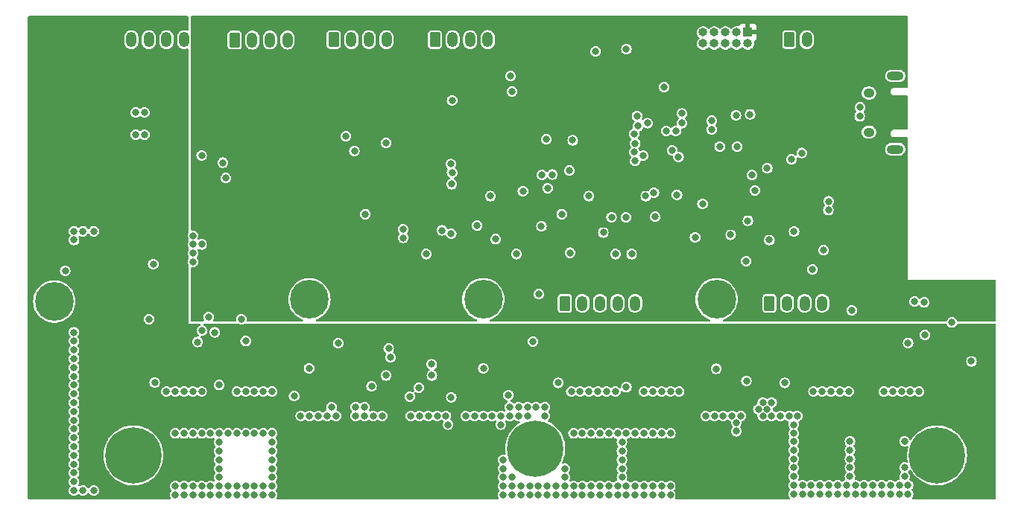
<source format=gbr>
%TF.GenerationSoftware,KiCad,Pcbnew,(6.0.9)*%
%TF.CreationDate,2022-12-08T19:58:11+01:00*%
%TF.ProjectId,battery-case-controller,62617474-6572-4792-9d63-6173652d636f,1*%
%TF.SameCoordinates,Original*%
%TF.FileFunction,Copper,L3,Inr*%
%TF.FilePolarity,Positive*%
%FSLAX46Y46*%
G04 Gerber Fmt 4.6, Leading zero omitted, Abs format (unit mm)*
G04 Created by KiCad (PCBNEW (6.0.9)) date 2022-12-08 19:58:11*
%MOMM*%
%LPD*%
G01*
G04 APERTURE LIST*
G04 Aperture macros list*
%AMRoundRect*
0 Rectangle with rounded corners*
0 $1 Rounding radius*
0 $2 $3 $4 $5 $6 $7 $8 $9 X,Y pos of 4 corners*
0 Add a 4 corners polygon primitive as box body*
4,1,4,$2,$3,$4,$5,$6,$7,$8,$9,$2,$3,0*
0 Add four circle primitives for the rounded corners*
1,1,$1+$1,$2,$3*
1,1,$1+$1,$4,$5*
1,1,$1+$1,$6,$7*
1,1,$1+$1,$8,$9*
0 Add four rect primitives between the rounded corners*
20,1,$1+$1,$2,$3,$4,$5,0*
20,1,$1+$1,$4,$5,$6,$7,0*
20,1,$1+$1,$6,$7,$8,$9,0*
20,1,$1+$1,$8,$9,$2,$3,0*%
G04 Aperture macros list end*
%TA.AperFunction,ComponentPad*%
%ADD10C,0.700000*%
%TD*%
%TA.AperFunction,ComponentPad*%
%ADD11C,4.400000*%
%TD*%
%TA.AperFunction,ComponentPad*%
%ADD12RoundRect,0.250000X-0.350000X-0.625000X0.350000X-0.625000X0.350000X0.625000X-0.350000X0.625000X0*%
%TD*%
%TA.AperFunction,ComponentPad*%
%ADD13O,1.200000X1.750000*%
%TD*%
%TA.AperFunction,ComponentPad*%
%ADD14C,0.800000*%
%TD*%
%TA.AperFunction,ComponentPad*%
%ADD15C,6.400000*%
%TD*%
%TA.AperFunction,ComponentPad*%
%ADD16O,1.250000X1.050000*%
%TD*%
%TA.AperFunction,ComponentPad*%
%ADD17O,1.900000X1.000000*%
%TD*%
%TA.AperFunction,ComponentPad*%
%ADD18R,1.000000X1.000000*%
%TD*%
%TA.AperFunction,ComponentPad*%
%ADD19O,1.000000X1.000000*%
%TD*%
%TA.AperFunction,ViaPad*%
%ADD20C,0.800000*%
%TD*%
G04 APERTURE END LIST*
D10*
%TO.N,GNDPWR*%
%TO.C,J39*%
X104166726Y-108666726D03*
X103000000Y-105850000D03*
X104650000Y-107500000D03*
X103000000Y-109150000D03*
X101833274Y-108666726D03*
X101833274Y-106333274D03*
D11*
X103000000Y-107500000D03*
D10*
X101350000Y-107500000D03*
X104166726Y-106333274D03*
%TD*%
D12*
%TO.N,GNDD*%
%TO.C,J36*%
X184250000Y-107700000D03*
D13*
%TO.N,/Interface/PULSE_MOT_IN*%
X186250000Y-107700000D03*
%TO.N,/Interface/TEMP_MOT_IN*%
X188250000Y-107700000D03*
%TO.N,GNDA*%
X190250000Y-107700000D03*
%TD*%
D12*
%TO.N,+BATT*%
%TO.C,J32*%
X109750000Y-77700000D03*
D13*
%TO.N,/power_supply/DCDC_VIN*%
X111750000Y-77700000D03*
%TO.N,GNDD*%
X113750000Y-77700000D03*
%TO.N,/mcu/DISP_TX*%
X115750000Y-77700000D03*
%TO.N,/mcu/DISP_RX*%
X117750000Y-77700000D03*
%TD*%
D14*
%TO.N,GNDPWR*%
%TO.C,M33*%
X204997056Y-126697056D03*
X203300000Y-122600000D03*
X204997056Y-123302944D03*
X200900000Y-125000000D03*
X201602944Y-123302944D03*
D15*
X203300000Y-125000000D03*
D14*
X203300000Y-127400000D03*
X201602944Y-126697056D03*
X205700000Y-125000000D03*
%TD*%
D12*
%TO.N,Net-(J40-Pad1)*%
%TO.C,J41*%
X134750000Y-77700000D03*
D13*
%TO.N,/Interface/CAN+*%
X136750000Y-77700000D03*
%TO.N,/Interface/CAN-*%
X138750000Y-77700000D03*
%TO.N,/Interface/CAN_GND*%
X140750000Y-77700000D03*
%TD*%
D12*
%TO.N,/Interface/ENABLE+*%
%TO.C,U31*%
X186500000Y-77700000D03*
D13*
%TO.N,/Interface/ENABLE-*%
X188500000Y-77700000D03*
%TD*%
D12*
%TO.N,+5V*%
%TO.C,J34*%
X161000000Y-107700000D03*
D13*
%TO.N,/Interface/HALL_A_IN*%
X163000000Y-107700000D03*
%TO.N,/Interface/HALL_B_IN*%
X165000000Y-107700000D03*
%TO.N,/Interface/HALL_C_IN*%
X167000000Y-107700000D03*
%TO.N,GNDD*%
X169000000Y-107700000D03*
%TD*%
%TO.N,/Interface/CAN_GND*%
%TO.C,J40*%
X129500000Y-77750000D03*
%TO.N,/Interface/CAN-*%
X127500000Y-77750000D03*
%TO.N,/Interface/CAN+*%
X125500000Y-77750000D03*
D12*
%TO.N,Net-(J40-Pad1)*%
X123500000Y-77750000D03*
%TD*%
D16*
%TO.N,GNDD*%
%TO.C,J42*%
X195550000Y-88225000D03*
D17*
X198550000Y-81825000D03*
D16*
X195550000Y-83775000D03*
D17*
X198550000Y-90175000D03*
%TD*%
D14*
%TO.N,GNDPWR*%
%TO.C,M31*%
X112000000Y-127400000D03*
D15*
X112000000Y-125000000D03*
D14*
X113697056Y-123302944D03*
X109600000Y-125000000D03*
X113697056Y-126697056D03*
X110302944Y-126697056D03*
X110302944Y-123302944D03*
X114400000Y-125000000D03*
X112000000Y-122600000D03*
%TD*%
D18*
%TO.N,+3V3*%
%TO.C,J43*%
X181800000Y-76875000D03*
D19*
%TO.N,/mcu/SWD_IO*%
X181800000Y-78145000D03*
%TO.N,GNDD*%
X180530000Y-76875000D03*
%TO.N,/mcu/SWD_CLK*%
X180530000Y-78145000D03*
%TO.N,GNDD*%
X179260000Y-76875000D03*
%TO.N,unconnected-(J43-Pad6)*%
X179260000Y-78145000D03*
%TO.N,unconnected-(J43-Pad7)*%
X177990000Y-76875000D03*
%TO.N,unconnected-(J43-Pad8)*%
X177990000Y-78145000D03*
%TO.N,unconnected-(J43-Pad9)*%
X176720000Y-76875000D03*
%TO.N,/mcu/NRST*%
X176720000Y-78145000D03*
%TD*%
D10*
%TO.N,/phase_c/Phase*%
%TO.C,J37*%
X177083274Y-106083274D03*
D11*
X178250000Y-107250000D03*
D10*
X176600000Y-107250000D03*
X178250000Y-108900000D03*
X177083274Y-108416726D03*
X179900000Y-107250000D03*
X178250000Y-105600000D03*
X179416726Y-106083274D03*
X179416726Y-108416726D03*
%TD*%
%TO.N,/phase_b/Phase*%
%TO.C,J35*%
X150583274Y-108416726D03*
D11*
X151750000Y-107250000D03*
D10*
X152916726Y-108416726D03*
X152916726Y-106083274D03*
X153400000Y-107250000D03*
X151750000Y-108900000D03*
X151750000Y-105600000D03*
X150100000Y-107250000D03*
X150583274Y-106083274D03*
%TD*%
D12*
%TO.N,+12V*%
%TO.C,J38*%
X146250000Y-77700000D03*
D13*
%TO.N,/Interface/PULSE_CRK_IN*%
X148250000Y-77700000D03*
%TO.N,/Interface/TORQ_CRK_IN*%
X150250000Y-77700000D03*
%TO.N,GNDD*%
X152250000Y-77700000D03*
%TD*%
D11*
%TO.N,/phase_a/Phase*%
%TO.C,J33*%
X132000000Y-107250000D03*
D10*
X133166726Y-108416726D03*
X133650000Y-107250000D03*
X130350000Y-107250000D03*
X130833274Y-108416726D03*
X130833274Y-106083274D03*
X132000000Y-105600000D03*
X133166726Y-106083274D03*
X132000000Y-108900000D03*
%TD*%
D14*
%TO.N,GNDPWR*%
%TO.C,M32*%
X155250000Y-124220000D03*
X159347056Y-125917056D03*
X155952944Y-125917056D03*
X159347056Y-122522944D03*
X157650000Y-121820000D03*
D15*
X157650000Y-124220000D03*
D14*
X155952944Y-122522944D03*
X157650000Y-126620000D03*
X160050000Y-124220000D03*
%TD*%
D10*
%TO.N,+BATT*%
%TO.C,J31*%
X105150000Y-78250000D03*
X103500000Y-79900000D03*
D11*
X103500000Y-78250000D03*
D10*
X101850000Y-78250000D03*
X104666726Y-79416726D03*
X103500000Y-76600000D03*
X102333274Y-79416726D03*
X102333274Y-77083274D03*
X104666726Y-77083274D03*
%TD*%
D20*
%TO.N,GNDPWR*%
X140695000Y-115905000D03*
%TO.N,/mcu/AIN_TEMP*%
X186750000Y-91324500D03*
X154600000Y-118150000D03*
%TO.N,GNDA*%
X181800000Y-98300000D03*
X158050000Y-106650000D03*
X151050000Y-98850000D03*
X148150000Y-94150000D03*
X142650000Y-100250000D03*
X155500000Y-102100000D03*
X165378389Y-99650500D03*
X187050000Y-99550000D03*
X154850000Y-81850000D03*
X175800000Y-100200000D03*
X142625000Y-99275000D03*
X156245448Y-94947960D03*
X184003464Y-92324500D03*
X159600000Y-93050000D03*
%TO.N,/mcu/AIN_VDC*%
X182255300Y-93109600D03*
X157400000Y-112050000D03*
%TO.N,+12V*%
X207200000Y-114300000D03*
X122500000Y-93450000D03*
X113250000Y-88500000D03*
X112250000Y-88500000D03*
X112250000Y-86000000D03*
X114250000Y-103250000D03*
X113250000Y-86000000D03*
X193600000Y-108500000D03*
X113750000Y-109500000D03*
X135250000Y-112250000D03*
%TO.N,GNDPWR*%
X126750000Y-117750000D03*
X164750000Y-117750000D03*
X105250000Y-118000000D03*
X105250000Y-127000000D03*
X118750000Y-117750000D03*
X124750000Y-117750000D03*
X173000000Y-117750000D03*
X197250000Y-117750000D03*
X105250000Y-116000000D03*
X172000000Y-117750000D03*
X163750000Y-117750000D03*
X105250000Y-123000000D03*
X192250000Y-117750000D03*
X105250000Y-121000000D03*
X119750000Y-117750000D03*
X105250000Y-114000000D03*
X162750000Y-117750000D03*
X200250000Y-117750000D03*
X105250000Y-122000000D03*
X165750000Y-117750000D03*
X105250000Y-117000000D03*
X119300000Y-112100000D03*
X117750000Y-117750000D03*
X107500000Y-129000000D03*
X198250000Y-117750000D03*
X127750000Y-117750000D03*
X200000000Y-112199500D03*
X190250000Y-117750000D03*
X115750000Y-117750000D03*
X191250000Y-117750000D03*
X116750000Y-117750000D03*
X105250000Y-112000000D03*
X105250000Y-125000000D03*
X105250000Y-128000000D03*
X105250000Y-115000000D03*
X105250000Y-126000000D03*
X166750000Y-117750000D03*
X174000000Y-117750000D03*
X105250000Y-113000000D03*
X193250000Y-117750000D03*
X199250000Y-117750000D03*
X105250000Y-120000000D03*
X170000000Y-117750000D03*
X201250000Y-117750000D03*
X105250000Y-111000000D03*
X123750000Y-117750000D03*
X189250000Y-117750000D03*
X105250000Y-129000000D03*
X161750000Y-117750000D03*
X125750000Y-117750000D03*
X171000000Y-117750000D03*
X105250000Y-124000000D03*
X105250000Y-119000000D03*
X106250000Y-129000000D03*
%TO.N,/mcu/AIN_VB*%
X166315813Y-97908616D03*
X144400000Y-117300000D03*
%TO.N,+BATT*%
X123750000Y-115750000D03*
X172000000Y-115750000D03*
X182000000Y-128500000D03*
X195250000Y-115750000D03*
X103500000Y-123000000D03*
X177000000Y-129500000D03*
X134750000Y-127500000D03*
X163750000Y-115750000D03*
X176000000Y-129500000D03*
X148750000Y-129500000D03*
X119750000Y-115750000D03*
X181000000Y-123500000D03*
X190250000Y-115750000D03*
X174500000Y-123500000D03*
X174500000Y-127500000D03*
X170000000Y-115750000D03*
X181000000Y-129500000D03*
X141250000Y-126500000D03*
X117750000Y-115750000D03*
X103500000Y-121000000D03*
X169000000Y-115750000D03*
X141250000Y-123500000D03*
X181000000Y-124500000D03*
X181000000Y-128500000D03*
X135750000Y-128500000D03*
X183000000Y-129500000D03*
X168000000Y-114750000D03*
X103500000Y-128000000D03*
X183000000Y-128500000D03*
X147750000Y-129500000D03*
X176000000Y-128500000D03*
X181000000Y-125500000D03*
X103500000Y-129000000D03*
X103500000Y-113000000D03*
X182000000Y-129500000D03*
X141250000Y-124500000D03*
X142750000Y-129500000D03*
X141250000Y-127500000D03*
X180000000Y-123500000D03*
X134750000Y-126500000D03*
X194250000Y-115750000D03*
X143750000Y-129500000D03*
X174500000Y-124500000D03*
X198250000Y-115750000D03*
X135750000Y-129500000D03*
X103500000Y-117000000D03*
X134750000Y-125500000D03*
X165750000Y-115750000D03*
X127750000Y-115750000D03*
X168000000Y-115750000D03*
X180000000Y-129500000D03*
X103500000Y-120000000D03*
X126750000Y-115750000D03*
X115750000Y-115750000D03*
X175000000Y-129500000D03*
X185000000Y-129500000D03*
X185000000Y-128500000D03*
X103500000Y-116000000D03*
X181000000Y-126500000D03*
X150750000Y-128500000D03*
X139750000Y-129500000D03*
X161750000Y-115750000D03*
X150750000Y-129500000D03*
X147750000Y-128500000D03*
X136750000Y-128500000D03*
X131750000Y-128500000D03*
X103500000Y-126000000D03*
X131750000Y-129500000D03*
X138750000Y-129500000D03*
X184000000Y-129500000D03*
X103500000Y-125000000D03*
X148750000Y-128500000D03*
X103500000Y-127000000D03*
X179000000Y-129500000D03*
X166750000Y-115750000D03*
X174500000Y-126500000D03*
X102500000Y-129000000D03*
X136750000Y-129500000D03*
X196250000Y-115750000D03*
X152750000Y-129500000D03*
X164750000Y-115750000D03*
X103500000Y-119000000D03*
X141250000Y-125500000D03*
X134750000Y-128500000D03*
X134750000Y-124500000D03*
X174000000Y-129500000D03*
X152750000Y-128500000D03*
X195250000Y-113750000D03*
X124750000Y-115750000D03*
X118750000Y-115750000D03*
X180000000Y-126500000D03*
X103500000Y-118000000D03*
X189250000Y-115750000D03*
X141750000Y-129500000D03*
X121750000Y-113750000D03*
X180000000Y-125500000D03*
X141750000Y-128500000D03*
X173000000Y-115750000D03*
X134750000Y-129500000D03*
X174000000Y-128500000D03*
X151750000Y-129500000D03*
X193250000Y-115750000D03*
X149750000Y-128500000D03*
X144750000Y-128500000D03*
X103500000Y-124000000D03*
X132750000Y-129500000D03*
X171000000Y-115750000D03*
X199250000Y-115750000D03*
X179000000Y-128500000D03*
X147750000Y-123500000D03*
X178000000Y-128500000D03*
X178000000Y-129500000D03*
X122750000Y-115750000D03*
X200250000Y-115750000D03*
X191250000Y-115750000D03*
X201250000Y-115750000D03*
X101500000Y-129000000D03*
X140750000Y-129500000D03*
X147750000Y-125500000D03*
X140750000Y-128500000D03*
X144750000Y-129500000D03*
X197250000Y-115750000D03*
X103500000Y-111000000D03*
X142750000Y-128500000D03*
X145750000Y-129500000D03*
X103500000Y-122000000D03*
X168000000Y-113750000D03*
X120750000Y-115750000D03*
X192250000Y-115750000D03*
X180000000Y-124500000D03*
X139750000Y-128500000D03*
X103500000Y-114000000D03*
X147750000Y-124500000D03*
X151750000Y-128500000D03*
X174000000Y-115750000D03*
X133750000Y-128500000D03*
X180000000Y-127500000D03*
X175000000Y-128500000D03*
X147750000Y-127500000D03*
X174500000Y-125500000D03*
X184000000Y-128500000D03*
X133750000Y-129500000D03*
X103500000Y-112000000D03*
X195250000Y-114750000D03*
X143750000Y-128500000D03*
X130750000Y-129500000D03*
X145750000Y-128500000D03*
X137750000Y-129500000D03*
X177000000Y-128500000D03*
X149750000Y-129500000D03*
X147750000Y-126500000D03*
X121750000Y-115750000D03*
X125750000Y-115750000D03*
X132750000Y-128500000D03*
X180000000Y-128500000D03*
X121750000Y-114750000D03*
X146750000Y-128500000D03*
X146750000Y-129500000D03*
X116750000Y-115750000D03*
X138750000Y-128500000D03*
X137750000Y-128500000D03*
X103500000Y-115000000D03*
X181000000Y-127500000D03*
X162750000Y-115750000D03*
%TO.N,+3.3VADC*%
X176650000Y-96400000D03*
X158400000Y-93100000D03*
X182600000Y-94850000D03*
X158350000Y-98950000D03*
X145250000Y-102100000D03*
%TO.N,/mcu/AIN_VA*%
X139050000Y-117150000D03*
X160650000Y-97550000D03*
%TO.N,/mcu/AIN_VC*%
X180600000Y-89850000D03*
X186000000Y-116750000D03*
%TO.N,GNDD*%
X104250000Y-104000000D03*
X119750000Y-101000000D03*
X105250000Y-99500000D03*
X118750000Y-101000000D03*
X118750000Y-103000000D03*
X105250000Y-100500000D03*
X107500000Y-99500000D03*
X106250000Y-99500000D03*
X118750000Y-102000000D03*
X118750000Y-100000000D03*
%TO.N,+5V*%
X138350000Y-97550000D03*
%TO.N,+3V3*%
X147409668Y-82809668D03*
X187400000Y-82800000D03*
X140800000Y-94700000D03*
X180900000Y-94100000D03*
X173100000Y-102850000D03*
X138750000Y-101400000D03*
X175800000Y-83600000D03*
X164100000Y-103700000D03*
X167300000Y-80100000D03*
X158900000Y-103800000D03*
X155500000Y-76200000D03*
X183700000Y-103700000D03*
%TO.N,/Interface/TEMP_MOT*%
X182054401Y-86192654D03*
X190400000Y-101650000D03*
%TO.N,/Interface/PULSE_MOT*%
X171124500Y-95100000D03*
X181600000Y-102900000D03*
%TO.N,/Interface/HALL_C*%
X168870542Y-88430732D03*
X168600000Y-102100000D03*
%TO.N,/Interface/TORQ_CRK*%
X155000000Y-83600000D03*
X180450000Y-86300000D03*
%TO.N,/Interface/HALL_A*%
X169201109Y-86385500D03*
X161600000Y-101950000D03*
%TO.N,/Interface/HALL_B*%
X166750000Y-102100000D03*
X169329542Y-87542855D03*
%TO.N,/Interface/PULSE_CRK*%
X148200000Y-84600000D03*
X163750000Y-95500000D03*
%TO.N,/mcu/DISP_TX*%
X173750000Y-95350000D03*
%TO.N,/mcu/DISP_RX*%
X178600000Y-89850000D03*
%TO.N,/phase_a/Phase*%
X148056591Y-91860839D03*
X131950000Y-115100000D03*
%TO.N,/phase_b/Phase*%
X151750500Y-115100000D03*
X147050000Y-99400000D03*
%TO.N,/phase_c/Phase*%
X178200000Y-115150000D03*
X190950000Y-97100000D03*
%TO.N,/Interface/VREF*%
X152550000Y-95500000D03*
X171275076Y-97859015D03*
X189150000Y-103850000D03*
X184250000Y-100500000D03*
X153150000Y-100400000D03*
%TO.N,Net-(R35-Pad2)*%
X148100000Y-118400000D03*
X143400000Y-118300000D03*
%TO.N,/Interface/PWM_BREAK*%
X173924500Y-91065664D03*
X187925500Y-90600000D03*
%TO.N,/Interface/CAN_SLP*%
X136150000Y-88700000D03*
X172300000Y-83100000D03*
%TO.N,/mcu/PWM_B*%
X141000000Y-112850000D03*
X173200000Y-90300000D03*
%TO.N,/mcu/PWM_BN*%
X141200000Y-113850000D03*
X167935075Y-97900757D03*
%TO.N,/mcu/AIN_IB*%
X161521956Y-92603592D03*
X159050000Y-94600000D03*
%TO.N,/mcu/PWM_A*%
X120524500Y-109261227D03*
X172512299Y-88087701D03*
%TO.N,/mcu/PWM_AN*%
X119800000Y-110800000D03*
X169900000Y-90900000D03*
%TO.N,/mcu/AIN_IA*%
X158900000Y-89050000D03*
X161900000Y-89150000D03*
%TO.N,/mcu/PWM_C*%
X200750000Y-107500000D03*
X170400000Y-87200000D03*
%TO.N,/mcu/PWM_CN*%
X173600000Y-88100000D03*
X201850000Y-107600000D03*
%TO.N,/mcu/AIN_IC*%
X170200000Y-95500000D03*
X179850000Y-99900000D03*
%TO.N,/Interface/CAN_TX*%
X137100000Y-90400000D03*
X174300000Y-87200000D03*
%TO.N,/Interface/CAN_RX*%
X174300000Y-86100000D03*
X140700000Y-89450500D03*
%TO.N,/mcu/NRST*%
X169004279Y-89495721D03*
%TO.N,/mcu/USB_D-*%
X194544622Y-85394622D03*
X177688399Y-87927498D03*
%TO.N,/mcu/USB_D+*%
X194507142Y-86432102D03*
X177699504Y-86928057D03*
%TO.N,Net-(C36-Pad2)*%
X169000000Y-128500000D03*
X167000000Y-122500000D03*
X169000000Y-122500000D03*
X155000000Y-128500000D03*
X155750000Y-119500000D03*
X145500000Y-120500000D03*
X172000000Y-122500000D03*
X173000000Y-122500000D03*
X169000000Y-129500000D03*
X167500000Y-126500000D03*
X157000000Y-128500000D03*
X154000000Y-127500000D03*
X167500000Y-125500000D03*
X170000000Y-128500000D03*
X168000000Y-122500000D03*
X158000000Y-129500000D03*
X171000000Y-128500000D03*
X154000000Y-126500000D03*
X154000000Y-125500000D03*
X167500000Y-123500000D03*
X166000000Y-129500000D03*
X144500000Y-120500000D03*
X167000000Y-129500000D03*
X164000000Y-129500000D03*
X161000000Y-129500000D03*
X170000000Y-129500000D03*
X154000000Y-128500000D03*
X165000000Y-122500000D03*
X163000000Y-122500000D03*
X146500000Y-120500000D03*
X160000000Y-129500000D03*
X159000000Y-128500000D03*
X153750000Y-120500000D03*
X161000000Y-128500000D03*
X170000000Y-122500000D03*
X143500000Y-120500000D03*
X165000000Y-129500000D03*
X154750000Y-119500000D03*
X161000000Y-126500000D03*
X168000000Y-128500000D03*
X158750000Y-119500000D03*
X158750000Y-120500000D03*
X156750000Y-120500000D03*
X173000000Y-128500000D03*
X172000000Y-128500000D03*
X156750000Y-119500000D03*
X173000000Y-129500000D03*
X158000000Y-128500000D03*
X154750000Y-120500000D03*
X157750000Y-119500000D03*
X171000000Y-129500000D03*
X165000000Y-128500000D03*
X156000000Y-128500000D03*
X166000000Y-128500000D03*
X167500000Y-124500000D03*
X161000000Y-127500000D03*
X155000000Y-129500000D03*
X167000000Y-128500000D03*
X168000000Y-129500000D03*
X151750000Y-120500000D03*
X149750000Y-120500000D03*
X172000000Y-129500000D03*
X147500000Y-120500000D03*
X162000000Y-122500000D03*
X163000000Y-129500000D03*
X164000000Y-122500000D03*
X153750000Y-121500000D03*
X162000000Y-128500000D03*
X150750000Y-120500000D03*
X159000000Y-129500000D03*
X155000000Y-127500000D03*
X148099500Y-99803649D03*
X156000000Y-129500000D03*
X162000000Y-129500000D03*
X154000000Y-129500000D03*
X167500000Y-127500000D03*
X171000000Y-122500000D03*
X157000000Y-129500000D03*
X160000000Y-128500000D03*
X145890000Y-114635000D03*
X166000000Y-122500000D03*
X155750000Y-120500000D03*
X147750000Y-121500000D03*
X164000000Y-128500000D03*
X163000000Y-128500000D03*
X152750000Y-120500000D03*
%TO.N,Net-(R38-Pad2)*%
X145900000Y-115900000D03*
X160250000Y-116750000D03*
X168000000Y-117250000D03*
%TO.N,Net-(C47-Pad2)*%
X126750000Y-129500000D03*
X127750000Y-123500000D03*
X127750000Y-125500000D03*
X134000000Y-120500000D03*
X121750000Y-129500000D03*
X121750000Y-122500000D03*
X118750000Y-122500000D03*
X127750000Y-129500000D03*
X121750000Y-127500000D03*
X119750000Y-129500000D03*
X120750000Y-129500000D03*
X116750000Y-129500000D03*
X118750000Y-129500000D03*
X122750000Y-122500000D03*
X127750000Y-126500000D03*
X121750000Y-128500000D03*
X137250000Y-119500000D03*
X125750000Y-129500000D03*
X139250000Y-120500000D03*
X123750000Y-129500000D03*
X132000000Y-120500000D03*
X125750000Y-128500000D03*
X127750000Y-122500000D03*
X120750000Y-128500000D03*
X131000000Y-120500000D03*
X116750000Y-128500000D03*
X125750000Y-122500000D03*
X140250000Y-120500000D03*
X117750000Y-128500000D03*
X124750000Y-129500000D03*
X121750000Y-124500000D03*
X121750000Y-125500000D03*
X120750000Y-122500000D03*
X119750000Y-122500000D03*
X137250000Y-120500000D03*
X122750000Y-129500000D03*
X126750000Y-122500000D03*
X121750000Y-126500000D03*
X135000000Y-120500000D03*
X127750000Y-128500000D03*
X116750000Y-122500000D03*
X117750000Y-129500000D03*
X121250000Y-111000000D03*
X126750000Y-128500000D03*
X119750000Y-128500000D03*
X122750000Y-128500000D03*
X118750000Y-128500000D03*
X127750000Y-124500000D03*
X138250000Y-119500000D03*
X134500000Y-119500000D03*
X123750000Y-128500000D03*
X138250000Y-120500000D03*
X121750000Y-123500000D03*
X124750000Y-128500000D03*
X117750000Y-122500000D03*
X127750000Y-127500000D03*
X133000000Y-120500000D03*
X124750000Y-122500000D03*
X123750000Y-122500000D03*
X148200000Y-92850000D03*
%TO.N,Net-(C58-Pad2)*%
X197000000Y-128400000D03*
X193400000Y-126400000D03*
X183500000Y-120500000D03*
X194000000Y-128400000D03*
X181000000Y-120500000D03*
X179000000Y-120500000D03*
X177000000Y-120500000D03*
X192000000Y-128400000D03*
X193000000Y-129400000D03*
X180500000Y-122250000D03*
X199000000Y-129400000D03*
X187000000Y-124400000D03*
X188000000Y-129400000D03*
X193400000Y-123400000D03*
X191000000Y-129400000D03*
X183500000Y-119000000D03*
X198000000Y-128400000D03*
X187000000Y-125400000D03*
X195000000Y-128400000D03*
X189000000Y-128400000D03*
X199600000Y-123400000D03*
X190000000Y-128400000D03*
X194000000Y-129400000D03*
X180000000Y-120500000D03*
X185500000Y-120500000D03*
X195000000Y-129400000D03*
X196000000Y-128400000D03*
X180500000Y-121250000D03*
X186500000Y-120500000D03*
X191000000Y-128400000D03*
X197000000Y-129400000D03*
X193400000Y-125400000D03*
X187000000Y-129400000D03*
X196000000Y-129400000D03*
X187000000Y-122500000D03*
X187420008Y-120517094D03*
X193400000Y-124400000D03*
X193000000Y-128400000D03*
X200000000Y-128400000D03*
X198000000Y-129400000D03*
X189000000Y-129400000D03*
X188000000Y-128400000D03*
X192000000Y-129400000D03*
X200000000Y-129400000D03*
X187000000Y-123400000D03*
X187000000Y-126400000D03*
X187000000Y-127400000D03*
X190000000Y-129400000D03*
X204985000Y-109885000D03*
X193400000Y-127400000D03*
X183000000Y-119750000D03*
X199600000Y-126400000D03*
X199600000Y-127400000D03*
X190975721Y-96100829D03*
X199000000Y-128400000D03*
X187000000Y-121500000D03*
X184500000Y-120500000D03*
X184000000Y-119750000D03*
X184500000Y-119000000D03*
X187000000Y-128400000D03*
X178000000Y-120500000D03*
%TO.N,Net-(R43-Pad2)*%
X130250000Y-118250000D03*
X124250000Y-109500000D03*
%TO.N,Net-(R46-Pad2)*%
X114411043Y-116738957D03*
X124750000Y-112000000D03*
X121750000Y-117000000D03*
%TO.N,Net-(R51-Pad2)*%
X201926856Y-111299500D03*
X181636043Y-116536043D03*
%TO.N,Net-(R65-Pad1)*%
X122150000Y-91700000D03*
X119750000Y-90900000D03*
%TO.N,Net-(R87-Pad2)*%
X164500000Y-79050000D03*
X168900000Y-90500000D03*
%TO.N,Net-(R88-Pad2)*%
X168000000Y-78800000D03*
X169000000Y-91500000D03*
%TD*%
%TA.AperFunction,Conductor*%
%TO.N,+BATT*%
G36*
X118192121Y-75030502D02*
G01*
X118238614Y-75084158D01*
X118250000Y-75136500D01*
X118250000Y-76574643D01*
X118229998Y-76642764D01*
X118176342Y-76689257D01*
X118106068Y-76699361D01*
X118081735Y-76693343D01*
X118011385Y-76668292D01*
X117940585Y-76643081D01*
X117940583Y-76643081D01*
X117933951Y-76640719D01*
X117926965Y-76639886D01*
X117926961Y-76639885D01*
X117797933Y-76624500D01*
X117755624Y-76619455D01*
X117748621Y-76620191D01*
X117748620Y-76620191D01*
X117584025Y-76637490D01*
X117584021Y-76637491D01*
X117577017Y-76638227D01*
X117570346Y-76640498D01*
X117413677Y-76693832D01*
X117413674Y-76693833D01*
X117407007Y-76696103D01*
X117401009Y-76699793D01*
X117401007Y-76699794D01*
X117364317Y-76722366D01*
X117254045Y-76790206D01*
X117249014Y-76795132D01*
X117249011Y-76795135D01*
X117195852Y-76847193D01*
X117125732Y-76915859D01*
X117121913Y-76921784D01*
X117121912Y-76921786D01*
X117093509Y-76965859D01*
X117028446Y-77066817D01*
X117026037Y-77073437D01*
X117026035Y-77073440D01*
X116974531Y-77214947D01*
X116967022Y-77235578D01*
X116949500Y-77374283D01*
X116949500Y-78020155D01*
X116964454Y-78153472D01*
X117023515Y-78323073D01*
X117027248Y-78329047D01*
X117027249Y-78329049D01*
X117058358Y-78378834D01*
X117118684Y-78475375D01*
X117168425Y-78525464D01*
X117240267Y-78597810D01*
X117240271Y-78597813D01*
X117245230Y-78602807D01*
X117251176Y-78606581D01*
X117251178Y-78606582D01*
X117275029Y-78621718D01*
X117396864Y-78699037D01*
X117411212Y-78704146D01*
X117559414Y-78756919D01*
X117559419Y-78756920D01*
X117566049Y-78759281D01*
X117573035Y-78760114D01*
X117573039Y-78760115D01*
X117677067Y-78772519D01*
X117744376Y-78780545D01*
X117751379Y-78779809D01*
X117751380Y-78779809D01*
X117915975Y-78762510D01*
X117915979Y-78762509D01*
X117922983Y-78761773D01*
X118083397Y-78707164D01*
X118154327Y-78704146D01*
X118215631Y-78739956D01*
X118247842Y-78803225D01*
X118250000Y-78826442D01*
X118250000Y-99623055D01*
X118233120Y-99686054D01*
X118230491Y-99690607D01*
X118225464Y-99697159D01*
X118164956Y-99843238D01*
X118144318Y-100000000D01*
X118164956Y-100156762D01*
X118225464Y-100302841D01*
X118230491Y-100309393D01*
X118233120Y-100313946D01*
X118250000Y-100376945D01*
X118250000Y-100623055D01*
X118233120Y-100686054D01*
X118230491Y-100690607D01*
X118225464Y-100697159D01*
X118164956Y-100843238D01*
X118144318Y-101000000D01*
X118164956Y-101156762D01*
X118225464Y-101302841D01*
X118230491Y-101309393D01*
X118233120Y-101313946D01*
X118250000Y-101376945D01*
X118250000Y-101623055D01*
X118233120Y-101686054D01*
X118230491Y-101690607D01*
X118225464Y-101697159D01*
X118164956Y-101843238D01*
X118144318Y-102000000D01*
X118164956Y-102156762D01*
X118225464Y-102302841D01*
X118230491Y-102309393D01*
X118233120Y-102313946D01*
X118250000Y-102376945D01*
X118250000Y-102623055D01*
X118233120Y-102686054D01*
X118230491Y-102690607D01*
X118225464Y-102697159D01*
X118164956Y-102843238D01*
X118144318Y-103000000D01*
X118164956Y-103156762D01*
X118225464Y-103302841D01*
X118230491Y-103309393D01*
X118233120Y-103313946D01*
X118250000Y-103376945D01*
X118250000Y-110000000D01*
X119528743Y-110000000D01*
X119596864Y-110020002D01*
X119643357Y-110073658D01*
X119653461Y-110143932D01*
X119623967Y-110208512D01*
X119576961Y-110242409D01*
X119497159Y-110275464D01*
X119371718Y-110371718D01*
X119275464Y-110497159D01*
X119214956Y-110643238D01*
X119194318Y-110800000D01*
X119214956Y-110956762D01*
X119275464Y-111102841D01*
X119371718Y-111228282D01*
X119378264Y-111233305D01*
X119378268Y-111233309D01*
X119432015Y-111274551D01*
X119473882Y-111331889D01*
X119478104Y-111402760D01*
X119443339Y-111464663D01*
X119380627Y-111497944D01*
X119338867Y-111499435D01*
X119300000Y-111494318D01*
X119143238Y-111514956D01*
X118997159Y-111575464D01*
X118871718Y-111671718D01*
X118775464Y-111797159D01*
X118714956Y-111943238D01*
X118694318Y-112100000D01*
X118714956Y-112256762D01*
X118775464Y-112402841D01*
X118828329Y-112471736D01*
X118850017Y-112500000D01*
X118871718Y-112528282D01*
X118997159Y-112624536D01*
X119143238Y-112685044D01*
X119300000Y-112705682D01*
X119308188Y-112704604D01*
X119448574Y-112686122D01*
X119456762Y-112685044D01*
X119602841Y-112624536D01*
X119728282Y-112528282D01*
X119749984Y-112500000D01*
X119771671Y-112471736D01*
X119824536Y-112402841D01*
X119885044Y-112256762D01*
X119905682Y-112100000D01*
X119892517Y-112000000D01*
X124144318Y-112000000D01*
X124164956Y-112156762D01*
X124225464Y-112302841D01*
X124321718Y-112428282D01*
X124447159Y-112524536D01*
X124593238Y-112585044D01*
X124750000Y-112605682D01*
X124758188Y-112604604D01*
X124898574Y-112586122D01*
X124906762Y-112585044D01*
X125052841Y-112524536D01*
X125178282Y-112428282D01*
X125274536Y-112302841D01*
X125296423Y-112250000D01*
X134644318Y-112250000D01*
X134664956Y-112406762D01*
X134725464Y-112552841D01*
X134821718Y-112678282D01*
X134947159Y-112774536D01*
X135093238Y-112835044D01*
X135250000Y-112855682D01*
X135258188Y-112854604D01*
X135293159Y-112850000D01*
X140394318Y-112850000D01*
X140414956Y-113006762D01*
X140475464Y-113152841D01*
X140571718Y-113278282D01*
X140578264Y-113283305D01*
X140666911Y-113351326D01*
X140708778Y-113408664D01*
X140713000Y-113479535D01*
X140690171Y-113527991D01*
X140680493Y-113540604D01*
X140680491Y-113540608D01*
X140675464Y-113547159D01*
X140614956Y-113693238D01*
X140594318Y-113850000D01*
X140614956Y-114006762D01*
X140675464Y-114152841D01*
X140771718Y-114278282D01*
X140778264Y-114283305D01*
X140803724Y-114302841D01*
X140897159Y-114374536D01*
X141043238Y-114435044D01*
X141200000Y-114455682D01*
X141208188Y-114454604D01*
X141348574Y-114436122D01*
X141356762Y-114435044D01*
X141502841Y-114374536D01*
X141596276Y-114302841D01*
X141621736Y-114283305D01*
X141628282Y-114278282D01*
X141724536Y-114152841D01*
X141785044Y-114006762D01*
X141805682Y-113850000D01*
X141785044Y-113693238D01*
X141724536Y-113547159D01*
X141628282Y-113421718D01*
X141533089Y-113348674D01*
X141491222Y-113291336D01*
X141487000Y-113220465D01*
X141509829Y-113172009D01*
X141519507Y-113159396D01*
X141519509Y-113159392D01*
X141524536Y-113152841D01*
X141585044Y-113006762D01*
X141605682Y-112850000D01*
X141585044Y-112693238D01*
X141524536Y-112547159D01*
X141428282Y-112421718D01*
X141302841Y-112325464D01*
X141156762Y-112264956D01*
X141000000Y-112244318D01*
X140843238Y-112264956D01*
X140697159Y-112325464D01*
X140571718Y-112421718D01*
X140475464Y-112547159D01*
X140414956Y-112693238D01*
X140394318Y-112850000D01*
X135293159Y-112850000D01*
X135398574Y-112836122D01*
X135406762Y-112835044D01*
X135552841Y-112774536D01*
X135678282Y-112678282D01*
X135774536Y-112552841D01*
X135835044Y-112406762D01*
X135855682Y-112250000D01*
X135835044Y-112093238D01*
X135817134Y-112050000D01*
X156794318Y-112050000D01*
X156814956Y-112206762D01*
X156875464Y-112352841D01*
X156971718Y-112478282D01*
X156978264Y-112483305D01*
X157003072Y-112502341D01*
X157097159Y-112574536D01*
X157243238Y-112635044D01*
X157400000Y-112655682D01*
X157408188Y-112654604D01*
X157548574Y-112636122D01*
X157556762Y-112635044D01*
X157702841Y-112574536D01*
X157796928Y-112502341D01*
X157821736Y-112483305D01*
X157828282Y-112478282D01*
X157924536Y-112352841D01*
X157985044Y-112206762D01*
X157986000Y-112199500D01*
X199394318Y-112199500D01*
X199414956Y-112356262D01*
X199475464Y-112502341D01*
X199571718Y-112627782D01*
X199697159Y-112724036D01*
X199843238Y-112784544D01*
X200000000Y-112805182D01*
X200008188Y-112804104D01*
X200148574Y-112785622D01*
X200156762Y-112784544D01*
X200302841Y-112724036D01*
X200428282Y-112627782D01*
X200524536Y-112502341D01*
X200585044Y-112356262D01*
X200605682Y-112199500D01*
X200585044Y-112042738D01*
X200524536Y-111896659D01*
X200428282Y-111771218D01*
X200302841Y-111674964D01*
X200156762Y-111614456D01*
X200000000Y-111593818D01*
X199843238Y-111614456D01*
X199697159Y-111674964D01*
X199571718Y-111771218D01*
X199475464Y-111896659D01*
X199414956Y-112042738D01*
X199394318Y-112199500D01*
X157986000Y-112199500D01*
X158005682Y-112050000D01*
X157985044Y-111893238D01*
X157924536Y-111747159D01*
X157828282Y-111621718D01*
X157702841Y-111525464D01*
X157556762Y-111464956D01*
X157400000Y-111444318D01*
X157243238Y-111464956D01*
X157097159Y-111525464D01*
X156971718Y-111621718D01*
X156875464Y-111747159D01*
X156814956Y-111893238D01*
X156794318Y-112050000D01*
X135817134Y-112050000D01*
X135774536Y-111947159D01*
X135678282Y-111821718D01*
X135552841Y-111725464D01*
X135406762Y-111664956D01*
X135250000Y-111644318D01*
X135093238Y-111664956D01*
X134947159Y-111725464D01*
X134821718Y-111821718D01*
X134725464Y-111947159D01*
X134664956Y-112093238D01*
X134644318Y-112250000D01*
X125296423Y-112250000D01*
X125335044Y-112156762D01*
X125355682Y-112000000D01*
X125335044Y-111843238D01*
X125274536Y-111697159D01*
X125178282Y-111571718D01*
X125052841Y-111475464D01*
X124906762Y-111414956D01*
X124750000Y-111394318D01*
X124593238Y-111414956D01*
X124447159Y-111475464D01*
X124321718Y-111571718D01*
X124225464Y-111697159D01*
X124164956Y-111843238D01*
X124144318Y-112000000D01*
X119892517Y-112000000D01*
X119885044Y-111943238D01*
X119824536Y-111797159D01*
X119728282Y-111671718D01*
X119721736Y-111666695D01*
X119721732Y-111666691D01*
X119667985Y-111625449D01*
X119626118Y-111568111D01*
X119621896Y-111497240D01*
X119656661Y-111435337D01*
X119719373Y-111402056D01*
X119761133Y-111400565D01*
X119800000Y-111405682D01*
X119808188Y-111404604D01*
X119948574Y-111386122D01*
X119956762Y-111385044D01*
X120102841Y-111324536D01*
X120228282Y-111228282D01*
X120324536Y-111102841D01*
X120367134Y-111000000D01*
X120644318Y-111000000D01*
X120664956Y-111156762D01*
X120725464Y-111302841D01*
X120821718Y-111428282D01*
X120828264Y-111433305D01*
X120857918Y-111456059D01*
X120947159Y-111524536D01*
X121093238Y-111585044D01*
X121250000Y-111605682D01*
X121258188Y-111604604D01*
X121275378Y-111602341D01*
X121406762Y-111585044D01*
X121552841Y-111524536D01*
X121642082Y-111456059D01*
X121671736Y-111433305D01*
X121678282Y-111428282D01*
X121774536Y-111302841D01*
X121775920Y-111299500D01*
X201321174Y-111299500D01*
X201341812Y-111456262D01*
X201402320Y-111602341D01*
X201498574Y-111727782D01*
X201624015Y-111824036D01*
X201770094Y-111884544D01*
X201926856Y-111905182D01*
X201935044Y-111904104D01*
X202075430Y-111885622D01*
X202083618Y-111884544D01*
X202229697Y-111824036D01*
X202355138Y-111727782D01*
X202451392Y-111602341D01*
X202511900Y-111456262D01*
X202532538Y-111299500D01*
X202511900Y-111142738D01*
X202451392Y-110996659D01*
X202355138Y-110871218D01*
X202329345Y-110851426D01*
X202272995Y-110808188D01*
X202229697Y-110774964D01*
X202083618Y-110714456D01*
X201926856Y-110693818D01*
X201770094Y-110714456D01*
X201624015Y-110774964D01*
X201580717Y-110808188D01*
X201524368Y-110851426D01*
X201498574Y-110871218D01*
X201402320Y-110996659D01*
X201341812Y-111142738D01*
X201321174Y-111299500D01*
X121775920Y-111299500D01*
X121835044Y-111156762D01*
X121855682Y-111000000D01*
X121835044Y-110843238D01*
X121774536Y-110697159D01*
X121678282Y-110571718D01*
X121552841Y-110475464D01*
X121406762Y-110414956D01*
X121250000Y-110394318D01*
X121093238Y-110414956D01*
X120947159Y-110475464D01*
X120821718Y-110571718D01*
X120725464Y-110697159D01*
X120664956Y-110843238D01*
X120644318Y-111000000D01*
X120367134Y-111000000D01*
X120385044Y-110956762D01*
X120405682Y-110800000D01*
X120385044Y-110643238D01*
X120324536Y-110497159D01*
X120228282Y-110371718D01*
X120102841Y-110275464D01*
X120023039Y-110242409D01*
X119967758Y-110197861D01*
X119945337Y-110130497D01*
X119962895Y-110061706D01*
X120014857Y-110013328D01*
X120071257Y-110000000D01*
X123873055Y-110000000D01*
X123936054Y-110016880D01*
X123940607Y-110019509D01*
X123947159Y-110024536D01*
X124093238Y-110085044D01*
X124250000Y-110105682D01*
X124258188Y-110104604D01*
X124398574Y-110086122D01*
X124406762Y-110085044D01*
X124552841Y-110024536D01*
X124559393Y-110019509D01*
X124563946Y-110016880D01*
X124626945Y-110000000D01*
X204298467Y-110000000D01*
X204366588Y-110020002D01*
X204414876Y-110077782D01*
X204460464Y-110187841D01*
X204556718Y-110313282D01*
X204682159Y-110409536D01*
X204828238Y-110470044D01*
X204985000Y-110490682D01*
X204993188Y-110489604D01*
X205133574Y-110471122D01*
X205141762Y-110470044D01*
X205287841Y-110409536D01*
X205413282Y-110313282D01*
X205509536Y-110187841D01*
X205555124Y-110077782D01*
X205599672Y-110022501D01*
X205671533Y-110000000D01*
X209863500Y-110000000D01*
X209931621Y-110020002D01*
X209978114Y-110073658D01*
X209989500Y-110126000D01*
X209989500Y-129863500D01*
X209969498Y-129931621D01*
X209915842Y-129978114D01*
X209863500Y-129989500D01*
X200560078Y-129989500D01*
X200491957Y-129969498D01*
X200445464Y-129915842D01*
X200435360Y-129845568D01*
X200460116Y-129786796D01*
X200519506Y-129709397D01*
X200519508Y-129709394D01*
X200524536Y-129702841D01*
X200585044Y-129556762D01*
X200605682Y-129400000D01*
X200585044Y-129243238D01*
X200524536Y-129097159D01*
X200456266Y-129008188D01*
X200432108Y-128976704D01*
X200406508Y-128910483D01*
X200420773Y-128840935D01*
X200432108Y-128823296D01*
X200519509Y-128709392D01*
X200524536Y-128702841D01*
X200585044Y-128556762D01*
X200605682Y-128400000D01*
X200585044Y-128243238D01*
X200524536Y-128097159D01*
X200450961Y-128001274D01*
X200433305Y-127978264D01*
X200428282Y-127971718D01*
X200302841Y-127875464D01*
X200206026Y-127835362D01*
X200150745Y-127790814D01*
X200128324Y-127723450D01*
X200137835Y-127670735D01*
X200181884Y-127564392D01*
X200181885Y-127564389D01*
X200185044Y-127556762D01*
X200205682Y-127400000D01*
X200185044Y-127243238D01*
X200124536Y-127097159D01*
X200056266Y-127008188D01*
X200032108Y-126976704D01*
X200006508Y-126910483D01*
X200020773Y-126840935D01*
X200032108Y-126823296D01*
X200090960Y-126746598D01*
X200124536Y-126702841D01*
X200127696Y-126695211D01*
X200129413Y-126692238D01*
X200180796Y-126643244D01*
X200250509Y-126629807D01*
X200316420Y-126656194D01*
X200350092Y-126696667D01*
X200373222Y-126740723D01*
X200373230Y-126740737D01*
X200374817Y-126743759D01*
X200376718Y-126746588D01*
X200376724Y-126746598D01*
X200544205Y-126995834D01*
X200580252Y-127049477D01*
X200817502Y-127331221D01*
X200864438Y-127376074D01*
X201081329Y-127583341D01*
X201081336Y-127583347D01*
X201083792Y-127585694D01*
X201376008Y-127809919D01*
X201690731Y-128001274D01*
X202024279Y-128157519D01*
X202027497Y-128158621D01*
X202027500Y-128158622D01*
X202369528Y-128275725D01*
X202369536Y-128275727D01*
X202372751Y-128276828D01*
X202732070Y-128357804D01*
X202815002Y-128367253D01*
X203094650Y-128399115D01*
X203094658Y-128399115D01*
X203098033Y-128399500D01*
X203101437Y-128399518D01*
X203101440Y-128399518D01*
X203301074Y-128400563D01*
X203466358Y-128401428D01*
X203469744Y-128401078D01*
X203469746Y-128401078D01*
X203829345Y-128363918D01*
X203829354Y-128363917D01*
X203832737Y-128363567D01*
X203836070Y-128362853D01*
X203836073Y-128362852D01*
X204085440Y-128309392D01*
X204192884Y-128286358D01*
X204542586Y-128170705D01*
X204877752Y-128017961D01*
X205076421Y-127900000D01*
X205191516Y-127831662D01*
X205191521Y-127831659D01*
X205194461Y-127829913D01*
X205211920Y-127816805D01*
X205486276Y-127610812D01*
X205489009Y-127608760D01*
X205757950Y-127357089D01*
X205998138Y-127077846D01*
X206015838Y-127052093D01*
X206107917Y-126918116D01*
X206206762Y-126774295D01*
X206208374Y-126771301D01*
X206208379Y-126771293D01*
X206379761Y-126453001D01*
X206381383Y-126449989D01*
X206519958Y-126108720D01*
X206525118Y-126090608D01*
X206582923Y-125887680D01*
X206620865Y-125754482D01*
X206630996Y-125695211D01*
X206682353Y-125394765D01*
X206682353Y-125394763D01*
X206682925Y-125391418D01*
X206684888Y-125359332D01*
X206705301Y-125025572D01*
X206705411Y-125023775D01*
X206705457Y-125010483D01*
X206705488Y-125001820D01*
X206705488Y-125001808D01*
X206705494Y-125000000D01*
X206685575Y-124632209D01*
X206626052Y-124268720D01*
X206527620Y-123913786D01*
X206524443Y-123905801D01*
X206392690Y-123574722D01*
X206391431Y-123571558D01*
X206339690Y-123473837D01*
X206220677Y-123249060D01*
X206220673Y-123249053D01*
X206219078Y-123246041D01*
X206012578Y-122941041D01*
X205774346Y-122660128D01*
X205566844Y-122463216D01*
X205509635Y-122408927D01*
X205509634Y-122408926D01*
X205507168Y-122406586D01*
X205232257Y-122197159D01*
X205216879Y-122185444D01*
X205216877Y-122185442D01*
X205214172Y-122183382D01*
X205211260Y-122181625D01*
X205211255Y-122181622D01*
X204901705Y-121994889D01*
X204901696Y-121994884D01*
X204898783Y-121993127D01*
X204895693Y-121991693D01*
X204895688Y-121991690D01*
X204655347Y-121880128D01*
X204564691Y-121838047D01*
X204561466Y-121836955D01*
X204561460Y-121836953D01*
X204219032Y-121721048D01*
X204219027Y-121721047D01*
X204215805Y-121719956D01*
X203965170Y-121664391D01*
X203859536Y-121640972D01*
X203859532Y-121640971D01*
X203856206Y-121640234D01*
X203662936Y-121618897D01*
X203493482Y-121600189D01*
X203493475Y-121600189D01*
X203490100Y-121599816D01*
X203486701Y-121599810D01*
X203486700Y-121599810D01*
X203312980Y-121599507D01*
X203121770Y-121599173D01*
X202984556Y-121613837D01*
X202758910Y-121637951D01*
X202758904Y-121637952D01*
X202755526Y-121638313D01*
X202395650Y-121716779D01*
X202046354Y-121833652D01*
X202043261Y-121835075D01*
X202043260Y-121835075D01*
X201945308Y-121880128D01*
X201711723Y-121987565D01*
X201708789Y-121989321D01*
X201708787Y-121989322D01*
X201649949Y-122024536D01*
X201395672Y-122176718D01*
X201101898Y-122398897D01*
X200833837Y-122651505D01*
X200831625Y-122654095D01*
X200831624Y-122654096D01*
X200642558Y-122875464D01*
X200594626Y-122931585D01*
X200592698Y-122934412D01*
X200592696Y-122934414D01*
X200489943Y-123085044D01*
X200406330Y-123207617D01*
X200390786Y-123230403D01*
X200335875Y-123275406D01*
X200265350Y-123283577D01*
X200201603Y-123252323D01*
X200170289Y-123207617D01*
X200163244Y-123190608D01*
X200124536Y-123097159D01*
X200053180Y-123004166D01*
X200033305Y-122978264D01*
X200028282Y-122971718D01*
X199999979Y-122950000D01*
X199976661Y-122932108D01*
X199902841Y-122875464D01*
X199756762Y-122814956D01*
X199600000Y-122794318D01*
X199443238Y-122814956D01*
X199297159Y-122875464D01*
X199223339Y-122932108D01*
X199200022Y-122950000D01*
X199171718Y-122971718D01*
X199166695Y-122978264D01*
X199146820Y-123004166D01*
X199075464Y-123097159D01*
X199014956Y-123243238D01*
X198994318Y-123400000D01*
X199014956Y-123556762D01*
X199075464Y-123702841D01*
X199171718Y-123828282D01*
X199178264Y-123833305D01*
X199198516Y-123848845D01*
X199297159Y-123924536D01*
X199443238Y-123985044D01*
X199600000Y-124005682D01*
X199608188Y-124004604D01*
X199748574Y-123986122D01*
X199756762Y-123985044D01*
X199764389Y-123981885D01*
X199764392Y-123981884D01*
X199852298Y-123945472D01*
X199922888Y-123937883D01*
X199986375Y-123969663D01*
X200022602Y-124030721D01*
X200021815Y-124095977D01*
X199979766Y-124245572D01*
X199976521Y-124257115D01*
X199975959Y-124260472D01*
X199975959Y-124260473D01*
X199925101Y-124564391D01*
X199915729Y-124620393D01*
X199894527Y-124988113D01*
X199894699Y-124991508D01*
X199894699Y-124991509D01*
X199911941Y-125331872D01*
X199913162Y-125355971D01*
X199913699Y-125359326D01*
X199913700Y-125359332D01*
X199967360Y-125694345D01*
X199958384Y-125764772D01*
X199912756Y-125819166D01*
X199844965Y-125840257D01*
X199794728Y-125830682D01*
X199764392Y-125818116D01*
X199764389Y-125818115D01*
X199756762Y-125814956D01*
X199600000Y-125794318D01*
X199443238Y-125814956D01*
X199297159Y-125875464D01*
X199290608Y-125880491D01*
X199178391Y-125966598D01*
X199171718Y-125971718D01*
X199166695Y-125978264D01*
X199143941Y-126007918D01*
X199075464Y-126097159D01*
X199014956Y-126243238D01*
X198994318Y-126400000D01*
X199014956Y-126556762D01*
X199075464Y-126702841D01*
X199109040Y-126746598D01*
X199167892Y-126823296D01*
X199193492Y-126889517D01*
X199179227Y-126959065D01*
X199167892Y-126976704D01*
X199143734Y-127008188D01*
X199075464Y-127097159D01*
X199014956Y-127243238D01*
X198994318Y-127400000D01*
X199014956Y-127556762D01*
X199018115Y-127564389D01*
X199018116Y-127564392D01*
X199044654Y-127628460D01*
X199052243Y-127699050D01*
X199020463Y-127762537D01*
X198959405Y-127798764D01*
X198944699Y-127801599D01*
X198843238Y-127814956D01*
X198697159Y-127875464D01*
X198690608Y-127880491D01*
X198576704Y-127967892D01*
X198510483Y-127993492D01*
X198440935Y-127979227D01*
X198423296Y-127967892D01*
X198309392Y-127880491D01*
X198302841Y-127875464D01*
X198156762Y-127814956D01*
X198000000Y-127794318D01*
X197843238Y-127814956D01*
X197697159Y-127875464D01*
X197690608Y-127880491D01*
X197576704Y-127967892D01*
X197510483Y-127993492D01*
X197440935Y-127979227D01*
X197423296Y-127967892D01*
X197309392Y-127880491D01*
X197302841Y-127875464D01*
X197156762Y-127814956D01*
X197000000Y-127794318D01*
X196843238Y-127814956D01*
X196697159Y-127875464D01*
X196690608Y-127880491D01*
X196576704Y-127967892D01*
X196510483Y-127993492D01*
X196440935Y-127979227D01*
X196423296Y-127967892D01*
X196309392Y-127880491D01*
X196302841Y-127875464D01*
X196156762Y-127814956D01*
X196000000Y-127794318D01*
X195843238Y-127814956D01*
X195697159Y-127875464D01*
X195690608Y-127880491D01*
X195576704Y-127967892D01*
X195510483Y-127993492D01*
X195440935Y-127979227D01*
X195423296Y-127967892D01*
X195309392Y-127880491D01*
X195302841Y-127875464D01*
X195156762Y-127814956D01*
X195000000Y-127794318D01*
X194843238Y-127814956D01*
X194697159Y-127875464D01*
X194690608Y-127880491D01*
X194576704Y-127967892D01*
X194510483Y-127993492D01*
X194440935Y-127979227D01*
X194423296Y-127967892D01*
X194309392Y-127880491D01*
X194302841Y-127875464D01*
X194156762Y-127814956D01*
X194055307Y-127801599D01*
X193990382Y-127772878D01*
X193951290Y-127713613D01*
X193950445Y-127642621D01*
X193955346Y-127628460D01*
X193981884Y-127564392D01*
X193981885Y-127564389D01*
X193985044Y-127556762D01*
X194005682Y-127400000D01*
X193985044Y-127243238D01*
X193924536Y-127097159D01*
X193856266Y-127008188D01*
X193832108Y-126976704D01*
X193806508Y-126910483D01*
X193820773Y-126840935D01*
X193832108Y-126823296D01*
X193890960Y-126746598D01*
X193924536Y-126702841D01*
X193985044Y-126556762D01*
X194005682Y-126400000D01*
X193985044Y-126243238D01*
X193924536Y-126097159D01*
X193856266Y-126008188D01*
X193832108Y-125976704D01*
X193806508Y-125910483D01*
X193820773Y-125840935D01*
X193832108Y-125823296D01*
X193882395Y-125757760D01*
X193924536Y-125702841D01*
X193985044Y-125556762D01*
X194005682Y-125400000D01*
X193985044Y-125243238D01*
X193924536Y-125097159D01*
X193851380Y-125001820D01*
X193832108Y-124976704D01*
X193806508Y-124910483D01*
X193820773Y-124840935D01*
X193832108Y-124823296D01*
X193919509Y-124709392D01*
X193924536Y-124702841D01*
X193985044Y-124556762D01*
X194005682Y-124400000D01*
X193985044Y-124243238D01*
X193924536Y-124097159D01*
X193853516Y-124004604D01*
X193832108Y-123976704D01*
X193806508Y-123910483D01*
X193820773Y-123840935D01*
X193832108Y-123823296D01*
X193919509Y-123709392D01*
X193924536Y-123702841D01*
X193985044Y-123556762D01*
X194005682Y-123400000D01*
X193985044Y-123243238D01*
X193924536Y-123097159D01*
X193853180Y-123004166D01*
X193833305Y-122978264D01*
X193828282Y-122971718D01*
X193799979Y-122950000D01*
X193776661Y-122932108D01*
X193702841Y-122875464D01*
X193556762Y-122814956D01*
X193400000Y-122794318D01*
X193243238Y-122814956D01*
X193097159Y-122875464D01*
X193023339Y-122932108D01*
X193000022Y-122950000D01*
X192971718Y-122971718D01*
X192966695Y-122978264D01*
X192946820Y-123004166D01*
X192875464Y-123097159D01*
X192814956Y-123243238D01*
X192794318Y-123400000D01*
X192814956Y-123556762D01*
X192875464Y-123702841D01*
X192880491Y-123709392D01*
X192967892Y-123823296D01*
X192993492Y-123889517D01*
X192979227Y-123959065D01*
X192967892Y-123976704D01*
X192946484Y-124004604D01*
X192875464Y-124097159D01*
X192814956Y-124243238D01*
X192794318Y-124400000D01*
X192814956Y-124556762D01*
X192875464Y-124702841D01*
X192880491Y-124709392D01*
X192967892Y-124823296D01*
X192993492Y-124889517D01*
X192979227Y-124959065D01*
X192967892Y-124976704D01*
X192948620Y-125001820D01*
X192875464Y-125097159D01*
X192814956Y-125243238D01*
X192794318Y-125400000D01*
X192814956Y-125556762D01*
X192875464Y-125702841D01*
X192917605Y-125757760D01*
X192967892Y-125823296D01*
X192993492Y-125889517D01*
X192979227Y-125959065D01*
X192967892Y-125976704D01*
X192943734Y-126008188D01*
X192875464Y-126097159D01*
X192814956Y-126243238D01*
X192794318Y-126400000D01*
X192814956Y-126556762D01*
X192875464Y-126702841D01*
X192909040Y-126746598D01*
X192967892Y-126823296D01*
X192993492Y-126889517D01*
X192979227Y-126959065D01*
X192967892Y-126976704D01*
X192943734Y-127008188D01*
X192875464Y-127097159D01*
X192814956Y-127243238D01*
X192794318Y-127400000D01*
X192814956Y-127556762D01*
X192818115Y-127564389D01*
X192818116Y-127564392D01*
X192862165Y-127670735D01*
X192869754Y-127741325D01*
X192837975Y-127804812D01*
X192793975Y-127835362D01*
X192697159Y-127875464D01*
X192690608Y-127880491D01*
X192576704Y-127967892D01*
X192510483Y-127993492D01*
X192440935Y-127979227D01*
X192423296Y-127967892D01*
X192309392Y-127880491D01*
X192302841Y-127875464D01*
X192156762Y-127814956D01*
X192000000Y-127794318D01*
X191843238Y-127814956D01*
X191697159Y-127875464D01*
X191690608Y-127880491D01*
X191576704Y-127967892D01*
X191510483Y-127993492D01*
X191440935Y-127979227D01*
X191423296Y-127967892D01*
X191309392Y-127880491D01*
X191302841Y-127875464D01*
X191156762Y-127814956D01*
X191000000Y-127794318D01*
X190843238Y-127814956D01*
X190697159Y-127875464D01*
X190690608Y-127880491D01*
X190576704Y-127967892D01*
X190510483Y-127993492D01*
X190440935Y-127979227D01*
X190423296Y-127967892D01*
X190309392Y-127880491D01*
X190302841Y-127875464D01*
X190156762Y-127814956D01*
X190000000Y-127794318D01*
X189843238Y-127814956D01*
X189697159Y-127875464D01*
X189690608Y-127880491D01*
X189576704Y-127967892D01*
X189510483Y-127993492D01*
X189440935Y-127979227D01*
X189423296Y-127967892D01*
X189309392Y-127880491D01*
X189302841Y-127875464D01*
X189156762Y-127814956D01*
X189000000Y-127794318D01*
X188843238Y-127814956D01*
X188697159Y-127875464D01*
X188690608Y-127880491D01*
X188576704Y-127967892D01*
X188510483Y-127993492D01*
X188440935Y-127979227D01*
X188423296Y-127967892D01*
X188309392Y-127880491D01*
X188302841Y-127875464D01*
X188156762Y-127814956D01*
X188000000Y-127794318D01*
X187843238Y-127814956D01*
X187697159Y-127875464D01*
X187692148Y-127879309D01*
X187624026Y-127895834D01*
X187556935Y-127872613D01*
X187513048Y-127816805D01*
X187506300Y-127746130D01*
X187520469Y-127708141D01*
X187524536Y-127702841D01*
X187585044Y-127556762D01*
X187605682Y-127400000D01*
X187585044Y-127243238D01*
X187524536Y-127097159D01*
X187456266Y-127008188D01*
X187432108Y-126976704D01*
X187406508Y-126910483D01*
X187420773Y-126840935D01*
X187432108Y-126823296D01*
X187490960Y-126746598D01*
X187524536Y-126702841D01*
X187585044Y-126556762D01*
X187605682Y-126400000D01*
X187585044Y-126243238D01*
X187524536Y-126097159D01*
X187456266Y-126008188D01*
X187432108Y-125976704D01*
X187406508Y-125910483D01*
X187420773Y-125840935D01*
X187432108Y-125823296D01*
X187482395Y-125757760D01*
X187524536Y-125702841D01*
X187585044Y-125556762D01*
X187605682Y-125400000D01*
X187585044Y-125243238D01*
X187524536Y-125097159D01*
X187451380Y-125001820D01*
X187432108Y-124976704D01*
X187406508Y-124910483D01*
X187420773Y-124840935D01*
X187432108Y-124823296D01*
X187519509Y-124709392D01*
X187524536Y-124702841D01*
X187585044Y-124556762D01*
X187605682Y-124400000D01*
X187585044Y-124243238D01*
X187524536Y-124097159D01*
X187453516Y-124004604D01*
X187432108Y-123976704D01*
X187406508Y-123910483D01*
X187420773Y-123840935D01*
X187432108Y-123823296D01*
X187519509Y-123709392D01*
X187524536Y-123702841D01*
X187585044Y-123556762D01*
X187605682Y-123400000D01*
X187585044Y-123243238D01*
X187524536Y-123097159D01*
X187470474Y-123026704D01*
X187444874Y-122960484D01*
X187459139Y-122890935D01*
X187470474Y-122873296D01*
X187484817Y-122854604D01*
X187524536Y-122802841D01*
X187585044Y-122656762D01*
X187605682Y-122500000D01*
X187585044Y-122343238D01*
X187524536Y-122197159D01*
X187432108Y-122076704D01*
X187406508Y-122010483D01*
X187420773Y-121940935D01*
X187432108Y-121923296D01*
X187473642Y-121869168D01*
X187524536Y-121802841D01*
X187585044Y-121656762D01*
X187605682Y-121500000D01*
X187585044Y-121343238D01*
X187566327Y-121298050D01*
X187546809Y-121250930D01*
X187539220Y-121180340D01*
X187570999Y-121116853D01*
X187614999Y-121086303D01*
X187615436Y-121086122D01*
X187722849Y-121041630D01*
X187848290Y-120945376D01*
X187867169Y-120920773D01*
X187912006Y-120862339D01*
X187944544Y-120819935D01*
X188005052Y-120673856D01*
X188006299Y-120664388D01*
X188024612Y-120525282D01*
X188025690Y-120517094D01*
X188005052Y-120360332D01*
X187944544Y-120214253D01*
X187860408Y-120104604D01*
X187853313Y-120095358D01*
X187848290Y-120088812D01*
X187819467Y-120066695D01*
X187768239Y-120027387D01*
X187722849Y-119992558D01*
X187576770Y-119932050D01*
X187420008Y-119911412D01*
X187263246Y-119932050D01*
X187117167Y-119992558D01*
X187071777Y-120027387D01*
X187047847Y-120045749D01*
X186981627Y-120071349D01*
X186912078Y-120057084D01*
X186894439Y-120045749D01*
X186809392Y-119980491D01*
X186802841Y-119975464D01*
X186656762Y-119914956D01*
X186500000Y-119894318D01*
X186343238Y-119914956D01*
X186197159Y-119975464D01*
X186129089Y-120027696D01*
X186076704Y-120067892D01*
X186010483Y-120093492D01*
X185940935Y-120079227D01*
X185923296Y-120067892D01*
X185870911Y-120027696D01*
X185802841Y-119975464D01*
X185656762Y-119914956D01*
X185500000Y-119894318D01*
X185343238Y-119914956D01*
X185197159Y-119975464D01*
X185129089Y-120027696D01*
X185076704Y-120067892D01*
X185010483Y-120093492D01*
X184940935Y-120079227D01*
X184923296Y-120067892D01*
X184870911Y-120027696D01*
X184802841Y-119975464D01*
X184677053Y-119923361D01*
X184621772Y-119878813D01*
X184599351Y-119811449D01*
X184600349Y-119790504D01*
X184604604Y-119758187D01*
X184605682Y-119750000D01*
X184600349Y-119709494D01*
X184611288Y-119639347D01*
X184658415Y-119586248D01*
X184677053Y-119576639D01*
X184802841Y-119524536D01*
X184928282Y-119428282D01*
X185024536Y-119302841D01*
X185085044Y-119156762D01*
X185105682Y-119000000D01*
X185085044Y-118843238D01*
X185024536Y-118697159D01*
X184928282Y-118571718D01*
X184802841Y-118475464D01*
X184656762Y-118414956D01*
X184500000Y-118394318D01*
X184343238Y-118414956D01*
X184197159Y-118475464D01*
X184190608Y-118480491D01*
X184076704Y-118567892D01*
X184010483Y-118593492D01*
X183940935Y-118579227D01*
X183923296Y-118567892D01*
X183809392Y-118480491D01*
X183802841Y-118475464D01*
X183656762Y-118414956D01*
X183500000Y-118394318D01*
X183343238Y-118414956D01*
X183197159Y-118475464D01*
X183071718Y-118571718D01*
X182975464Y-118697159D01*
X182914956Y-118843238D01*
X182894318Y-119000000D01*
X182895396Y-119008187D01*
X182899651Y-119040504D01*
X182888712Y-119110653D01*
X182841585Y-119163752D01*
X182822949Y-119173360D01*
X182697159Y-119225464D01*
X182571718Y-119321718D01*
X182475464Y-119447159D01*
X182414956Y-119593238D01*
X182394318Y-119750000D01*
X182414956Y-119906762D01*
X182475464Y-120052841D01*
X182571718Y-120178282D01*
X182697159Y-120274536D01*
X182781309Y-120309392D01*
X182822947Y-120326639D01*
X182878228Y-120371187D01*
X182900649Y-120438551D01*
X182899651Y-120459491D01*
X182894318Y-120500000D01*
X182914956Y-120656762D01*
X182975464Y-120802841D01*
X183071718Y-120928282D01*
X183078264Y-120933305D01*
X183107918Y-120956059D01*
X183197159Y-121024536D01*
X183343238Y-121085044D01*
X183500000Y-121105682D01*
X183508188Y-121104604D01*
X183648574Y-121086122D01*
X183656762Y-121085044D01*
X183802841Y-121024536D01*
X183888617Y-120958718D01*
X183923296Y-120932108D01*
X183989517Y-120906508D01*
X184059065Y-120920773D01*
X184076704Y-120932108D01*
X184111383Y-120958718D01*
X184197159Y-121024536D01*
X184343238Y-121085044D01*
X184500000Y-121105682D01*
X184508188Y-121104604D01*
X184648574Y-121086122D01*
X184656762Y-121085044D01*
X184802841Y-121024536D01*
X184888617Y-120958718D01*
X184923296Y-120932108D01*
X184989517Y-120906508D01*
X185059065Y-120920773D01*
X185076704Y-120932108D01*
X185111383Y-120958718D01*
X185197159Y-121024536D01*
X185343238Y-121085044D01*
X185500000Y-121105682D01*
X185508188Y-121104604D01*
X185648574Y-121086122D01*
X185656762Y-121085044D01*
X185802841Y-121024536D01*
X185888617Y-120958718D01*
X185923296Y-120932108D01*
X185989517Y-120906508D01*
X186059065Y-120920773D01*
X186076704Y-120932108D01*
X186111383Y-120958718D01*
X186197159Y-121024536D01*
X186343238Y-121085044D01*
X186351426Y-121086122D01*
X186359402Y-121088259D01*
X186358952Y-121089938D01*
X186414789Y-121114638D01*
X186453881Y-121173902D01*
X186454726Y-121244894D01*
X186449825Y-121259056D01*
X186433674Y-121298050D01*
X186414956Y-121343238D01*
X186394318Y-121500000D01*
X186414956Y-121656762D01*
X186475464Y-121802841D01*
X186526358Y-121869168D01*
X186567892Y-121923296D01*
X186593492Y-121989517D01*
X186579227Y-122059065D01*
X186567892Y-122076704D01*
X186475464Y-122197159D01*
X186414956Y-122343238D01*
X186394318Y-122500000D01*
X186414956Y-122656762D01*
X186475464Y-122802841D01*
X186515183Y-122854604D01*
X186529526Y-122873296D01*
X186555126Y-122939516D01*
X186540861Y-123009065D01*
X186529527Y-123026703D01*
X186475464Y-123097159D01*
X186414956Y-123243238D01*
X186394318Y-123400000D01*
X186414956Y-123556762D01*
X186475464Y-123702841D01*
X186480491Y-123709392D01*
X186567892Y-123823296D01*
X186593492Y-123889517D01*
X186579227Y-123959065D01*
X186567892Y-123976704D01*
X186546484Y-124004604D01*
X186475464Y-124097159D01*
X186414956Y-124243238D01*
X186394318Y-124400000D01*
X186414956Y-124556762D01*
X186475464Y-124702841D01*
X186480491Y-124709392D01*
X186567892Y-124823296D01*
X186593492Y-124889517D01*
X186579227Y-124959065D01*
X186567892Y-124976704D01*
X186548620Y-125001820D01*
X186475464Y-125097159D01*
X186414956Y-125243238D01*
X186394318Y-125400000D01*
X186414956Y-125556762D01*
X186475464Y-125702841D01*
X186517605Y-125757760D01*
X186567892Y-125823296D01*
X186593492Y-125889517D01*
X186579227Y-125959065D01*
X186567892Y-125976704D01*
X186543734Y-126008188D01*
X186475464Y-126097159D01*
X186414956Y-126243238D01*
X186394318Y-126400000D01*
X186414956Y-126556762D01*
X186475464Y-126702841D01*
X186509040Y-126746598D01*
X186567892Y-126823296D01*
X186593492Y-126889517D01*
X186579227Y-126959065D01*
X186567892Y-126976704D01*
X186543734Y-127008188D01*
X186475464Y-127097159D01*
X186414956Y-127243238D01*
X186394318Y-127400000D01*
X186414956Y-127556762D01*
X186475464Y-127702841D01*
X186504994Y-127741325D01*
X186567892Y-127823296D01*
X186593492Y-127889517D01*
X186579227Y-127959065D01*
X186567892Y-127976704D01*
X186549039Y-128001274D01*
X186475464Y-128097159D01*
X186414956Y-128243238D01*
X186394318Y-128400000D01*
X186414956Y-128556762D01*
X186475464Y-128702841D01*
X186480491Y-128709392D01*
X186567892Y-128823296D01*
X186593492Y-128889517D01*
X186579227Y-128959065D01*
X186567892Y-128976704D01*
X186543734Y-129008188D01*
X186475464Y-129097159D01*
X186414956Y-129243238D01*
X186394318Y-129400000D01*
X186414956Y-129556762D01*
X186475464Y-129702841D01*
X186480492Y-129709394D01*
X186480494Y-129709397D01*
X186539884Y-129786796D01*
X186565485Y-129853016D01*
X186551220Y-129922565D01*
X186501619Y-129973361D01*
X186439922Y-129989500D01*
X173633762Y-129989500D01*
X173565641Y-129969498D01*
X173519148Y-129915842D01*
X173509044Y-129845568D01*
X173523256Y-129804509D01*
X173524536Y-129802841D01*
X173565958Y-129702841D01*
X173581884Y-129664391D01*
X173585044Y-129656762D01*
X173605682Y-129500000D01*
X173585044Y-129343238D01*
X173524536Y-129197159D01*
X173432108Y-129076704D01*
X173406508Y-129010483D01*
X173420773Y-128940935D01*
X173432108Y-128923296D01*
X173459804Y-128887202D01*
X173524536Y-128802841D01*
X173585044Y-128656762D01*
X173605682Y-128500000D01*
X173585044Y-128343238D01*
X173524536Y-128197159D01*
X173428282Y-128071718D01*
X173419766Y-128065183D01*
X173358224Y-128017961D01*
X173302841Y-127975464D01*
X173156762Y-127914956D01*
X173000000Y-127894318D01*
X172843238Y-127914956D01*
X172697159Y-127975464D01*
X172641776Y-128017961D01*
X172576704Y-128067892D01*
X172510483Y-128093492D01*
X172440935Y-128079227D01*
X172423296Y-128067892D01*
X172358224Y-128017961D01*
X172302841Y-127975464D01*
X172156762Y-127914956D01*
X172000000Y-127894318D01*
X171843238Y-127914956D01*
X171697159Y-127975464D01*
X171641776Y-128017961D01*
X171576704Y-128067892D01*
X171510483Y-128093492D01*
X171440935Y-128079227D01*
X171423296Y-128067892D01*
X171358224Y-128017961D01*
X171302841Y-127975464D01*
X171156762Y-127914956D01*
X171000000Y-127894318D01*
X170843238Y-127914956D01*
X170697159Y-127975464D01*
X170641776Y-128017961D01*
X170576704Y-128067892D01*
X170510483Y-128093492D01*
X170440935Y-128079227D01*
X170423296Y-128067892D01*
X170358224Y-128017961D01*
X170302841Y-127975464D01*
X170156762Y-127914956D01*
X170000000Y-127894318D01*
X169843238Y-127914956D01*
X169697159Y-127975464D01*
X169641776Y-128017961D01*
X169576704Y-128067892D01*
X169510483Y-128093492D01*
X169440935Y-128079227D01*
X169423296Y-128067892D01*
X169358224Y-128017961D01*
X169302841Y-127975464D01*
X169156762Y-127914956D01*
X169000000Y-127894318D01*
X168843238Y-127914956D01*
X168697159Y-127975464D01*
X168641776Y-128017961D01*
X168576704Y-128067892D01*
X168510483Y-128093492D01*
X168440935Y-128079227D01*
X168423296Y-128067892D01*
X168358224Y-128017961D01*
X168302841Y-127975464D01*
X168156762Y-127914956D01*
X168148574Y-127913878D01*
X168140598Y-127911741D01*
X168141048Y-127910062D01*
X168085211Y-127885362D01*
X168046119Y-127826098D01*
X168045274Y-127755106D01*
X168050175Y-127740944D01*
X168081884Y-127664392D01*
X168081885Y-127664389D01*
X168085044Y-127656762D01*
X168105682Y-127500000D01*
X168085044Y-127343238D01*
X168024536Y-127197159D01*
X167932108Y-127076704D01*
X167906508Y-127010483D01*
X167920773Y-126940935D01*
X167932108Y-126923296D01*
X167974252Y-126868373D01*
X168024536Y-126802841D01*
X168085044Y-126656762D01*
X168105682Y-126500000D01*
X168085044Y-126343238D01*
X168024536Y-126197159D01*
X167932108Y-126076704D01*
X167906508Y-126010483D01*
X167920773Y-125940935D01*
X167932108Y-125923296D01*
X167973352Y-125869546D01*
X168024536Y-125802841D01*
X168085044Y-125656762D01*
X168105682Y-125500000D01*
X168085044Y-125343238D01*
X168024536Y-125197159D01*
X167932108Y-125076704D01*
X167906508Y-125010483D01*
X167920773Y-124940935D01*
X167932108Y-124923296D01*
X167959804Y-124887202D01*
X168024536Y-124802841D01*
X168085044Y-124656762D01*
X168105682Y-124500000D01*
X168085044Y-124343238D01*
X168024536Y-124197159D01*
X167932108Y-124076704D01*
X167906508Y-124010483D01*
X167920773Y-123940935D01*
X167932108Y-123923296D01*
X167986655Y-123852209D01*
X168024536Y-123802841D01*
X168085044Y-123656762D01*
X168105682Y-123500000D01*
X168085044Y-123343238D01*
X168050175Y-123259056D01*
X168042586Y-123188466D01*
X168074366Y-123124979D01*
X168135424Y-123088752D01*
X168147301Y-123086463D01*
X168148574Y-123086122D01*
X168156762Y-123085044D01*
X168302841Y-123024536D01*
X168387202Y-122959804D01*
X168423296Y-122932108D01*
X168489517Y-122906508D01*
X168559065Y-122920773D01*
X168576704Y-122932108D01*
X168612798Y-122959804D01*
X168697159Y-123024536D01*
X168843238Y-123085044D01*
X169000000Y-123105682D01*
X169008188Y-123104604D01*
X169148574Y-123086122D01*
X169156762Y-123085044D01*
X169302841Y-123024536D01*
X169387202Y-122959804D01*
X169423296Y-122932108D01*
X169489517Y-122906508D01*
X169559065Y-122920773D01*
X169576704Y-122932108D01*
X169612798Y-122959804D01*
X169697159Y-123024536D01*
X169843238Y-123085044D01*
X170000000Y-123105682D01*
X170008188Y-123104604D01*
X170148574Y-123086122D01*
X170156762Y-123085044D01*
X170302841Y-123024536D01*
X170387202Y-122959804D01*
X170423296Y-122932108D01*
X170489517Y-122906508D01*
X170559065Y-122920773D01*
X170576704Y-122932108D01*
X170612798Y-122959804D01*
X170697159Y-123024536D01*
X170843238Y-123085044D01*
X171000000Y-123105682D01*
X171008188Y-123104604D01*
X171148574Y-123086122D01*
X171156762Y-123085044D01*
X171302841Y-123024536D01*
X171387202Y-122959804D01*
X171423296Y-122932108D01*
X171489517Y-122906508D01*
X171559065Y-122920773D01*
X171576704Y-122932108D01*
X171612798Y-122959804D01*
X171697159Y-123024536D01*
X171843238Y-123085044D01*
X172000000Y-123105682D01*
X172008188Y-123104604D01*
X172148574Y-123086122D01*
X172156762Y-123085044D01*
X172302841Y-123024536D01*
X172387202Y-122959804D01*
X172423296Y-122932108D01*
X172489517Y-122906508D01*
X172559065Y-122920773D01*
X172576704Y-122932108D01*
X172612798Y-122959804D01*
X172697159Y-123024536D01*
X172843238Y-123085044D01*
X173000000Y-123105682D01*
X173008188Y-123104604D01*
X173148574Y-123086122D01*
X173156762Y-123085044D01*
X173302841Y-123024536D01*
X173392082Y-122956059D01*
X173421736Y-122933305D01*
X173428282Y-122928282D01*
X173524536Y-122802841D01*
X173585044Y-122656762D01*
X173605682Y-122500000D01*
X173585044Y-122343238D01*
X173524536Y-122197159D01*
X173428282Y-122071718D01*
X173302841Y-121975464D01*
X173156762Y-121914956D01*
X173000000Y-121894318D01*
X172843238Y-121914956D01*
X172697159Y-121975464D01*
X172690608Y-121980491D01*
X172576704Y-122067892D01*
X172510483Y-122093492D01*
X172440935Y-122079227D01*
X172423296Y-122067892D01*
X172309392Y-121980491D01*
X172302841Y-121975464D01*
X172156762Y-121914956D01*
X172000000Y-121894318D01*
X171843238Y-121914956D01*
X171697159Y-121975464D01*
X171690608Y-121980491D01*
X171576704Y-122067892D01*
X171510483Y-122093492D01*
X171440935Y-122079227D01*
X171423296Y-122067892D01*
X171309392Y-121980491D01*
X171302841Y-121975464D01*
X171156762Y-121914956D01*
X171000000Y-121894318D01*
X170843238Y-121914956D01*
X170697159Y-121975464D01*
X170690608Y-121980491D01*
X170576704Y-122067892D01*
X170510483Y-122093492D01*
X170440935Y-122079227D01*
X170423296Y-122067892D01*
X170309392Y-121980491D01*
X170302841Y-121975464D01*
X170156762Y-121914956D01*
X170000000Y-121894318D01*
X169843238Y-121914956D01*
X169697159Y-121975464D01*
X169690608Y-121980491D01*
X169576704Y-122067892D01*
X169510483Y-122093492D01*
X169440935Y-122079227D01*
X169423296Y-122067892D01*
X169309392Y-121980491D01*
X169302841Y-121975464D01*
X169156762Y-121914956D01*
X169000000Y-121894318D01*
X168843238Y-121914956D01*
X168697159Y-121975464D01*
X168690608Y-121980491D01*
X168576704Y-122067892D01*
X168510483Y-122093492D01*
X168440935Y-122079227D01*
X168423296Y-122067892D01*
X168309392Y-121980491D01*
X168302841Y-121975464D01*
X168156762Y-121914956D01*
X168000000Y-121894318D01*
X167843238Y-121914956D01*
X167697159Y-121975464D01*
X167690608Y-121980491D01*
X167576704Y-122067892D01*
X167510483Y-122093492D01*
X167440935Y-122079227D01*
X167423296Y-122067892D01*
X167309392Y-121980491D01*
X167302841Y-121975464D01*
X167156762Y-121914956D01*
X167000000Y-121894318D01*
X166843238Y-121914956D01*
X166697159Y-121975464D01*
X166690608Y-121980491D01*
X166576704Y-122067892D01*
X166510483Y-122093492D01*
X166440935Y-122079227D01*
X166423296Y-122067892D01*
X166309392Y-121980491D01*
X166302841Y-121975464D01*
X166156762Y-121914956D01*
X166000000Y-121894318D01*
X165843238Y-121914956D01*
X165697159Y-121975464D01*
X165690608Y-121980491D01*
X165576704Y-122067892D01*
X165510483Y-122093492D01*
X165440935Y-122079227D01*
X165423296Y-122067892D01*
X165309392Y-121980491D01*
X165302841Y-121975464D01*
X165156762Y-121914956D01*
X165000000Y-121894318D01*
X164843238Y-121914956D01*
X164697159Y-121975464D01*
X164690608Y-121980491D01*
X164576704Y-122067892D01*
X164510483Y-122093492D01*
X164440935Y-122079227D01*
X164423296Y-122067892D01*
X164309392Y-121980491D01*
X164302841Y-121975464D01*
X164156762Y-121914956D01*
X164000000Y-121894318D01*
X163843238Y-121914956D01*
X163697159Y-121975464D01*
X163690608Y-121980491D01*
X163576704Y-122067892D01*
X163510483Y-122093492D01*
X163440935Y-122079227D01*
X163423296Y-122067892D01*
X163309392Y-121980491D01*
X163302841Y-121975464D01*
X163156762Y-121914956D01*
X163000000Y-121894318D01*
X162843238Y-121914956D01*
X162697159Y-121975464D01*
X162690608Y-121980491D01*
X162576704Y-122067892D01*
X162510483Y-122093492D01*
X162440935Y-122079227D01*
X162423296Y-122067892D01*
X162309392Y-121980491D01*
X162302841Y-121975464D01*
X162156762Y-121914956D01*
X162000000Y-121894318D01*
X161843238Y-121914956D01*
X161697159Y-121975464D01*
X161571718Y-122071718D01*
X161475464Y-122197159D01*
X161414956Y-122343238D01*
X161394318Y-122500000D01*
X161414956Y-122656762D01*
X161475464Y-122802841D01*
X161571718Y-122928282D01*
X161578264Y-122933305D01*
X161607918Y-122956059D01*
X161697159Y-123024536D01*
X161843238Y-123085044D01*
X162000000Y-123105682D01*
X162008188Y-123104604D01*
X162148574Y-123086122D01*
X162156762Y-123085044D01*
X162302841Y-123024536D01*
X162387202Y-122959804D01*
X162423296Y-122932108D01*
X162489517Y-122906508D01*
X162559065Y-122920773D01*
X162576704Y-122932108D01*
X162612798Y-122959804D01*
X162697159Y-123024536D01*
X162843238Y-123085044D01*
X163000000Y-123105682D01*
X163008188Y-123104604D01*
X163148574Y-123086122D01*
X163156762Y-123085044D01*
X163302841Y-123024536D01*
X163387202Y-122959804D01*
X163423296Y-122932108D01*
X163489517Y-122906508D01*
X163559065Y-122920773D01*
X163576704Y-122932108D01*
X163612798Y-122959804D01*
X163697159Y-123024536D01*
X163843238Y-123085044D01*
X164000000Y-123105682D01*
X164008188Y-123104604D01*
X164148574Y-123086122D01*
X164156762Y-123085044D01*
X164302841Y-123024536D01*
X164387202Y-122959804D01*
X164423296Y-122932108D01*
X164489517Y-122906508D01*
X164559065Y-122920773D01*
X164576704Y-122932108D01*
X164612798Y-122959804D01*
X164697159Y-123024536D01*
X164843238Y-123085044D01*
X165000000Y-123105682D01*
X165008188Y-123104604D01*
X165148574Y-123086122D01*
X165156762Y-123085044D01*
X165302841Y-123024536D01*
X165387202Y-122959804D01*
X165423296Y-122932108D01*
X165489517Y-122906508D01*
X165559065Y-122920773D01*
X165576704Y-122932108D01*
X165612798Y-122959804D01*
X165697159Y-123024536D01*
X165843238Y-123085044D01*
X166000000Y-123105682D01*
X166008188Y-123104604D01*
X166148574Y-123086122D01*
X166156762Y-123085044D01*
X166302841Y-123024536D01*
X166387202Y-122959804D01*
X166423296Y-122932108D01*
X166489517Y-122906508D01*
X166559065Y-122920773D01*
X166576704Y-122932108D01*
X166612798Y-122959804D01*
X166697159Y-123024536D01*
X166843238Y-123085044D01*
X166851426Y-123086122D01*
X166859402Y-123088259D01*
X166858952Y-123089938D01*
X166914789Y-123114638D01*
X166953881Y-123173902D01*
X166954726Y-123244894D01*
X166949825Y-123259056D01*
X166914956Y-123343238D01*
X166894318Y-123500000D01*
X166914956Y-123656762D01*
X166975464Y-123802841D01*
X167013345Y-123852209D01*
X167067892Y-123923296D01*
X167093492Y-123989517D01*
X167079227Y-124059065D01*
X167067892Y-124076704D01*
X166975464Y-124197159D01*
X166914956Y-124343238D01*
X166894318Y-124500000D01*
X166914956Y-124656762D01*
X166975464Y-124802841D01*
X167040196Y-124887202D01*
X167067892Y-124923296D01*
X167093492Y-124989517D01*
X167079227Y-125059065D01*
X167067892Y-125076704D01*
X166975464Y-125197159D01*
X166914956Y-125343238D01*
X166894318Y-125500000D01*
X166914956Y-125656762D01*
X166975464Y-125802841D01*
X167026648Y-125869546D01*
X167067892Y-125923296D01*
X167093492Y-125989517D01*
X167079227Y-126059065D01*
X167067892Y-126076704D01*
X166975464Y-126197159D01*
X166914956Y-126343238D01*
X166894318Y-126500000D01*
X166914956Y-126656762D01*
X166975464Y-126802841D01*
X167025748Y-126868373D01*
X167067892Y-126923296D01*
X167093492Y-126989517D01*
X167079227Y-127059065D01*
X167067892Y-127076704D01*
X166975464Y-127197159D01*
X166914956Y-127343238D01*
X166894318Y-127500000D01*
X166914956Y-127656762D01*
X166918115Y-127664389D01*
X166918116Y-127664392D01*
X166949825Y-127740944D01*
X166957414Y-127811534D01*
X166925634Y-127875021D01*
X166864576Y-127911248D01*
X166852699Y-127913537D01*
X166851426Y-127913878D01*
X166843238Y-127914956D01*
X166697159Y-127975464D01*
X166641776Y-128017961D01*
X166576704Y-128067892D01*
X166510483Y-128093492D01*
X166440935Y-128079227D01*
X166423296Y-128067892D01*
X166358224Y-128017961D01*
X166302841Y-127975464D01*
X166156762Y-127914956D01*
X166000000Y-127894318D01*
X165843238Y-127914956D01*
X165697159Y-127975464D01*
X165641776Y-128017961D01*
X165576704Y-128067892D01*
X165510483Y-128093492D01*
X165440935Y-128079227D01*
X165423296Y-128067892D01*
X165358224Y-128017961D01*
X165302841Y-127975464D01*
X165156762Y-127914956D01*
X165000000Y-127894318D01*
X164843238Y-127914956D01*
X164697159Y-127975464D01*
X164641776Y-128017961D01*
X164576704Y-128067892D01*
X164510483Y-128093492D01*
X164440935Y-128079227D01*
X164423296Y-128067892D01*
X164358224Y-128017961D01*
X164302841Y-127975464D01*
X164156762Y-127914956D01*
X164000000Y-127894318D01*
X163843238Y-127914956D01*
X163697159Y-127975464D01*
X163641776Y-128017961D01*
X163576704Y-128067892D01*
X163510483Y-128093492D01*
X163440935Y-128079227D01*
X163423296Y-128067892D01*
X163358224Y-128017961D01*
X163302841Y-127975464D01*
X163156762Y-127914956D01*
X163000000Y-127894318D01*
X162843238Y-127914956D01*
X162697159Y-127975464D01*
X162641776Y-128017961D01*
X162576704Y-128067892D01*
X162510483Y-128093492D01*
X162440935Y-128079227D01*
X162423296Y-128067892D01*
X162358224Y-128017961D01*
X162302841Y-127975464D01*
X162156762Y-127914956D01*
X162000000Y-127894318D01*
X161843238Y-127914956D01*
X161697159Y-127975464D01*
X161692148Y-127979309D01*
X161624026Y-127995834D01*
X161556935Y-127972613D01*
X161513048Y-127916805D01*
X161506300Y-127846130D01*
X161520469Y-127808141D01*
X161524536Y-127802841D01*
X161585044Y-127656762D01*
X161605682Y-127500000D01*
X161585044Y-127343238D01*
X161524536Y-127197159D01*
X161432108Y-127076704D01*
X161406508Y-127010483D01*
X161420773Y-126940935D01*
X161432108Y-126923296D01*
X161474252Y-126868373D01*
X161524536Y-126802841D01*
X161585044Y-126656762D01*
X161605682Y-126500000D01*
X161585044Y-126343238D01*
X161524536Y-126197159D01*
X161428282Y-126071718D01*
X161302841Y-125975464D01*
X161156762Y-125914956D01*
X161000000Y-125894318D01*
X160843238Y-125914956D01*
X160838269Y-125917014D01*
X160768627Y-125915356D01*
X160709831Y-125875561D01*
X160681884Y-125810297D01*
X160696053Y-125735604D01*
X160729761Y-125673001D01*
X160731383Y-125669989D01*
X160869958Y-125328720D01*
X160970865Y-124974482D01*
X160983597Y-124900000D01*
X161032353Y-124614765D01*
X161032353Y-124614763D01*
X161032925Y-124611418D01*
X161034888Y-124579332D01*
X161055301Y-124245572D01*
X161055411Y-124243775D01*
X161055494Y-124220000D01*
X161035575Y-123852209D01*
X160976052Y-123488720D01*
X160877620Y-123133786D01*
X160874443Y-123125801D01*
X160742690Y-122794722D01*
X160741431Y-122791558D01*
X160670060Y-122656762D01*
X160570677Y-122469060D01*
X160570673Y-122469053D01*
X160569078Y-122466041D01*
X160362578Y-122161041D01*
X160124346Y-121880128D01*
X159857168Y-121626586D01*
X159590313Y-121423296D01*
X159566879Y-121405444D01*
X159566877Y-121405442D01*
X159564172Y-121403382D01*
X159561260Y-121401625D01*
X159561255Y-121401622D01*
X159251705Y-121214889D01*
X159251696Y-121214884D01*
X159248783Y-121213127D01*
X159162268Y-121172968D01*
X159108903Y-121126145D01*
X159089322Y-121057901D01*
X159109746Y-120989906D01*
X159138617Y-120958718D01*
X159171734Y-120933307D01*
X159171736Y-120933305D01*
X159178282Y-120928282D01*
X159274536Y-120802841D01*
X159335044Y-120656762D01*
X159355682Y-120500000D01*
X176394318Y-120500000D01*
X176414956Y-120656762D01*
X176475464Y-120802841D01*
X176571718Y-120928282D01*
X176578264Y-120933305D01*
X176607918Y-120956059D01*
X176697159Y-121024536D01*
X176843238Y-121085044D01*
X177000000Y-121105682D01*
X177008188Y-121104604D01*
X177148574Y-121086122D01*
X177156762Y-121085044D01*
X177302841Y-121024536D01*
X177388617Y-120958718D01*
X177423296Y-120932108D01*
X177489517Y-120906508D01*
X177559065Y-120920773D01*
X177576704Y-120932108D01*
X177611383Y-120958718D01*
X177697159Y-121024536D01*
X177843238Y-121085044D01*
X178000000Y-121105682D01*
X178008188Y-121104604D01*
X178148574Y-121086122D01*
X178156762Y-121085044D01*
X178302841Y-121024536D01*
X178388617Y-120958718D01*
X178423296Y-120932108D01*
X178489517Y-120906508D01*
X178559065Y-120920773D01*
X178576704Y-120932108D01*
X178611383Y-120958718D01*
X178697159Y-121024536D01*
X178843238Y-121085044D01*
X179000000Y-121105682D01*
X179008188Y-121104604D01*
X179148574Y-121086122D01*
X179156762Y-121085044D01*
X179302841Y-121024536D01*
X179388617Y-120958718D01*
X179423296Y-120932108D01*
X179489517Y-120906508D01*
X179559065Y-120920773D01*
X179576704Y-120932108D01*
X179611383Y-120958718D01*
X179697159Y-121024536D01*
X179819149Y-121075066D01*
X179822947Y-121076639D01*
X179878228Y-121121187D01*
X179900649Y-121188551D01*
X179899651Y-121209491D01*
X179894318Y-121250000D01*
X179914956Y-121406762D01*
X179975464Y-121552841D01*
X180026150Y-121618897D01*
X180067892Y-121673296D01*
X180093492Y-121739517D01*
X180079227Y-121809065D01*
X180067892Y-121826704D01*
X179975464Y-121947159D01*
X179914956Y-122093238D01*
X179894318Y-122250000D01*
X179914956Y-122406762D01*
X179975464Y-122552841D01*
X180071718Y-122678282D01*
X180197159Y-122774536D01*
X180343238Y-122835044D01*
X180500000Y-122855682D01*
X180508188Y-122854604D01*
X180648574Y-122836122D01*
X180656762Y-122835044D01*
X180802841Y-122774536D01*
X180928282Y-122678282D01*
X181024536Y-122552841D01*
X181085044Y-122406762D01*
X181105682Y-122250000D01*
X181085044Y-122093238D01*
X181024536Y-121947159D01*
X180932108Y-121826704D01*
X180906508Y-121760483D01*
X180920773Y-121690935D01*
X180932108Y-121673296D01*
X180973850Y-121618897D01*
X181024536Y-121552841D01*
X181085044Y-121406762D01*
X181105682Y-121250000D01*
X181100349Y-121209494D01*
X181111288Y-121139347D01*
X181158415Y-121086248D01*
X181177053Y-121076639D01*
X181180851Y-121075066D01*
X181302841Y-121024536D01*
X181392082Y-120956059D01*
X181421736Y-120933305D01*
X181428282Y-120928282D01*
X181524536Y-120802841D01*
X181585044Y-120656762D01*
X181605682Y-120500000D01*
X181585044Y-120343238D01*
X181524536Y-120197159D01*
X181428282Y-120071718D01*
X181302841Y-119975464D01*
X181156762Y-119914956D01*
X181000000Y-119894318D01*
X180843238Y-119914956D01*
X180697159Y-119975464D01*
X180629089Y-120027696D01*
X180576704Y-120067892D01*
X180510483Y-120093492D01*
X180440935Y-120079227D01*
X180423296Y-120067892D01*
X180370911Y-120027696D01*
X180302841Y-119975464D01*
X180156762Y-119914956D01*
X180000000Y-119894318D01*
X179843238Y-119914956D01*
X179697159Y-119975464D01*
X179629089Y-120027696D01*
X179576704Y-120067892D01*
X179510483Y-120093492D01*
X179440935Y-120079227D01*
X179423296Y-120067892D01*
X179370911Y-120027696D01*
X179302841Y-119975464D01*
X179156762Y-119914956D01*
X179000000Y-119894318D01*
X178843238Y-119914956D01*
X178697159Y-119975464D01*
X178629089Y-120027696D01*
X178576704Y-120067892D01*
X178510483Y-120093492D01*
X178440935Y-120079227D01*
X178423296Y-120067892D01*
X178370911Y-120027696D01*
X178302841Y-119975464D01*
X178156762Y-119914956D01*
X178000000Y-119894318D01*
X177843238Y-119914956D01*
X177697159Y-119975464D01*
X177629089Y-120027696D01*
X177576704Y-120067892D01*
X177510483Y-120093492D01*
X177440935Y-120079227D01*
X177423296Y-120067892D01*
X177370911Y-120027696D01*
X177302841Y-119975464D01*
X177156762Y-119914956D01*
X177000000Y-119894318D01*
X176843238Y-119914956D01*
X176697159Y-119975464D01*
X176571718Y-120071718D01*
X176475464Y-120197159D01*
X176414956Y-120343238D01*
X176394318Y-120500000D01*
X159355682Y-120500000D01*
X159335044Y-120343238D01*
X159274536Y-120197159D01*
X159182108Y-120076704D01*
X159156508Y-120010483D01*
X159170773Y-119940935D01*
X159182108Y-119923296D01*
X159219150Y-119875021D01*
X159274536Y-119802841D01*
X159335044Y-119656762D01*
X159355682Y-119500000D01*
X159335044Y-119343238D01*
X159274536Y-119197159D01*
X159178282Y-119071718D01*
X159052841Y-118975464D01*
X158906762Y-118914956D01*
X158750000Y-118894318D01*
X158593238Y-118914956D01*
X158447159Y-118975464D01*
X158404512Y-119008188D01*
X158326704Y-119067892D01*
X158260483Y-119093492D01*
X158190935Y-119079227D01*
X158173296Y-119067892D01*
X158095488Y-119008188D01*
X158052841Y-118975464D01*
X157906762Y-118914956D01*
X157750000Y-118894318D01*
X157593238Y-118914956D01*
X157447159Y-118975464D01*
X157404512Y-119008188D01*
X157326704Y-119067892D01*
X157260483Y-119093492D01*
X157190935Y-119079227D01*
X157173296Y-119067892D01*
X157095488Y-119008188D01*
X157052841Y-118975464D01*
X156906762Y-118914956D01*
X156750000Y-118894318D01*
X156593238Y-118914956D01*
X156447159Y-118975464D01*
X156404512Y-119008188D01*
X156326704Y-119067892D01*
X156260483Y-119093492D01*
X156190935Y-119079227D01*
X156173296Y-119067892D01*
X156095488Y-119008188D01*
X156052841Y-118975464D01*
X155906762Y-118914956D01*
X155750000Y-118894318D01*
X155593238Y-118914956D01*
X155447159Y-118975464D01*
X155404512Y-119008188D01*
X155326704Y-119067892D01*
X155260483Y-119093492D01*
X155190935Y-119079227D01*
X155173296Y-119067892D01*
X155095488Y-119008188D01*
X155052841Y-118975464D01*
X154906762Y-118914956D01*
X154905915Y-118914844D01*
X154848221Y-118879678D01*
X154817200Y-118815818D01*
X154825628Y-118745323D01*
X154870831Y-118690576D01*
X154893238Y-118678514D01*
X154895209Y-118677698D01*
X154895213Y-118677695D01*
X154902841Y-118674536D01*
X155028282Y-118578282D01*
X155124536Y-118452841D01*
X155185044Y-118306762D01*
X155205682Y-118150000D01*
X155185044Y-117993238D01*
X155124536Y-117847159D01*
X155050274Y-117750378D01*
X155049984Y-117750000D01*
X161144318Y-117750000D01*
X161164956Y-117906762D01*
X161225464Y-118052841D01*
X161265325Y-118104789D01*
X161300017Y-118150000D01*
X161321718Y-118178282D01*
X161447159Y-118274536D01*
X161593238Y-118335044D01*
X161750000Y-118355682D01*
X161758188Y-118354604D01*
X161898574Y-118336122D01*
X161906762Y-118335044D01*
X162052841Y-118274536D01*
X162173296Y-118182108D01*
X162239517Y-118156508D01*
X162309065Y-118170773D01*
X162326704Y-118182108D01*
X162447159Y-118274536D01*
X162593238Y-118335044D01*
X162750000Y-118355682D01*
X162758188Y-118354604D01*
X162898574Y-118336122D01*
X162906762Y-118335044D01*
X163052841Y-118274536D01*
X163173296Y-118182108D01*
X163239517Y-118156508D01*
X163309065Y-118170773D01*
X163326704Y-118182108D01*
X163447159Y-118274536D01*
X163593238Y-118335044D01*
X163750000Y-118355682D01*
X163758188Y-118354604D01*
X163898574Y-118336122D01*
X163906762Y-118335044D01*
X164052841Y-118274536D01*
X164173296Y-118182108D01*
X164239517Y-118156508D01*
X164309065Y-118170773D01*
X164326704Y-118182108D01*
X164447159Y-118274536D01*
X164593238Y-118335044D01*
X164750000Y-118355682D01*
X164758188Y-118354604D01*
X164898574Y-118336122D01*
X164906762Y-118335044D01*
X165052841Y-118274536D01*
X165173296Y-118182108D01*
X165239517Y-118156508D01*
X165309065Y-118170773D01*
X165326704Y-118182108D01*
X165447159Y-118274536D01*
X165593238Y-118335044D01*
X165750000Y-118355682D01*
X165758188Y-118354604D01*
X165898574Y-118336122D01*
X165906762Y-118335044D01*
X166052841Y-118274536D01*
X166173296Y-118182108D01*
X166239517Y-118156508D01*
X166309065Y-118170773D01*
X166326704Y-118182108D01*
X166447159Y-118274536D01*
X166593238Y-118335044D01*
X166750000Y-118355682D01*
X166758188Y-118354604D01*
X166898574Y-118336122D01*
X166906762Y-118335044D01*
X167052841Y-118274536D01*
X167178282Y-118178282D01*
X167199984Y-118150000D01*
X167234675Y-118104789D01*
X167274536Y-118052841D01*
X167335044Y-117906762D01*
X167346348Y-117820903D01*
X167355682Y-117750000D01*
X167358555Y-117750378D01*
X167374606Y-117695714D01*
X167428262Y-117649221D01*
X167498536Y-117639117D01*
X167563116Y-117668611D01*
X167567252Y-117672462D01*
X167571718Y-117678282D01*
X167697159Y-117774536D01*
X167843238Y-117835044D01*
X168000000Y-117855682D01*
X168008188Y-117854604D01*
X168148574Y-117836122D01*
X168156762Y-117835044D01*
X168302841Y-117774536D01*
X168334817Y-117750000D01*
X169394318Y-117750000D01*
X169414956Y-117906762D01*
X169475464Y-118052841D01*
X169515325Y-118104789D01*
X169550017Y-118150000D01*
X169571718Y-118178282D01*
X169697159Y-118274536D01*
X169843238Y-118335044D01*
X170000000Y-118355682D01*
X170008188Y-118354604D01*
X170148574Y-118336122D01*
X170156762Y-118335044D01*
X170302841Y-118274536D01*
X170423296Y-118182108D01*
X170489517Y-118156508D01*
X170559065Y-118170773D01*
X170576704Y-118182108D01*
X170697159Y-118274536D01*
X170843238Y-118335044D01*
X171000000Y-118355682D01*
X171008188Y-118354604D01*
X171148574Y-118336122D01*
X171156762Y-118335044D01*
X171302841Y-118274536D01*
X171423296Y-118182108D01*
X171489517Y-118156508D01*
X171559065Y-118170773D01*
X171576704Y-118182108D01*
X171697159Y-118274536D01*
X171843238Y-118335044D01*
X172000000Y-118355682D01*
X172008188Y-118354604D01*
X172148574Y-118336122D01*
X172156762Y-118335044D01*
X172302841Y-118274536D01*
X172423296Y-118182108D01*
X172489517Y-118156508D01*
X172559065Y-118170773D01*
X172576704Y-118182108D01*
X172697159Y-118274536D01*
X172843238Y-118335044D01*
X173000000Y-118355682D01*
X173008188Y-118354604D01*
X173148574Y-118336122D01*
X173156762Y-118335044D01*
X173302841Y-118274536D01*
X173423296Y-118182108D01*
X173489517Y-118156508D01*
X173559065Y-118170773D01*
X173576704Y-118182108D01*
X173697159Y-118274536D01*
X173843238Y-118335044D01*
X174000000Y-118355682D01*
X174008188Y-118354604D01*
X174148574Y-118336122D01*
X174156762Y-118335044D01*
X174302841Y-118274536D01*
X174428282Y-118178282D01*
X174449984Y-118150000D01*
X174484675Y-118104789D01*
X174524536Y-118052841D01*
X174585044Y-117906762D01*
X174605682Y-117750000D01*
X188644318Y-117750000D01*
X188664956Y-117906762D01*
X188725464Y-118052841D01*
X188765325Y-118104789D01*
X188800017Y-118150000D01*
X188821718Y-118178282D01*
X188947159Y-118274536D01*
X189093238Y-118335044D01*
X189250000Y-118355682D01*
X189258188Y-118354604D01*
X189398574Y-118336122D01*
X189406762Y-118335044D01*
X189552841Y-118274536D01*
X189673296Y-118182108D01*
X189739517Y-118156508D01*
X189809065Y-118170773D01*
X189826704Y-118182108D01*
X189947159Y-118274536D01*
X190093238Y-118335044D01*
X190250000Y-118355682D01*
X190258188Y-118354604D01*
X190398574Y-118336122D01*
X190406762Y-118335044D01*
X190552841Y-118274536D01*
X190673296Y-118182108D01*
X190739517Y-118156508D01*
X190809065Y-118170773D01*
X190826704Y-118182108D01*
X190947159Y-118274536D01*
X191093238Y-118335044D01*
X191250000Y-118355682D01*
X191258188Y-118354604D01*
X191398574Y-118336122D01*
X191406762Y-118335044D01*
X191552841Y-118274536D01*
X191673296Y-118182108D01*
X191739517Y-118156508D01*
X191809065Y-118170773D01*
X191826704Y-118182108D01*
X191947159Y-118274536D01*
X192093238Y-118335044D01*
X192250000Y-118355682D01*
X192258188Y-118354604D01*
X192398574Y-118336122D01*
X192406762Y-118335044D01*
X192552841Y-118274536D01*
X192673296Y-118182108D01*
X192739517Y-118156508D01*
X192809065Y-118170773D01*
X192826704Y-118182108D01*
X192947159Y-118274536D01*
X193093238Y-118335044D01*
X193250000Y-118355682D01*
X193258188Y-118354604D01*
X193398574Y-118336122D01*
X193406762Y-118335044D01*
X193552841Y-118274536D01*
X193678282Y-118178282D01*
X193699984Y-118150000D01*
X193734675Y-118104789D01*
X193774536Y-118052841D01*
X193835044Y-117906762D01*
X193855682Y-117750000D01*
X196644318Y-117750000D01*
X196664956Y-117906762D01*
X196725464Y-118052841D01*
X196765325Y-118104789D01*
X196800017Y-118150000D01*
X196821718Y-118178282D01*
X196947159Y-118274536D01*
X197093238Y-118335044D01*
X197250000Y-118355682D01*
X197258188Y-118354604D01*
X197398574Y-118336122D01*
X197406762Y-118335044D01*
X197552841Y-118274536D01*
X197673296Y-118182108D01*
X197739517Y-118156508D01*
X197809065Y-118170773D01*
X197826704Y-118182108D01*
X197947159Y-118274536D01*
X198093238Y-118335044D01*
X198250000Y-118355682D01*
X198258188Y-118354604D01*
X198398574Y-118336122D01*
X198406762Y-118335044D01*
X198552841Y-118274536D01*
X198673296Y-118182108D01*
X198739517Y-118156508D01*
X198809065Y-118170773D01*
X198826704Y-118182108D01*
X198947159Y-118274536D01*
X199093238Y-118335044D01*
X199250000Y-118355682D01*
X199258188Y-118354604D01*
X199398574Y-118336122D01*
X199406762Y-118335044D01*
X199552841Y-118274536D01*
X199673296Y-118182108D01*
X199739517Y-118156508D01*
X199809065Y-118170773D01*
X199826704Y-118182108D01*
X199947159Y-118274536D01*
X200093238Y-118335044D01*
X200250000Y-118355682D01*
X200258188Y-118354604D01*
X200398574Y-118336122D01*
X200406762Y-118335044D01*
X200552841Y-118274536D01*
X200673296Y-118182108D01*
X200739517Y-118156508D01*
X200809065Y-118170773D01*
X200826704Y-118182108D01*
X200947159Y-118274536D01*
X201093238Y-118335044D01*
X201250000Y-118355682D01*
X201258188Y-118354604D01*
X201398574Y-118336122D01*
X201406762Y-118335044D01*
X201552841Y-118274536D01*
X201678282Y-118178282D01*
X201699984Y-118150000D01*
X201734675Y-118104789D01*
X201774536Y-118052841D01*
X201835044Y-117906762D01*
X201855682Y-117750000D01*
X201835044Y-117593238D01*
X201774536Y-117447159D01*
X201678282Y-117321718D01*
X201649979Y-117300000D01*
X201559392Y-117230491D01*
X201552841Y-117225464D01*
X201406762Y-117164956D01*
X201250000Y-117144318D01*
X201093238Y-117164956D01*
X200947159Y-117225464D01*
X200940608Y-117230491D01*
X200826704Y-117317892D01*
X200760483Y-117343492D01*
X200690935Y-117329227D01*
X200673296Y-117317892D01*
X200559392Y-117230491D01*
X200552841Y-117225464D01*
X200406762Y-117164956D01*
X200250000Y-117144318D01*
X200093238Y-117164956D01*
X199947159Y-117225464D01*
X199940608Y-117230491D01*
X199826704Y-117317892D01*
X199760483Y-117343492D01*
X199690935Y-117329227D01*
X199673296Y-117317892D01*
X199559392Y-117230491D01*
X199552841Y-117225464D01*
X199406762Y-117164956D01*
X199250000Y-117144318D01*
X199093238Y-117164956D01*
X198947159Y-117225464D01*
X198940608Y-117230491D01*
X198826704Y-117317892D01*
X198760483Y-117343492D01*
X198690935Y-117329227D01*
X198673296Y-117317892D01*
X198559392Y-117230491D01*
X198552841Y-117225464D01*
X198406762Y-117164956D01*
X198250000Y-117144318D01*
X198093238Y-117164956D01*
X197947159Y-117225464D01*
X197940608Y-117230491D01*
X197826704Y-117317892D01*
X197760483Y-117343492D01*
X197690935Y-117329227D01*
X197673296Y-117317892D01*
X197559392Y-117230491D01*
X197552841Y-117225464D01*
X197406762Y-117164956D01*
X197250000Y-117144318D01*
X197093238Y-117164956D01*
X196947159Y-117225464D01*
X196940608Y-117230491D01*
X196850022Y-117300000D01*
X196821718Y-117321718D01*
X196725464Y-117447159D01*
X196664956Y-117593238D01*
X196644318Y-117750000D01*
X193855682Y-117750000D01*
X193835044Y-117593238D01*
X193774536Y-117447159D01*
X193678282Y-117321718D01*
X193649979Y-117300000D01*
X193559392Y-117230491D01*
X193552841Y-117225464D01*
X193406762Y-117164956D01*
X193250000Y-117144318D01*
X193093238Y-117164956D01*
X192947159Y-117225464D01*
X192940608Y-117230491D01*
X192826704Y-117317892D01*
X192760483Y-117343492D01*
X192690935Y-117329227D01*
X192673296Y-117317892D01*
X192559392Y-117230491D01*
X192552841Y-117225464D01*
X192406762Y-117164956D01*
X192250000Y-117144318D01*
X192093238Y-117164956D01*
X191947159Y-117225464D01*
X191940608Y-117230491D01*
X191826704Y-117317892D01*
X191760483Y-117343492D01*
X191690935Y-117329227D01*
X191673296Y-117317892D01*
X191559392Y-117230491D01*
X191552841Y-117225464D01*
X191406762Y-117164956D01*
X191250000Y-117144318D01*
X191093238Y-117164956D01*
X190947159Y-117225464D01*
X190940608Y-117230491D01*
X190826704Y-117317892D01*
X190760483Y-117343492D01*
X190690935Y-117329227D01*
X190673296Y-117317892D01*
X190559392Y-117230491D01*
X190552841Y-117225464D01*
X190406762Y-117164956D01*
X190250000Y-117144318D01*
X190093238Y-117164956D01*
X189947159Y-117225464D01*
X189940608Y-117230491D01*
X189826704Y-117317892D01*
X189760483Y-117343492D01*
X189690935Y-117329227D01*
X189673296Y-117317892D01*
X189559392Y-117230491D01*
X189552841Y-117225464D01*
X189406762Y-117164956D01*
X189250000Y-117144318D01*
X189093238Y-117164956D01*
X188947159Y-117225464D01*
X188940608Y-117230491D01*
X188850022Y-117300000D01*
X188821718Y-117321718D01*
X188725464Y-117447159D01*
X188664956Y-117593238D01*
X188644318Y-117750000D01*
X174605682Y-117750000D01*
X174585044Y-117593238D01*
X174524536Y-117447159D01*
X174428282Y-117321718D01*
X174399979Y-117300000D01*
X174309392Y-117230491D01*
X174302841Y-117225464D01*
X174156762Y-117164956D01*
X174000000Y-117144318D01*
X173843238Y-117164956D01*
X173697159Y-117225464D01*
X173690608Y-117230491D01*
X173576704Y-117317892D01*
X173510483Y-117343492D01*
X173440935Y-117329227D01*
X173423296Y-117317892D01*
X173309392Y-117230491D01*
X173302841Y-117225464D01*
X173156762Y-117164956D01*
X173000000Y-117144318D01*
X172843238Y-117164956D01*
X172697159Y-117225464D01*
X172690608Y-117230491D01*
X172576704Y-117317892D01*
X172510483Y-117343492D01*
X172440935Y-117329227D01*
X172423296Y-117317892D01*
X172309392Y-117230491D01*
X172302841Y-117225464D01*
X172156762Y-117164956D01*
X172000000Y-117144318D01*
X171843238Y-117164956D01*
X171697159Y-117225464D01*
X171690608Y-117230491D01*
X171576704Y-117317892D01*
X171510483Y-117343492D01*
X171440935Y-117329227D01*
X171423296Y-117317892D01*
X171309392Y-117230491D01*
X171302841Y-117225464D01*
X171156762Y-117164956D01*
X171000000Y-117144318D01*
X170843238Y-117164956D01*
X170697159Y-117225464D01*
X170690608Y-117230491D01*
X170576704Y-117317892D01*
X170510483Y-117343492D01*
X170440935Y-117329227D01*
X170423296Y-117317892D01*
X170309392Y-117230491D01*
X170302841Y-117225464D01*
X170156762Y-117164956D01*
X170000000Y-117144318D01*
X169843238Y-117164956D01*
X169697159Y-117225464D01*
X169690608Y-117230491D01*
X169600022Y-117300000D01*
X169571718Y-117321718D01*
X169475464Y-117447159D01*
X169414956Y-117593238D01*
X169394318Y-117750000D01*
X168334817Y-117750000D01*
X168428282Y-117678282D01*
X168524536Y-117552841D01*
X168585044Y-117406762D01*
X168605682Y-117250000D01*
X168585044Y-117093238D01*
X168524536Y-116947159D01*
X168428282Y-116821718D01*
X168302841Y-116725464D01*
X168156762Y-116664956D01*
X168000000Y-116644318D01*
X167843238Y-116664956D01*
X167697159Y-116725464D01*
X167571718Y-116821718D01*
X167475464Y-116947159D01*
X167414956Y-117093238D01*
X167413878Y-117101426D01*
X167408573Y-117141725D01*
X167394318Y-117250000D01*
X167391445Y-117249622D01*
X167375394Y-117304286D01*
X167321738Y-117350779D01*
X167251464Y-117360883D01*
X167186884Y-117331389D01*
X167182748Y-117327538D01*
X167178282Y-117321718D01*
X167149979Y-117300000D01*
X167059392Y-117230491D01*
X167052841Y-117225464D01*
X166906762Y-117164956D01*
X166750000Y-117144318D01*
X166593238Y-117164956D01*
X166447159Y-117225464D01*
X166440608Y-117230491D01*
X166326704Y-117317892D01*
X166260483Y-117343492D01*
X166190935Y-117329227D01*
X166173296Y-117317892D01*
X166059392Y-117230491D01*
X166052841Y-117225464D01*
X165906762Y-117164956D01*
X165750000Y-117144318D01*
X165593238Y-117164956D01*
X165447159Y-117225464D01*
X165440608Y-117230491D01*
X165326704Y-117317892D01*
X165260483Y-117343492D01*
X165190935Y-117329227D01*
X165173296Y-117317892D01*
X165059392Y-117230491D01*
X165052841Y-117225464D01*
X164906762Y-117164956D01*
X164750000Y-117144318D01*
X164593238Y-117164956D01*
X164447159Y-117225464D01*
X164440608Y-117230491D01*
X164326704Y-117317892D01*
X164260483Y-117343492D01*
X164190935Y-117329227D01*
X164173296Y-117317892D01*
X164059392Y-117230491D01*
X164052841Y-117225464D01*
X163906762Y-117164956D01*
X163750000Y-117144318D01*
X163593238Y-117164956D01*
X163447159Y-117225464D01*
X163440608Y-117230491D01*
X163326704Y-117317892D01*
X163260483Y-117343492D01*
X163190935Y-117329227D01*
X163173296Y-117317892D01*
X163059392Y-117230491D01*
X163052841Y-117225464D01*
X162906762Y-117164956D01*
X162750000Y-117144318D01*
X162593238Y-117164956D01*
X162447159Y-117225464D01*
X162440608Y-117230491D01*
X162326704Y-117317892D01*
X162260483Y-117343492D01*
X162190935Y-117329227D01*
X162173296Y-117317892D01*
X162059392Y-117230491D01*
X162052841Y-117225464D01*
X161906762Y-117164956D01*
X161750000Y-117144318D01*
X161593238Y-117164956D01*
X161447159Y-117225464D01*
X161440608Y-117230491D01*
X161350022Y-117300000D01*
X161321718Y-117321718D01*
X161225464Y-117447159D01*
X161164956Y-117593238D01*
X161144318Y-117750000D01*
X155049984Y-117750000D01*
X155033305Y-117728264D01*
X155028282Y-117721718D01*
X154902841Y-117625464D01*
X154756762Y-117564956D01*
X154600000Y-117544318D01*
X154443238Y-117564956D01*
X154297159Y-117625464D01*
X154171718Y-117721718D01*
X154166695Y-117728264D01*
X154149726Y-117750378D01*
X154075464Y-117847159D01*
X154014956Y-117993238D01*
X153994318Y-118150000D01*
X154014956Y-118306762D01*
X154075464Y-118452841D01*
X154171718Y-118578282D01*
X154297159Y-118674536D01*
X154443238Y-118735044D01*
X154444085Y-118735156D01*
X154501779Y-118770322D01*
X154532800Y-118834182D01*
X154524372Y-118904677D01*
X154479169Y-118959424D01*
X154456762Y-118971486D01*
X154454791Y-118972302D01*
X154454788Y-118972304D01*
X154447159Y-118975464D01*
X154321718Y-119071718D01*
X154225464Y-119197159D01*
X154164956Y-119343238D01*
X154144318Y-119500000D01*
X154164956Y-119656762D01*
X154225464Y-119802841D01*
X154229309Y-119807852D01*
X154245834Y-119875974D01*
X154222613Y-119943065D01*
X154166805Y-119986952D01*
X154096130Y-119993700D01*
X154058141Y-119979531D01*
X154052841Y-119975464D01*
X153906762Y-119914956D01*
X153750000Y-119894318D01*
X153593238Y-119914956D01*
X153447159Y-119975464D01*
X153379089Y-120027696D01*
X153326704Y-120067892D01*
X153260483Y-120093492D01*
X153190935Y-120079227D01*
X153173296Y-120067892D01*
X153120911Y-120027696D01*
X153052841Y-119975464D01*
X152906762Y-119914956D01*
X152750000Y-119894318D01*
X152593238Y-119914956D01*
X152447159Y-119975464D01*
X152379089Y-120027696D01*
X152326704Y-120067892D01*
X152260483Y-120093492D01*
X152190935Y-120079227D01*
X152173296Y-120067892D01*
X152120911Y-120027696D01*
X152052841Y-119975464D01*
X151906762Y-119914956D01*
X151750000Y-119894318D01*
X151593238Y-119914956D01*
X151447159Y-119975464D01*
X151379089Y-120027696D01*
X151326704Y-120067892D01*
X151260483Y-120093492D01*
X151190935Y-120079227D01*
X151173296Y-120067892D01*
X151120911Y-120027696D01*
X151052841Y-119975464D01*
X150906762Y-119914956D01*
X150750000Y-119894318D01*
X150593238Y-119914956D01*
X150447159Y-119975464D01*
X150379089Y-120027696D01*
X150326704Y-120067892D01*
X150260483Y-120093492D01*
X150190935Y-120079227D01*
X150173296Y-120067892D01*
X150120911Y-120027696D01*
X150052841Y-119975464D01*
X149906762Y-119914956D01*
X149750000Y-119894318D01*
X149593238Y-119914956D01*
X149447159Y-119975464D01*
X149321718Y-120071718D01*
X149225464Y-120197159D01*
X149164956Y-120343238D01*
X149144318Y-120500000D01*
X149164956Y-120656762D01*
X149225464Y-120802841D01*
X149321718Y-120928282D01*
X149328264Y-120933305D01*
X149357918Y-120956059D01*
X149447159Y-121024536D01*
X149593238Y-121085044D01*
X149750000Y-121105682D01*
X149758188Y-121104604D01*
X149898574Y-121086122D01*
X149906762Y-121085044D01*
X150052841Y-121024536D01*
X150138617Y-120958718D01*
X150173296Y-120932108D01*
X150239517Y-120906508D01*
X150309065Y-120920773D01*
X150326704Y-120932108D01*
X150361383Y-120958718D01*
X150447159Y-121024536D01*
X150593238Y-121085044D01*
X150750000Y-121105682D01*
X150758188Y-121104604D01*
X150898574Y-121086122D01*
X150906762Y-121085044D01*
X151052841Y-121024536D01*
X151138617Y-120958718D01*
X151173296Y-120932108D01*
X151239517Y-120906508D01*
X151309065Y-120920773D01*
X151326704Y-120932108D01*
X151361383Y-120958718D01*
X151447159Y-121024536D01*
X151593238Y-121085044D01*
X151750000Y-121105682D01*
X151758188Y-121104604D01*
X151898574Y-121086122D01*
X151906762Y-121085044D01*
X152052841Y-121024536D01*
X152138617Y-120958718D01*
X152173296Y-120932108D01*
X152239517Y-120906508D01*
X152309065Y-120920773D01*
X152326704Y-120932108D01*
X152361383Y-120958718D01*
X152447159Y-121024536D01*
X152593238Y-121085044D01*
X152750000Y-121105682D01*
X152758188Y-121104604D01*
X152898574Y-121086122D01*
X152906762Y-121085044D01*
X153052841Y-121024536D01*
X153057852Y-121020691D01*
X153125974Y-121004166D01*
X153193065Y-121027387D01*
X153236952Y-121083195D01*
X153243700Y-121153870D01*
X153229531Y-121191859D01*
X153225464Y-121197159D01*
X153164956Y-121343238D01*
X153144318Y-121500000D01*
X153164956Y-121656762D01*
X153225464Y-121802841D01*
X153321718Y-121928282D01*
X153447159Y-122024536D01*
X153593238Y-122085044D01*
X153750000Y-122105682D01*
X153758188Y-122104604D01*
X153898574Y-122086122D01*
X153906762Y-122085044D01*
X154052841Y-122024536D01*
X154178282Y-121928282D01*
X154274536Y-121802841D01*
X154335044Y-121656762D01*
X154355682Y-121500000D01*
X154335044Y-121343238D01*
X154274536Y-121197159D01*
X154270691Y-121192148D01*
X154254166Y-121124026D01*
X154277387Y-121056935D01*
X154333195Y-121013048D01*
X154403870Y-121006300D01*
X154441859Y-121020469D01*
X154447159Y-121024536D01*
X154593238Y-121085044D01*
X154750000Y-121105682D01*
X154758188Y-121104604D01*
X154898574Y-121086122D01*
X154906762Y-121085044D01*
X155052841Y-121024536D01*
X155138617Y-120958718D01*
X155173296Y-120932108D01*
X155239517Y-120906508D01*
X155309065Y-120920773D01*
X155326704Y-120932108D01*
X155361383Y-120958718D01*
X155447159Y-121024536D01*
X155593238Y-121085044D01*
X155750000Y-121105682D01*
X155764649Y-121103753D01*
X155834796Y-121114691D01*
X155887896Y-121161818D01*
X155907087Y-121230172D01*
X155886277Y-121298050D01*
X155845804Y-121336790D01*
X155745672Y-121396718D01*
X155451898Y-121618897D01*
X155183837Y-121871505D01*
X155181625Y-121874095D01*
X155181624Y-121874096D01*
X155057430Y-122019509D01*
X154944626Y-122151585D01*
X154942698Y-122154412D01*
X154942696Y-122154414D01*
X154921529Y-122185444D01*
X154737062Y-122455862D01*
X154709123Y-122508188D01*
X154565219Y-122777696D01*
X154563574Y-122780776D01*
X154562299Y-122783948D01*
X154562297Y-122783952D01*
X154433397Y-123104604D01*
X154426192Y-123122526D01*
X154425273Y-123125794D01*
X154425271Y-123125801D01*
X154327442Y-123473837D01*
X154326521Y-123477115D01*
X154325959Y-123480472D01*
X154325959Y-123480473D01*
X154266530Y-123835609D01*
X154265729Y-123840393D01*
X154244527Y-124208113D01*
X154244699Y-124211508D01*
X154244699Y-124211509D01*
X154261774Y-124548574D01*
X154263162Y-124575971D01*
X154263699Y-124579326D01*
X154263700Y-124579332D01*
X154278736Y-124673204D01*
X154284533Y-124709392D01*
X154294185Y-124769653D01*
X154285209Y-124840080D01*
X154239582Y-124894474D01*
X154171790Y-124915565D01*
X154153325Y-124914503D01*
X154008188Y-124895396D01*
X154000000Y-124894318D01*
X153843238Y-124914956D01*
X153697159Y-124975464D01*
X153571718Y-125071718D01*
X153475464Y-125197159D01*
X153414956Y-125343238D01*
X153394318Y-125500000D01*
X153414956Y-125656762D01*
X153475464Y-125802841D01*
X153526648Y-125869546D01*
X153567892Y-125923296D01*
X153593492Y-125989517D01*
X153579227Y-126059065D01*
X153567892Y-126076704D01*
X153475464Y-126197159D01*
X153414956Y-126343238D01*
X153394318Y-126500000D01*
X153414956Y-126656762D01*
X153475464Y-126802841D01*
X153525748Y-126868373D01*
X153567892Y-126923296D01*
X153593492Y-126989517D01*
X153579227Y-127059065D01*
X153567892Y-127076704D01*
X153475464Y-127197159D01*
X153414956Y-127343238D01*
X153394318Y-127500000D01*
X153414956Y-127656762D01*
X153475464Y-127802841D01*
X153528765Y-127872304D01*
X153567892Y-127923296D01*
X153593492Y-127989517D01*
X153579227Y-128059065D01*
X153567892Y-128076704D01*
X153475464Y-128197159D01*
X153414956Y-128343238D01*
X153394318Y-128500000D01*
X153414956Y-128656762D01*
X153475464Y-128802841D01*
X153540196Y-128887202D01*
X153567892Y-128923296D01*
X153593492Y-128989517D01*
X153579227Y-129059065D01*
X153567892Y-129076704D01*
X153475464Y-129197159D01*
X153414956Y-129343238D01*
X153394318Y-129500000D01*
X153414956Y-129656762D01*
X153418116Y-129664391D01*
X153434043Y-129702841D01*
X153475464Y-129802841D01*
X153476137Y-129803718D01*
X153492095Y-129869494D01*
X153468875Y-129936586D01*
X153413069Y-129980474D01*
X153366238Y-129989500D01*
X128383762Y-129989500D01*
X128315641Y-129969498D01*
X128269148Y-129915842D01*
X128259044Y-129845568D01*
X128273256Y-129804509D01*
X128274536Y-129802841D01*
X128315958Y-129702841D01*
X128331884Y-129664391D01*
X128335044Y-129656762D01*
X128355682Y-129500000D01*
X128335044Y-129343238D01*
X128274536Y-129197159D01*
X128182108Y-129076704D01*
X128156508Y-129010483D01*
X128170773Y-128940935D01*
X128182108Y-128923296D01*
X128209804Y-128887202D01*
X128274536Y-128802841D01*
X128335044Y-128656762D01*
X128355682Y-128500000D01*
X128335044Y-128343238D01*
X128274536Y-128197159D01*
X128182108Y-128076704D01*
X128156508Y-128010483D01*
X128170773Y-127940935D01*
X128182108Y-127923296D01*
X128221235Y-127872304D01*
X128274536Y-127802841D01*
X128335044Y-127656762D01*
X128355682Y-127500000D01*
X128335044Y-127343238D01*
X128274536Y-127197159D01*
X128182108Y-127076704D01*
X128156508Y-127010483D01*
X128170773Y-126940935D01*
X128182108Y-126923296D01*
X128224252Y-126868373D01*
X128274536Y-126802841D01*
X128335044Y-126656762D01*
X128355682Y-126500000D01*
X128335044Y-126343238D01*
X128274536Y-126197159D01*
X128182108Y-126076704D01*
X128156508Y-126010483D01*
X128170773Y-125940935D01*
X128182108Y-125923296D01*
X128223352Y-125869546D01*
X128274536Y-125802841D01*
X128335044Y-125656762D01*
X128355682Y-125500000D01*
X128335044Y-125343238D01*
X128274536Y-125197159D01*
X128182108Y-125076704D01*
X128156508Y-125010483D01*
X128170773Y-124940935D01*
X128182108Y-124923296D01*
X128209804Y-124887202D01*
X128274536Y-124802841D01*
X128335044Y-124656762D01*
X128355682Y-124500000D01*
X128335044Y-124343238D01*
X128274536Y-124197159D01*
X128182108Y-124076704D01*
X128156508Y-124010483D01*
X128170773Y-123940935D01*
X128182108Y-123923296D01*
X128236655Y-123852209D01*
X128274536Y-123802841D01*
X128335044Y-123656762D01*
X128355682Y-123500000D01*
X128335044Y-123343238D01*
X128274536Y-123197159D01*
X128182108Y-123076704D01*
X128156508Y-123010483D01*
X128170773Y-122940935D01*
X128182108Y-122923296D01*
X128234817Y-122854604D01*
X128274536Y-122802841D01*
X128335044Y-122656762D01*
X128355682Y-122500000D01*
X128335044Y-122343238D01*
X128274536Y-122197159D01*
X128178282Y-122071718D01*
X128052841Y-121975464D01*
X127906762Y-121914956D01*
X127750000Y-121894318D01*
X127593238Y-121914956D01*
X127447159Y-121975464D01*
X127440608Y-121980491D01*
X127326704Y-122067892D01*
X127260483Y-122093492D01*
X127190935Y-122079227D01*
X127173296Y-122067892D01*
X127059392Y-121980491D01*
X127052841Y-121975464D01*
X126906762Y-121914956D01*
X126750000Y-121894318D01*
X126593238Y-121914956D01*
X126447159Y-121975464D01*
X126440608Y-121980491D01*
X126326704Y-122067892D01*
X126260483Y-122093492D01*
X126190935Y-122079227D01*
X126173296Y-122067892D01*
X126059392Y-121980491D01*
X126052841Y-121975464D01*
X125906762Y-121914956D01*
X125750000Y-121894318D01*
X125593238Y-121914956D01*
X125447159Y-121975464D01*
X125440608Y-121980491D01*
X125326704Y-122067892D01*
X125260483Y-122093492D01*
X125190935Y-122079227D01*
X125173296Y-122067892D01*
X125059392Y-121980491D01*
X125052841Y-121975464D01*
X124906762Y-121914956D01*
X124750000Y-121894318D01*
X124593238Y-121914956D01*
X124447159Y-121975464D01*
X124440608Y-121980491D01*
X124326704Y-122067892D01*
X124260483Y-122093492D01*
X124190935Y-122079227D01*
X124173296Y-122067892D01*
X124059392Y-121980491D01*
X124052841Y-121975464D01*
X123906762Y-121914956D01*
X123750000Y-121894318D01*
X123593238Y-121914956D01*
X123447159Y-121975464D01*
X123440608Y-121980491D01*
X123326704Y-122067892D01*
X123260483Y-122093492D01*
X123190935Y-122079227D01*
X123173296Y-122067892D01*
X123059392Y-121980491D01*
X123052841Y-121975464D01*
X122906762Y-121914956D01*
X122750000Y-121894318D01*
X122593238Y-121914956D01*
X122447159Y-121975464D01*
X122440608Y-121980491D01*
X122326704Y-122067892D01*
X122260483Y-122093492D01*
X122190935Y-122079227D01*
X122173296Y-122067892D01*
X122059392Y-121980491D01*
X122052841Y-121975464D01*
X121906762Y-121914956D01*
X121750000Y-121894318D01*
X121593238Y-121914956D01*
X121447159Y-121975464D01*
X121440608Y-121980491D01*
X121326704Y-122067892D01*
X121260483Y-122093492D01*
X121190935Y-122079227D01*
X121173296Y-122067892D01*
X121059392Y-121980491D01*
X121052841Y-121975464D01*
X120906762Y-121914956D01*
X120750000Y-121894318D01*
X120593238Y-121914956D01*
X120447159Y-121975464D01*
X120440608Y-121980491D01*
X120326704Y-122067892D01*
X120260483Y-122093492D01*
X120190935Y-122079227D01*
X120173296Y-122067892D01*
X120059392Y-121980491D01*
X120052841Y-121975464D01*
X119906762Y-121914956D01*
X119750000Y-121894318D01*
X119593238Y-121914956D01*
X119447159Y-121975464D01*
X119440608Y-121980491D01*
X119326704Y-122067892D01*
X119260483Y-122093492D01*
X119190935Y-122079227D01*
X119173296Y-122067892D01*
X119059392Y-121980491D01*
X119052841Y-121975464D01*
X118906762Y-121914956D01*
X118750000Y-121894318D01*
X118593238Y-121914956D01*
X118447159Y-121975464D01*
X118440608Y-121980491D01*
X118326704Y-122067892D01*
X118260483Y-122093492D01*
X118190935Y-122079227D01*
X118173296Y-122067892D01*
X118059392Y-121980491D01*
X118052841Y-121975464D01*
X117906762Y-121914956D01*
X117750000Y-121894318D01*
X117593238Y-121914956D01*
X117447159Y-121975464D01*
X117440608Y-121980491D01*
X117326704Y-122067892D01*
X117260483Y-122093492D01*
X117190935Y-122079227D01*
X117173296Y-122067892D01*
X117059392Y-121980491D01*
X117052841Y-121975464D01*
X116906762Y-121914956D01*
X116750000Y-121894318D01*
X116593238Y-121914956D01*
X116447159Y-121975464D01*
X116321718Y-122071718D01*
X116225464Y-122197159D01*
X116164956Y-122343238D01*
X116144318Y-122500000D01*
X116164956Y-122656762D01*
X116225464Y-122802841D01*
X116321718Y-122928282D01*
X116328264Y-122933305D01*
X116357918Y-122956059D01*
X116447159Y-123024536D01*
X116593238Y-123085044D01*
X116750000Y-123105682D01*
X116758188Y-123104604D01*
X116898574Y-123086122D01*
X116906762Y-123085044D01*
X117052841Y-123024536D01*
X117137202Y-122959804D01*
X117173296Y-122932108D01*
X117239517Y-122906508D01*
X117309065Y-122920773D01*
X117326704Y-122932108D01*
X117362798Y-122959804D01*
X117447159Y-123024536D01*
X117593238Y-123085044D01*
X117750000Y-123105682D01*
X117758188Y-123104604D01*
X117898574Y-123086122D01*
X117906762Y-123085044D01*
X118052841Y-123024536D01*
X118137202Y-122959804D01*
X118173296Y-122932108D01*
X118239517Y-122906508D01*
X118309065Y-122920773D01*
X118326704Y-122932108D01*
X118362798Y-122959804D01*
X118447159Y-123024536D01*
X118593238Y-123085044D01*
X118750000Y-123105682D01*
X118758188Y-123104604D01*
X118898574Y-123086122D01*
X118906762Y-123085044D01*
X119052841Y-123024536D01*
X119137202Y-122959804D01*
X119173296Y-122932108D01*
X119239517Y-122906508D01*
X119309065Y-122920773D01*
X119326704Y-122932108D01*
X119362798Y-122959804D01*
X119447159Y-123024536D01*
X119593238Y-123085044D01*
X119750000Y-123105682D01*
X119758188Y-123104604D01*
X119898574Y-123086122D01*
X119906762Y-123085044D01*
X120052841Y-123024536D01*
X120137202Y-122959804D01*
X120173296Y-122932108D01*
X120239517Y-122906508D01*
X120309065Y-122920773D01*
X120326704Y-122932108D01*
X120362798Y-122959804D01*
X120447159Y-123024536D01*
X120593238Y-123085044D01*
X120750000Y-123105682D01*
X120758188Y-123104604D01*
X120898574Y-123086122D01*
X120906762Y-123085044D01*
X121052841Y-123024536D01*
X121057852Y-123020691D01*
X121125974Y-123004166D01*
X121193065Y-123027387D01*
X121236952Y-123083195D01*
X121243700Y-123153870D01*
X121229531Y-123191859D01*
X121225464Y-123197159D01*
X121164956Y-123343238D01*
X121144318Y-123500000D01*
X121164956Y-123656762D01*
X121225464Y-123802841D01*
X121263345Y-123852209D01*
X121317892Y-123923296D01*
X121343492Y-123989517D01*
X121329227Y-124059065D01*
X121317892Y-124076704D01*
X121225464Y-124197159D01*
X121164956Y-124343238D01*
X121144318Y-124500000D01*
X121164956Y-124656762D01*
X121225464Y-124802841D01*
X121290196Y-124887202D01*
X121317892Y-124923296D01*
X121343492Y-124989517D01*
X121329227Y-125059065D01*
X121317892Y-125076704D01*
X121225464Y-125197159D01*
X121164956Y-125343238D01*
X121144318Y-125500000D01*
X121164956Y-125656762D01*
X121225464Y-125802841D01*
X121276648Y-125869546D01*
X121317892Y-125923296D01*
X121343492Y-125989517D01*
X121329227Y-126059065D01*
X121317892Y-126076704D01*
X121225464Y-126197159D01*
X121164956Y-126343238D01*
X121144318Y-126500000D01*
X121164956Y-126656762D01*
X121225464Y-126802841D01*
X121275748Y-126868373D01*
X121317892Y-126923296D01*
X121343492Y-126989517D01*
X121329227Y-127059065D01*
X121317892Y-127076704D01*
X121225464Y-127197159D01*
X121164956Y-127343238D01*
X121144318Y-127500000D01*
X121164956Y-127656762D01*
X121225464Y-127802841D01*
X121229309Y-127807852D01*
X121245834Y-127875974D01*
X121222613Y-127943065D01*
X121166805Y-127986952D01*
X121096130Y-127993700D01*
X121058141Y-127979531D01*
X121052841Y-127975464D01*
X120906762Y-127914956D01*
X120750000Y-127894318D01*
X120593238Y-127914956D01*
X120447159Y-127975464D01*
X120391776Y-128017961D01*
X120326704Y-128067892D01*
X120260483Y-128093492D01*
X120190935Y-128079227D01*
X120173296Y-128067892D01*
X120108224Y-128017961D01*
X120052841Y-127975464D01*
X119906762Y-127914956D01*
X119750000Y-127894318D01*
X119593238Y-127914956D01*
X119447159Y-127975464D01*
X119391776Y-128017961D01*
X119326704Y-128067892D01*
X119260483Y-128093492D01*
X119190935Y-128079227D01*
X119173296Y-128067892D01*
X119108224Y-128017961D01*
X119052841Y-127975464D01*
X118906762Y-127914956D01*
X118750000Y-127894318D01*
X118593238Y-127914956D01*
X118447159Y-127975464D01*
X118391776Y-128017961D01*
X118326704Y-128067892D01*
X118260483Y-128093492D01*
X118190935Y-128079227D01*
X118173296Y-128067892D01*
X118108224Y-128017961D01*
X118052841Y-127975464D01*
X117906762Y-127914956D01*
X117750000Y-127894318D01*
X117593238Y-127914956D01*
X117447159Y-127975464D01*
X117391776Y-128017961D01*
X117326704Y-128067892D01*
X117260483Y-128093492D01*
X117190935Y-128079227D01*
X117173296Y-128067892D01*
X117108224Y-128017961D01*
X117052841Y-127975464D01*
X116906762Y-127914956D01*
X116750000Y-127894318D01*
X116593238Y-127914956D01*
X116447159Y-127975464D01*
X116391776Y-128017961D01*
X116330235Y-128065183D01*
X116321718Y-128071718D01*
X116225464Y-128197159D01*
X116164956Y-128343238D01*
X116144318Y-128500000D01*
X116164956Y-128656762D01*
X116225464Y-128802841D01*
X116290196Y-128887202D01*
X116317892Y-128923296D01*
X116343492Y-128989517D01*
X116329227Y-129059065D01*
X116317892Y-129076704D01*
X116225464Y-129197159D01*
X116164956Y-129343238D01*
X116144318Y-129500000D01*
X116164956Y-129656762D01*
X116168116Y-129664391D01*
X116184043Y-129702841D01*
X116225464Y-129802841D01*
X116226137Y-129803718D01*
X116242095Y-129869494D01*
X116218875Y-129936586D01*
X116163069Y-129980474D01*
X116116238Y-129989500D01*
X100136500Y-129989500D01*
X100068379Y-129969498D01*
X100021886Y-129915842D01*
X100010500Y-129863500D01*
X100010500Y-129000000D01*
X104644318Y-129000000D01*
X104664956Y-129156762D01*
X104725464Y-129302841D01*
X104793734Y-129391812D01*
X104800017Y-129400000D01*
X104821718Y-129428282D01*
X104947159Y-129524536D01*
X105093238Y-129585044D01*
X105250000Y-129605682D01*
X105258188Y-129604604D01*
X105398574Y-129586122D01*
X105406762Y-129585044D01*
X105552841Y-129524536D01*
X105673296Y-129432108D01*
X105739517Y-129406508D01*
X105809065Y-129420773D01*
X105826704Y-129432108D01*
X105947159Y-129524536D01*
X106093238Y-129585044D01*
X106250000Y-129605682D01*
X106258188Y-129604604D01*
X106398574Y-129586122D01*
X106406762Y-129585044D01*
X106552841Y-129524536D01*
X106678282Y-129428282D01*
X106699984Y-129400000D01*
X106774536Y-129302841D01*
X106777201Y-129304886D01*
X106817250Y-129266691D01*
X106886962Y-129253246D01*
X106952876Y-129279625D01*
X106973980Y-129303980D01*
X106975464Y-129302841D01*
X107050017Y-129400000D01*
X107071718Y-129428282D01*
X107197159Y-129524536D01*
X107343238Y-129585044D01*
X107500000Y-129605682D01*
X107508188Y-129604604D01*
X107648574Y-129586122D01*
X107656762Y-129585044D01*
X107802841Y-129524536D01*
X107928282Y-129428282D01*
X107949984Y-129400000D01*
X107956266Y-129391812D01*
X108024536Y-129302841D01*
X108085044Y-129156762D01*
X108105682Y-129000000D01*
X108085044Y-128843238D01*
X108024536Y-128697159D01*
X107928282Y-128571718D01*
X107802841Y-128475464D01*
X107656762Y-128414956D01*
X107500000Y-128394318D01*
X107343238Y-128414956D01*
X107197159Y-128475464D01*
X107071718Y-128571718D01*
X106975464Y-128697159D01*
X106972799Y-128695114D01*
X106932750Y-128733309D01*
X106863038Y-128746754D01*
X106797124Y-128720375D01*
X106776020Y-128696020D01*
X106774536Y-128697159D01*
X106683305Y-128578264D01*
X106678282Y-128571718D01*
X106552841Y-128475464D01*
X106406762Y-128414956D01*
X106250000Y-128394318D01*
X106093238Y-128414956D01*
X105947159Y-128475464D01*
X105942148Y-128479309D01*
X105874026Y-128495834D01*
X105806935Y-128472613D01*
X105763048Y-128416805D01*
X105756300Y-128346130D01*
X105770469Y-128308141D01*
X105774536Y-128302841D01*
X105835044Y-128156762D01*
X105855682Y-128000000D01*
X105835044Y-127843238D01*
X105774536Y-127697159D01*
X105682108Y-127576704D01*
X105656508Y-127510483D01*
X105670773Y-127440935D01*
X105682108Y-127423296D01*
X105734890Y-127354509D01*
X105774536Y-127302841D01*
X105835044Y-127156762D01*
X105855682Y-127000000D01*
X105835044Y-126843238D01*
X105774536Y-126697159D01*
X105682108Y-126576704D01*
X105656508Y-126510483D01*
X105670773Y-126440935D01*
X105682108Y-126423296D01*
X105709804Y-126387202D01*
X105774536Y-126302841D01*
X105835044Y-126156762D01*
X105855682Y-126000000D01*
X105838871Y-125872304D01*
X105836122Y-125851426D01*
X105835044Y-125843238D01*
X105774536Y-125697159D01*
X105682108Y-125576704D01*
X105656508Y-125510483D01*
X105670773Y-125440935D01*
X105682108Y-125423296D01*
X105736373Y-125352576D01*
X105774536Y-125302841D01*
X105835044Y-125156762D01*
X105855682Y-125000000D01*
X105854117Y-124988113D01*
X108594527Y-124988113D01*
X108594699Y-124991508D01*
X108594699Y-124991509D01*
X108611941Y-125331872D01*
X108613162Y-125355971D01*
X108613699Y-125359326D01*
X108613700Y-125359332D01*
X108637543Y-125508188D01*
X108671416Y-125719665D01*
X108768608Y-126074941D01*
X108903602Y-126417642D01*
X108935552Y-126478498D01*
X109070710Y-126735936D01*
X109074817Y-126743759D01*
X109076718Y-126746588D01*
X109076724Y-126746598D01*
X109244205Y-126995834D01*
X109280252Y-127049477D01*
X109517502Y-127331221D01*
X109564438Y-127376074D01*
X109781329Y-127583341D01*
X109781336Y-127583347D01*
X109783792Y-127585694D01*
X110076008Y-127809919D01*
X110390731Y-128001274D01*
X110724279Y-128157519D01*
X110727497Y-128158621D01*
X110727500Y-128158622D01*
X111069528Y-128275725D01*
X111069536Y-128275727D01*
X111072751Y-128276828D01*
X111432070Y-128357804D01*
X111515002Y-128367253D01*
X111794650Y-128399115D01*
X111794658Y-128399115D01*
X111798033Y-128399500D01*
X111801437Y-128399518D01*
X111801440Y-128399518D01*
X112001074Y-128400563D01*
X112166358Y-128401428D01*
X112169744Y-128401078D01*
X112169746Y-128401078D01*
X112529345Y-128363918D01*
X112529354Y-128363917D01*
X112532737Y-128363567D01*
X112536070Y-128362853D01*
X112536073Y-128362852D01*
X112785440Y-128309392D01*
X112892884Y-128286358D01*
X113242586Y-128170705D01*
X113577752Y-128017961D01*
X113776421Y-127900000D01*
X113891516Y-127831662D01*
X113891521Y-127831659D01*
X113894461Y-127829913D01*
X113911920Y-127816805D01*
X114186276Y-127610812D01*
X114189009Y-127608760D01*
X114457950Y-127357089D01*
X114698138Y-127077846D01*
X114715838Y-127052093D01*
X114807917Y-126918116D01*
X114906762Y-126774295D01*
X114908374Y-126771301D01*
X114908379Y-126771293D01*
X115079761Y-126453001D01*
X115081383Y-126449989D01*
X115219958Y-126108720D01*
X115225118Y-126090608D01*
X115282923Y-125887680D01*
X115320865Y-125754482D01*
X115330996Y-125695211D01*
X115382353Y-125394765D01*
X115382353Y-125394763D01*
X115382925Y-125391418D01*
X115384888Y-125359332D01*
X115405301Y-125025572D01*
X115405411Y-125023775D01*
X115405457Y-125010483D01*
X115405488Y-125001820D01*
X115405488Y-125001808D01*
X115405494Y-125000000D01*
X115385575Y-124632209D01*
X115326052Y-124268720D01*
X115227620Y-123913786D01*
X115224443Y-123905801D01*
X115092690Y-123574722D01*
X115091431Y-123571558D01*
X115039690Y-123473837D01*
X114920677Y-123249060D01*
X114920673Y-123249053D01*
X114919078Y-123246041D01*
X114712578Y-122941041D01*
X114474346Y-122660128D01*
X114266844Y-122463216D01*
X114209635Y-122408927D01*
X114209634Y-122408926D01*
X114207168Y-122406586D01*
X113932257Y-122197159D01*
X113916879Y-122185444D01*
X113916877Y-122185442D01*
X113914172Y-122183382D01*
X113911260Y-122181625D01*
X113911255Y-122181622D01*
X113601705Y-121994889D01*
X113601696Y-121994884D01*
X113598783Y-121993127D01*
X113595693Y-121991693D01*
X113595688Y-121991690D01*
X113355347Y-121880128D01*
X113264691Y-121838047D01*
X113261466Y-121836955D01*
X113261460Y-121836953D01*
X112919032Y-121721048D01*
X112919027Y-121721047D01*
X112915805Y-121719956D01*
X112665170Y-121664391D01*
X112559536Y-121640972D01*
X112559532Y-121640971D01*
X112556206Y-121640234D01*
X112362936Y-121618897D01*
X112193482Y-121600189D01*
X112193475Y-121600189D01*
X112190100Y-121599816D01*
X112186701Y-121599810D01*
X112186700Y-121599810D01*
X112012980Y-121599507D01*
X111821770Y-121599173D01*
X111684556Y-121613837D01*
X111458910Y-121637951D01*
X111458904Y-121637952D01*
X111455526Y-121638313D01*
X111095650Y-121716779D01*
X110746354Y-121833652D01*
X110743261Y-121835075D01*
X110743260Y-121835075D01*
X110645308Y-121880128D01*
X110411723Y-121987565D01*
X110408789Y-121989321D01*
X110408787Y-121989322D01*
X110349949Y-122024536D01*
X110095672Y-122176718D01*
X109801898Y-122398897D01*
X109533837Y-122651505D01*
X109531625Y-122654095D01*
X109531624Y-122654096D01*
X109342558Y-122875464D01*
X109294626Y-122931585D01*
X109292698Y-122934412D01*
X109292696Y-122934414D01*
X109243659Y-123006300D01*
X109087062Y-123235862D01*
X109061585Y-123283577D01*
X108986982Y-123423296D01*
X108913574Y-123560776D01*
X108912299Y-123563948D01*
X108912297Y-123563952D01*
X108781422Y-123889517D01*
X108776192Y-123902526D01*
X108775273Y-123905794D01*
X108775271Y-123905801D01*
X108678120Y-124251426D01*
X108676521Y-124257115D01*
X108675959Y-124260472D01*
X108675959Y-124260473D01*
X108625101Y-124564391D01*
X108615729Y-124620393D01*
X108594527Y-124988113D01*
X105854117Y-124988113D01*
X105835044Y-124843238D01*
X105774536Y-124697159D01*
X105706141Y-124608025D01*
X105682108Y-124576704D01*
X105656508Y-124510483D01*
X105670773Y-124440935D01*
X105682108Y-124423296D01*
X105709804Y-124387202D01*
X105774536Y-124302841D01*
X105835044Y-124156762D01*
X105855682Y-124000000D01*
X105835044Y-123843238D01*
X105774536Y-123697159D01*
X105682108Y-123576704D01*
X105656508Y-123510483D01*
X105670773Y-123440935D01*
X105682108Y-123423296D01*
X105709804Y-123387202D01*
X105774536Y-123302841D01*
X105835044Y-123156762D01*
X105855682Y-123000000D01*
X105835044Y-122843238D01*
X105774536Y-122697159D01*
X105682108Y-122576704D01*
X105656508Y-122510483D01*
X105670773Y-122440935D01*
X105682108Y-122423296D01*
X105709804Y-122387202D01*
X105774536Y-122302841D01*
X105835044Y-122156762D01*
X105855682Y-122000000D01*
X105835044Y-121843238D01*
X105774536Y-121697159D01*
X105682108Y-121576704D01*
X105656508Y-121510483D01*
X105670773Y-121440935D01*
X105682108Y-121423296D01*
X105709804Y-121387202D01*
X105774536Y-121302841D01*
X105835044Y-121156762D01*
X105855682Y-121000000D01*
X105835044Y-120843238D01*
X105774536Y-120697159D01*
X105682108Y-120576704D01*
X105656508Y-120510483D01*
X105658658Y-120500000D01*
X130394318Y-120500000D01*
X130414956Y-120656762D01*
X130475464Y-120802841D01*
X130571718Y-120928282D01*
X130578264Y-120933305D01*
X130607918Y-120956059D01*
X130697159Y-121024536D01*
X130843238Y-121085044D01*
X131000000Y-121105682D01*
X131008188Y-121104604D01*
X131148574Y-121086122D01*
X131156762Y-121085044D01*
X131302841Y-121024536D01*
X131388617Y-120958718D01*
X131423296Y-120932108D01*
X131489517Y-120906508D01*
X131559065Y-120920773D01*
X131576704Y-120932108D01*
X131611383Y-120958718D01*
X131697159Y-121024536D01*
X131843238Y-121085044D01*
X132000000Y-121105682D01*
X132008188Y-121104604D01*
X132148574Y-121086122D01*
X132156762Y-121085044D01*
X132302841Y-121024536D01*
X132388617Y-120958718D01*
X132423296Y-120932108D01*
X132489517Y-120906508D01*
X132559065Y-120920773D01*
X132576704Y-120932108D01*
X132611383Y-120958718D01*
X132697159Y-121024536D01*
X132843238Y-121085044D01*
X133000000Y-121105682D01*
X133008188Y-121104604D01*
X133148574Y-121086122D01*
X133156762Y-121085044D01*
X133302841Y-121024536D01*
X133388617Y-120958718D01*
X133423296Y-120932108D01*
X133489517Y-120906508D01*
X133559065Y-120920773D01*
X133576704Y-120932108D01*
X133611383Y-120958718D01*
X133697159Y-121024536D01*
X133843238Y-121085044D01*
X134000000Y-121105682D01*
X134008188Y-121104604D01*
X134148574Y-121086122D01*
X134156762Y-121085044D01*
X134302841Y-121024536D01*
X134388617Y-120958718D01*
X134423296Y-120932108D01*
X134489517Y-120906508D01*
X134559065Y-120920773D01*
X134576704Y-120932108D01*
X134611383Y-120958718D01*
X134697159Y-121024536D01*
X134843238Y-121085044D01*
X135000000Y-121105682D01*
X135008188Y-121104604D01*
X135148574Y-121086122D01*
X135156762Y-121085044D01*
X135302841Y-121024536D01*
X135392082Y-120956059D01*
X135421736Y-120933305D01*
X135428282Y-120928282D01*
X135524536Y-120802841D01*
X135585044Y-120656762D01*
X135605682Y-120500000D01*
X136644318Y-120500000D01*
X136664956Y-120656762D01*
X136725464Y-120802841D01*
X136821718Y-120928282D01*
X136828264Y-120933305D01*
X136857918Y-120956059D01*
X136947159Y-121024536D01*
X137093238Y-121085044D01*
X137250000Y-121105682D01*
X137258188Y-121104604D01*
X137398574Y-121086122D01*
X137406762Y-121085044D01*
X137552841Y-121024536D01*
X137638617Y-120958718D01*
X137673296Y-120932108D01*
X137739517Y-120906508D01*
X137809065Y-120920773D01*
X137826704Y-120932108D01*
X137861383Y-120958718D01*
X137947159Y-121024536D01*
X138093238Y-121085044D01*
X138250000Y-121105682D01*
X138258188Y-121104604D01*
X138398574Y-121086122D01*
X138406762Y-121085044D01*
X138552841Y-121024536D01*
X138638617Y-120958718D01*
X138673296Y-120932108D01*
X138739517Y-120906508D01*
X138809065Y-120920773D01*
X138826704Y-120932108D01*
X138861383Y-120958718D01*
X138947159Y-121024536D01*
X139093238Y-121085044D01*
X139250000Y-121105682D01*
X139258188Y-121104604D01*
X139398574Y-121086122D01*
X139406762Y-121085044D01*
X139552841Y-121024536D01*
X139638617Y-120958718D01*
X139673296Y-120932108D01*
X139739517Y-120906508D01*
X139809065Y-120920773D01*
X139826704Y-120932108D01*
X139861383Y-120958718D01*
X139947159Y-121024536D01*
X140093238Y-121085044D01*
X140250000Y-121105682D01*
X140258188Y-121104604D01*
X140398574Y-121086122D01*
X140406762Y-121085044D01*
X140552841Y-121024536D01*
X140642082Y-120956059D01*
X140671736Y-120933305D01*
X140678282Y-120928282D01*
X140774536Y-120802841D01*
X140835044Y-120656762D01*
X140855682Y-120500000D01*
X142894318Y-120500000D01*
X142914956Y-120656762D01*
X142975464Y-120802841D01*
X143071718Y-120928282D01*
X143078264Y-120933305D01*
X143107918Y-120956059D01*
X143197159Y-121024536D01*
X143343238Y-121085044D01*
X143500000Y-121105682D01*
X143508188Y-121104604D01*
X143648574Y-121086122D01*
X143656762Y-121085044D01*
X143802841Y-121024536D01*
X143888617Y-120958718D01*
X143923296Y-120932108D01*
X143989517Y-120906508D01*
X144059065Y-120920773D01*
X144076704Y-120932108D01*
X144111383Y-120958718D01*
X144197159Y-121024536D01*
X144343238Y-121085044D01*
X144500000Y-121105682D01*
X144508188Y-121104604D01*
X144648574Y-121086122D01*
X144656762Y-121085044D01*
X144802841Y-121024536D01*
X144888617Y-120958718D01*
X144923296Y-120932108D01*
X144989517Y-120906508D01*
X145059065Y-120920773D01*
X145076704Y-120932108D01*
X145111383Y-120958718D01*
X145197159Y-121024536D01*
X145343238Y-121085044D01*
X145500000Y-121105682D01*
X145508188Y-121104604D01*
X145648574Y-121086122D01*
X145656762Y-121085044D01*
X145802841Y-121024536D01*
X145888617Y-120958718D01*
X145923296Y-120932108D01*
X145989517Y-120906508D01*
X146059065Y-120920773D01*
X146076704Y-120932108D01*
X146111383Y-120958718D01*
X146197159Y-121024536D01*
X146343238Y-121085044D01*
X146500000Y-121105682D01*
X146508188Y-121104604D01*
X146648574Y-121086122D01*
X146656762Y-121085044D01*
X146802841Y-121024536D01*
X146888617Y-120958718D01*
X146923296Y-120932108D01*
X146989517Y-120906508D01*
X147059065Y-120920773D01*
X147076704Y-120932108D01*
X147197159Y-121024536D01*
X147195350Y-121026894D01*
X147234487Y-121067947D01*
X147247916Y-121137661D01*
X147231609Y-121188670D01*
X147230488Y-121190611D01*
X147225464Y-121197159D01*
X147222305Y-121204785D01*
X147222304Y-121204787D01*
X147181689Y-121302841D01*
X147164956Y-121343238D01*
X147144318Y-121500000D01*
X147164956Y-121656762D01*
X147225464Y-121802841D01*
X147321718Y-121928282D01*
X147447159Y-122024536D01*
X147593238Y-122085044D01*
X147750000Y-122105682D01*
X147758188Y-122104604D01*
X147898574Y-122086122D01*
X147906762Y-122085044D01*
X148052841Y-122024536D01*
X148178282Y-121928282D01*
X148274536Y-121802841D01*
X148335044Y-121656762D01*
X148355682Y-121500000D01*
X148335044Y-121343238D01*
X148274536Y-121197159D01*
X148178282Y-121071718D01*
X148139071Y-121041630D01*
X148052841Y-120975464D01*
X148054650Y-120973106D01*
X148015513Y-120932053D01*
X148002084Y-120862339D01*
X148018391Y-120811330D01*
X148019512Y-120809389D01*
X148024536Y-120802841D01*
X148027697Y-120795211D01*
X148081884Y-120664391D01*
X148081885Y-120664388D01*
X148085044Y-120656762D01*
X148105682Y-120500000D01*
X148085044Y-120343238D01*
X148024536Y-120197159D01*
X147928282Y-120071718D01*
X147802841Y-119975464D01*
X147656762Y-119914956D01*
X147500000Y-119894318D01*
X147343238Y-119914956D01*
X147197159Y-119975464D01*
X147129089Y-120027696D01*
X147076704Y-120067892D01*
X147010483Y-120093492D01*
X146940935Y-120079227D01*
X146923296Y-120067892D01*
X146870911Y-120027696D01*
X146802841Y-119975464D01*
X146656762Y-119914956D01*
X146500000Y-119894318D01*
X146343238Y-119914956D01*
X146197159Y-119975464D01*
X146129089Y-120027696D01*
X146076704Y-120067892D01*
X146010483Y-120093492D01*
X145940935Y-120079227D01*
X145923296Y-120067892D01*
X145870911Y-120027696D01*
X145802841Y-119975464D01*
X145656762Y-119914956D01*
X145500000Y-119894318D01*
X145343238Y-119914956D01*
X145197159Y-119975464D01*
X145129089Y-120027696D01*
X145076704Y-120067892D01*
X145010483Y-120093492D01*
X144940935Y-120079227D01*
X144923296Y-120067892D01*
X144870911Y-120027696D01*
X144802841Y-119975464D01*
X144656762Y-119914956D01*
X144500000Y-119894318D01*
X144343238Y-119914956D01*
X144197159Y-119975464D01*
X144129089Y-120027696D01*
X144076704Y-120067892D01*
X144010483Y-120093492D01*
X143940935Y-120079227D01*
X143923296Y-120067892D01*
X143870911Y-120027696D01*
X143802841Y-119975464D01*
X143656762Y-119914956D01*
X143500000Y-119894318D01*
X143343238Y-119914956D01*
X143197159Y-119975464D01*
X143071718Y-120071718D01*
X142975464Y-120197159D01*
X142914956Y-120343238D01*
X142894318Y-120500000D01*
X140855682Y-120500000D01*
X140835044Y-120343238D01*
X140774536Y-120197159D01*
X140678282Y-120071718D01*
X140552841Y-119975464D01*
X140406762Y-119914956D01*
X140250000Y-119894318D01*
X140093238Y-119914956D01*
X139947159Y-119975464D01*
X139879089Y-120027696D01*
X139826704Y-120067892D01*
X139760483Y-120093492D01*
X139690935Y-120079227D01*
X139673296Y-120067892D01*
X139620911Y-120027696D01*
X139552841Y-119975464D01*
X139406762Y-119914956D01*
X139250000Y-119894318D01*
X139093238Y-119914956D01*
X138947159Y-119975464D01*
X138942148Y-119979309D01*
X138874026Y-119995834D01*
X138806935Y-119972613D01*
X138763048Y-119916805D01*
X138756300Y-119846130D01*
X138770469Y-119808141D01*
X138774536Y-119802841D01*
X138835044Y-119656762D01*
X138855682Y-119500000D01*
X138835044Y-119343238D01*
X138774536Y-119197159D01*
X138678282Y-119071718D01*
X138552841Y-118975464D01*
X138406762Y-118914956D01*
X138250000Y-118894318D01*
X138093238Y-118914956D01*
X137947159Y-118975464D01*
X137904512Y-119008188D01*
X137826704Y-119067892D01*
X137760483Y-119093492D01*
X137690935Y-119079227D01*
X137673296Y-119067892D01*
X137595488Y-119008188D01*
X137552841Y-118975464D01*
X137406762Y-118914956D01*
X137250000Y-118894318D01*
X137093238Y-118914956D01*
X136947159Y-118975464D01*
X136821718Y-119071718D01*
X136725464Y-119197159D01*
X136664956Y-119343238D01*
X136644318Y-119500000D01*
X136664956Y-119656762D01*
X136725464Y-119802841D01*
X136780850Y-119875021D01*
X136817892Y-119923296D01*
X136843492Y-119989517D01*
X136829227Y-120059065D01*
X136817892Y-120076704D01*
X136725464Y-120197159D01*
X136664956Y-120343238D01*
X136644318Y-120500000D01*
X135605682Y-120500000D01*
X135585044Y-120343238D01*
X135524536Y-120197159D01*
X135428282Y-120071718D01*
X135302841Y-119975464D01*
X135156762Y-119914956D01*
X135148574Y-119913878D01*
X135140598Y-119911741D01*
X135141048Y-119910062D01*
X135085211Y-119885362D01*
X135046119Y-119826098D01*
X135045274Y-119755106D01*
X135050175Y-119740944D01*
X135081884Y-119664392D01*
X135081885Y-119664389D01*
X135085044Y-119656762D01*
X135105682Y-119500000D01*
X135085044Y-119343238D01*
X135024536Y-119197159D01*
X134928282Y-119071718D01*
X134802841Y-118975464D01*
X134656762Y-118914956D01*
X134500000Y-118894318D01*
X134343238Y-118914956D01*
X134197159Y-118975464D01*
X134071718Y-119071718D01*
X133975464Y-119197159D01*
X133914956Y-119343238D01*
X133894318Y-119500000D01*
X133914956Y-119656762D01*
X133918115Y-119664389D01*
X133918116Y-119664392D01*
X133949825Y-119740944D01*
X133957414Y-119811534D01*
X133925634Y-119875021D01*
X133864576Y-119911248D01*
X133852699Y-119913537D01*
X133851426Y-119913878D01*
X133843238Y-119914956D01*
X133697159Y-119975464D01*
X133629089Y-120027696D01*
X133576704Y-120067892D01*
X133510483Y-120093492D01*
X133440935Y-120079227D01*
X133423296Y-120067892D01*
X133370911Y-120027696D01*
X133302841Y-119975464D01*
X133156762Y-119914956D01*
X133000000Y-119894318D01*
X132843238Y-119914956D01*
X132697159Y-119975464D01*
X132629089Y-120027696D01*
X132576704Y-120067892D01*
X132510483Y-120093492D01*
X132440935Y-120079227D01*
X132423296Y-120067892D01*
X132370911Y-120027696D01*
X132302841Y-119975464D01*
X132156762Y-119914956D01*
X132000000Y-119894318D01*
X131843238Y-119914956D01*
X131697159Y-119975464D01*
X131629089Y-120027696D01*
X131576704Y-120067892D01*
X131510483Y-120093492D01*
X131440935Y-120079227D01*
X131423296Y-120067892D01*
X131370911Y-120027696D01*
X131302841Y-119975464D01*
X131156762Y-119914956D01*
X131000000Y-119894318D01*
X130843238Y-119914956D01*
X130697159Y-119975464D01*
X130571718Y-120071718D01*
X130475464Y-120197159D01*
X130414956Y-120343238D01*
X130394318Y-120500000D01*
X105658658Y-120500000D01*
X105670773Y-120440935D01*
X105682108Y-120423296D01*
X105736276Y-120352703D01*
X105774536Y-120302841D01*
X105835044Y-120156762D01*
X105855682Y-120000000D01*
X105835044Y-119843238D01*
X105774536Y-119697159D01*
X105682108Y-119576704D01*
X105656508Y-119510483D01*
X105670773Y-119440935D01*
X105682108Y-119423296D01*
X105709804Y-119387202D01*
X105774536Y-119302841D01*
X105835044Y-119156762D01*
X105855682Y-119000000D01*
X105835044Y-118843238D01*
X105774536Y-118697159D01*
X105682108Y-118576704D01*
X105656508Y-118510483D01*
X105670773Y-118440935D01*
X105682108Y-118423296D01*
X105734817Y-118354604D01*
X105774536Y-118302841D01*
X105835044Y-118156762D01*
X105855682Y-118000000D01*
X105835044Y-117843238D01*
X105796423Y-117750000D01*
X115144318Y-117750000D01*
X115164956Y-117906762D01*
X115225464Y-118052841D01*
X115265325Y-118104789D01*
X115300017Y-118150000D01*
X115321718Y-118178282D01*
X115447159Y-118274536D01*
X115593238Y-118335044D01*
X115750000Y-118355682D01*
X115758188Y-118354604D01*
X115898574Y-118336122D01*
X115906762Y-118335044D01*
X116052841Y-118274536D01*
X116173296Y-118182108D01*
X116239517Y-118156508D01*
X116309065Y-118170773D01*
X116326704Y-118182108D01*
X116447159Y-118274536D01*
X116593238Y-118335044D01*
X116750000Y-118355682D01*
X116758188Y-118354604D01*
X116898574Y-118336122D01*
X116906762Y-118335044D01*
X117052841Y-118274536D01*
X117173296Y-118182108D01*
X117239517Y-118156508D01*
X117309065Y-118170773D01*
X117326704Y-118182108D01*
X117447159Y-118274536D01*
X117593238Y-118335044D01*
X117750000Y-118355682D01*
X117758188Y-118354604D01*
X117898574Y-118336122D01*
X117906762Y-118335044D01*
X118052841Y-118274536D01*
X118173296Y-118182108D01*
X118239517Y-118156508D01*
X118309065Y-118170773D01*
X118326704Y-118182108D01*
X118447159Y-118274536D01*
X118593238Y-118335044D01*
X118750000Y-118355682D01*
X118758188Y-118354604D01*
X118898574Y-118336122D01*
X118906762Y-118335044D01*
X119052841Y-118274536D01*
X119173296Y-118182108D01*
X119239517Y-118156508D01*
X119309065Y-118170773D01*
X119326704Y-118182108D01*
X119447159Y-118274536D01*
X119593238Y-118335044D01*
X119750000Y-118355682D01*
X119758188Y-118354604D01*
X119898574Y-118336122D01*
X119906762Y-118335044D01*
X120052841Y-118274536D01*
X120178282Y-118178282D01*
X120199984Y-118150000D01*
X120234675Y-118104789D01*
X120274536Y-118052841D01*
X120335044Y-117906762D01*
X120355682Y-117750000D01*
X123144318Y-117750000D01*
X123164956Y-117906762D01*
X123225464Y-118052841D01*
X123265325Y-118104789D01*
X123300017Y-118150000D01*
X123321718Y-118178282D01*
X123447159Y-118274536D01*
X123593238Y-118335044D01*
X123750000Y-118355682D01*
X123758188Y-118354604D01*
X123898574Y-118336122D01*
X123906762Y-118335044D01*
X124052841Y-118274536D01*
X124173296Y-118182108D01*
X124239517Y-118156508D01*
X124309065Y-118170773D01*
X124326704Y-118182108D01*
X124447159Y-118274536D01*
X124593238Y-118335044D01*
X124750000Y-118355682D01*
X124758188Y-118354604D01*
X124898574Y-118336122D01*
X124906762Y-118335044D01*
X125052841Y-118274536D01*
X125173296Y-118182108D01*
X125239517Y-118156508D01*
X125309065Y-118170773D01*
X125326704Y-118182108D01*
X125447159Y-118274536D01*
X125593238Y-118335044D01*
X125750000Y-118355682D01*
X125758188Y-118354604D01*
X125898574Y-118336122D01*
X125906762Y-118335044D01*
X126052841Y-118274536D01*
X126173296Y-118182108D01*
X126239517Y-118156508D01*
X126309065Y-118170773D01*
X126326704Y-118182108D01*
X126447159Y-118274536D01*
X126593238Y-118335044D01*
X126750000Y-118355682D01*
X126758188Y-118354604D01*
X126898574Y-118336122D01*
X126906762Y-118335044D01*
X127052841Y-118274536D01*
X127173296Y-118182108D01*
X127239517Y-118156508D01*
X127309065Y-118170773D01*
X127326704Y-118182108D01*
X127447159Y-118274536D01*
X127593238Y-118335044D01*
X127750000Y-118355682D01*
X127758188Y-118354604D01*
X127898574Y-118336122D01*
X127906762Y-118335044D01*
X128052841Y-118274536D01*
X128084817Y-118250000D01*
X129644318Y-118250000D01*
X129664956Y-118406762D01*
X129725464Y-118552841D01*
X129821718Y-118678282D01*
X129947159Y-118774536D01*
X130093238Y-118835044D01*
X130250000Y-118855682D01*
X130258188Y-118854604D01*
X130398574Y-118836122D01*
X130406762Y-118835044D01*
X130552841Y-118774536D01*
X130678282Y-118678282D01*
X130774536Y-118552841D01*
X130835044Y-118406762D01*
X130849099Y-118300000D01*
X142794318Y-118300000D01*
X142814956Y-118456762D01*
X142875464Y-118602841D01*
X142971718Y-118728282D01*
X143097159Y-118824536D01*
X143243238Y-118885044D01*
X143400000Y-118905682D01*
X143408188Y-118904604D01*
X143548574Y-118886122D01*
X143556762Y-118885044D01*
X143702841Y-118824536D01*
X143828282Y-118728282D01*
X143924536Y-118602841D01*
X143985044Y-118456762D01*
X143992517Y-118400000D01*
X147494318Y-118400000D01*
X147514956Y-118556762D01*
X147575464Y-118702841D01*
X147671718Y-118828282D01*
X147797159Y-118924536D01*
X147943238Y-118985044D01*
X148100000Y-119005682D01*
X148108188Y-119004604D01*
X148248574Y-118986122D01*
X148256762Y-118985044D01*
X148402841Y-118924536D01*
X148528282Y-118828282D01*
X148624536Y-118702841D01*
X148685044Y-118556762D01*
X148705682Y-118400000D01*
X148685044Y-118243238D01*
X148624536Y-118097159D01*
X148551078Y-118001426D01*
X148533305Y-117978264D01*
X148528282Y-117971718D01*
X148402841Y-117875464D01*
X148256762Y-117814956D01*
X148100000Y-117794318D01*
X147943238Y-117814956D01*
X147797159Y-117875464D01*
X147671718Y-117971718D01*
X147666695Y-117978264D01*
X147648922Y-118001426D01*
X147575464Y-118097159D01*
X147514956Y-118243238D01*
X147494318Y-118400000D01*
X143992517Y-118400000D01*
X144005682Y-118300000D01*
X143985044Y-118143238D01*
X143924536Y-117997159D01*
X143920691Y-117992148D01*
X143904166Y-117924026D01*
X143927387Y-117856935D01*
X143983195Y-117813048D01*
X144053870Y-117806300D01*
X144091859Y-117820469D01*
X144097159Y-117824536D01*
X144243238Y-117885044D01*
X144400000Y-117905682D01*
X144408188Y-117904604D01*
X144548574Y-117886122D01*
X144556762Y-117885044D01*
X144702841Y-117824536D01*
X144799486Y-117750378D01*
X144821736Y-117733305D01*
X144828282Y-117728282D01*
X144924536Y-117602841D01*
X144985044Y-117456762D01*
X145005682Y-117300000D01*
X144985044Y-117143238D01*
X144924536Y-116997159D01*
X144828282Y-116871718D01*
X144702841Y-116775464D01*
X144641366Y-116750000D01*
X159644318Y-116750000D01*
X159664956Y-116906762D01*
X159725464Y-117052841D01*
X159775406Y-117117927D01*
X159808222Y-117160693D01*
X159821718Y-117178282D01*
X159947159Y-117274536D01*
X160093238Y-117335044D01*
X160250000Y-117355682D01*
X160258188Y-117354604D01*
X160398574Y-117336122D01*
X160406762Y-117335044D01*
X160552841Y-117274536D01*
X160678282Y-117178282D01*
X160691779Y-117160693D01*
X160724594Y-117117927D01*
X160774536Y-117052841D01*
X160835044Y-116906762D01*
X160855682Y-116750000D01*
X160835044Y-116593238D01*
X160811353Y-116536043D01*
X181030361Y-116536043D01*
X181050999Y-116692805D01*
X181111507Y-116838884D01*
X181207761Y-116964325D01*
X181333202Y-117060579D01*
X181479281Y-117121087D01*
X181636043Y-117141725D01*
X181644231Y-117140647D01*
X181784617Y-117122165D01*
X181792805Y-117121087D01*
X181938884Y-117060579D01*
X182064325Y-116964325D01*
X182160579Y-116838884D01*
X182197396Y-116750000D01*
X185394318Y-116750000D01*
X185414956Y-116906762D01*
X185475464Y-117052841D01*
X185525406Y-117117927D01*
X185558222Y-117160693D01*
X185571718Y-117178282D01*
X185697159Y-117274536D01*
X185843238Y-117335044D01*
X186000000Y-117355682D01*
X186008188Y-117354604D01*
X186148574Y-117336122D01*
X186156762Y-117335044D01*
X186302841Y-117274536D01*
X186428282Y-117178282D01*
X186441779Y-117160693D01*
X186474594Y-117117927D01*
X186524536Y-117052841D01*
X186585044Y-116906762D01*
X186605682Y-116750000D01*
X186585044Y-116593238D01*
X186524536Y-116447159D01*
X186428282Y-116321718D01*
X186413891Y-116310675D01*
X186309392Y-116230491D01*
X186302841Y-116225464D01*
X186156762Y-116164956D01*
X186000000Y-116144318D01*
X185843238Y-116164956D01*
X185697159Y-116225464D01*
X185690608Y-116230491D01*
X185586110Y-116310675D01*
X185571718Y-116321718D01*
X185475464Y-116447159D01*
X185414956Y-116593238D01*
X185394318Y-116750000D01*
X182197396Y-116750000D01*
X182221087Y-116692805D01*
X182241725Y-116536043D01*
X182221087Y-116379281D01*
X182160579Y-116233202D01*
X182064325Y-116107761D01*
X181938884Y-116011507D01*
X181792805Y-115950999D01*
X181636043Y-115930361D01*
X181479281Y-115950999D01*
X181333202Y-116011507D01*
X181207761Y-116107761D01*
X181111507Y-116233202D01*
X181050999Y-116379281D01*
X181030361Y-116536043D01*
X160811353Y-116536043D01*
X160774536Y-116447159D01*
X160678282Y-116321718D01*
X160663891Y-116310675D01*
X160559392Y-116230491D01*
X160552841Y-116225464D01*
X160406762Y-116164956D01*
X160250000Y-116144318D01*
X160093238Y-116164956D01*
X159947159Y-116225464D01*
X159940608Y-116230491D01*
X159836110Y-116310675D01*
X159821718Y-116321718D01*
X159725464Y-116447159D01*
X159664956Y-116593238D01*
X159644318Y-116750000D01*
X144641366Y-116750000D01*
X144556762Y-116714956D01*
X144400000Y-116694318D01*
X144243238Y-116714956D01*
X144097159Y-116775464D01*
X143971718Y-116871718D01*
X143875464Y-116997159D01*
X143814956Y-117143238D01*
X143794318Y-117300000D01*
X143814956Y-117456762D01*
X143875464Y-117602841D01*
X143879309Y-117607852D01*
X143895834Y-117675974D01*
X143872613Y-117743065D01*
X143816805Y-117786952D01*
X143746130Y-117793700D01*
X143708141Y-117779531D01*
X143702841Y-117775464D01*
X143556762Y-117714956D01*
X143400000Y-117694318D01*
X143243238Y-117714956D01*
X143097159Y-117775464D01*
X142971718Y-117871718D01*
X142875464Y-117997159D01*
X142814956Y-118143238D01*
X142794318Y-118300000D01*
X130849099Y-118300000D01*
X130855682Y-118250000D01*
X130835044Y-118093238D01*
X130774536Y-117947159D01*
X130678282Y-117821718D01*
X130552841Y-117725464D01*
X130406762Y-117664956D01*
X130250000Y-117644318D01*
X130093238Y-117664956D01*
X129947159Y-117725464D01*
X129821718Y-117821718D01*
X129725464Y-117947159D01*
X129664956Y-118093238D01*
X129644318Y-118250000D01*
X128084817Y-118250000D01*
X128178282Y-118178282D01*
X128199984Y-118150000D01*
X128234675Y-118104789D01*
X128274536Y-118052841D01*
X128335044Y-117906762D01*
X128355682Y-117750000D01*
X128335044Y-117593238D01*
X128274536Y-117447159D01*
X128178282Y-117321718D01*
X128149979Y-117300000D01*
X128059392Y-117230491D01*
X128052841Y-117225464D01*
X127906762Y-117164956D01*
X127793159Y-117150000D01*
X138444318Y-117150000D01*
X138464956Y-117306762D01*
X138525464Y-117452841D01*
X138621718Y-117578282D01*
X138747159Y-117674536D01*
X138893238Y-117735044D01*
X139050000Y-117755682D01*
X139058188Y-117754604D01*
X139198574Y-117736122D01*
X139206762Y-117735044D01*
X139352841Y-117674536D01*
X139478282Y-117578282D01*
X139574536Y-117452841D01*
X139635044Y-117306762D01*
X139655682Y-117150000D01*
X139635044Y-116993238D01*
X139574536Y-116847159D01*
X139506059Y-116757918D01*
X139483305Y-116728264D01*
X139478282Y-116721718D01*
X139352841Y-116625464D01*
X139206762Y-116564956D01*
X139050000Y-116544318D01*
X138893238Y-116564956D01*
X138747159Y-116625464D01*
X138621718Y-116721718D01*
X138616695Y-116728264D01*
X138593941Y-116757918D01*
X138525464Y-116847159D01*
X138464956Y-116993238D01*
X138444318Y-117150000D01*
X127793159Y-117150000D01*
X127750000Y-117144318D01*
X127593238Y-117164956D01*
X127447159Y-117225464D01*
X127440608Y-117230491D01*
X127326704Y-117317892D01*
X127260483Y-117343492D01*
X127190935Y-117329227D01*
X127173296Y-117317892D01*
X127059392Y-117230491D01*
X127052841Y-117225464D01*
X126906762Y-117164956D01*
X126750000Y-117144318D01*
X126593238Y-117164956D01*
X126447159Y-117225464D01*
X126440608Y-117230491D01*
X126326704Y-117317892D01*
X126260483Y-117343492D01*
X126190935Y-117329227D01*
X126173296Y-117317892D01*
X126059392Y-117230491D01*
X126052841Y-117225464D01*
X125906762Y-117164956D01*
X125750000Y-117144318D01*
X125593238Y-117164956D01*
X125447159Y-117225464D01*
X125440608Y-117230491D01*
X125326704Y-117317892D01*
X125260483Y-117343492D01*
X125190935Y-117329227D01*
X125173296Y-117317892D01*
X125059392Y-117230491D01*
X125052841Y-117225464D01*
X124906762Y-117164956D01*
X124750000Y-117144318D01*
X124593238Y-117164956D01*
X124447159Y-117225464D01*
X124440608Y-117230491D01*
X124326704Y-117317892D01*
X124260483Y-117343492D01*
X124190935Y-117329227D01*
X124173296Y-117317892D01*
X124059392Y-117230491D01*
X124052841Y-117225464D01*
X123906762Y-117164956D01*
X123750000Y-117144318D01*
X123593238Y-117164956D01*
X123447159Y-117225464D01*
X123440608Y-117230491D01*
X123350022Y-117300000D01*
X123321718Y-117321718D01*
X123225464Y-117447159D01*
X123164956Y-117593238D01*
X123144318Y-117750000D01*
X120355682Y-117750000D01*
X120335044Y-117593238D01*
X120274536Y-117447159D01*
X120178282Y-117321718D01*
X120149979Y-117300000D01*
X120059392Y-117230491D01*
X120052841Y-117225464D01*
X119906762Y-117164956D01*
X119750000Y-117144318D01*
X119593238Y-117164956D01*
X119447159Y-117225464D01*
X119440608Y-117230491D01*
X119326704Y-117317892D01*
X119260483Y-117343492D01*
X119190935Y-117329227D01*
X119173296Y-117317892D01*
X119059392Y-117230491D01*
X119052841Y-117225464D01*
X118906762Y-117164956D01*
X118750000Y-117144318D01*
X118593238Y-117164956D01*
X118447159Y-117225464D01*
X118440608Y-117230491D01*
X118326704Y-117317892D01*
X118260483Y-117343492D01*
X118190935Y-117329227D01*
X118173296Y-117317892D01*
X118059392Y-117230491D01*
X118052841Y-117225464D01*
X117906762Y-117164956D01*
X117750000Y-117144318D01*
X117593238Y-117164956D01*
X117447159Y-117225464D01*
X117440608Y-117230491D01*
X117326704Y-117317892D01*
X117260483Y-117343492D01*
X117190935Y-117329227D01*
X117173296Y-117317892D01*
X117059392Y-117230491D01*
X117052841Y-117225464D01*
X116906762Y-117164956D01*
X116750000Y-117144318D01*
X116593238Y-117164956D01*
X116447159Y-117225464D01*
X116440608Y-117230491D01*
X116326704Y-117317892D01*
X116260483Y-117343492D01*
X116190935Y-117329227D01*
X116173296Y-117317892D01*
X116059392Y-117230491D01*
X116052841Y-117225464D01*
X115906762Y-117164956D01*
X115750000Y-117144318D01*
X115593238Y-117164956D01*
X115447159Y-117225464D01*
X115440608Y-117230491D01*
X115350022Y-117300000D01*
X115321718Y-117321718D01*
X115225464Y-117447159D01*
X115164956Y-117593238D01*
X115144318Y-117750000D01*
X105796423Y-117750000D01*
X105774536Y-117697159D01*
X105682108Y-117576704D01*
X105656508Y-117510483D01*
X105670773Y-117440935D01*
X105682108Y-117423296D01*
X105742463Y-117344639D01*
X105774536Y-117302841D01*
X105835044Y-117156762D01*
X105855682Y-117000000D01*
X105835044Y-116843238D01*
X105791849Y-116738957D01*
X113805361Y-116738957D01*
X113825999Y-116895719D01*
X113886507Y-117041798D01*
X113982761Y-117167239D01*
X113989307Y-117172262D01*
X114003699Y-117183305D01*
X114108202Y-117263493D01*
X114254281Y-117324001D01*
X114262469Y-117325079D01*
X114310399Y-117331389D01*
X114411043Y-117344639D01*
X114419231Y-117343561D01*
X114559617Y-117325079D01*
X114567805Y-117324001D01*
X114713884Y-117263493D01*
X114818387Y-117183305D01*
X114832779Y-117172262D01*
X114839325Y-117167239D01*
X114935579Y-117041798D01*
X114952892Y-117000000D01*
X121144318Y-117000000D01*
X121164956Y-117156762D01*
X121225464Y-117302841D01*
X121321718Y-117428282D01*
X121447159Y-117524536D01*
X121593238Y-117585044D01*
X121750000Y-117605682D01*
X121758188Y-117604604D01*
X121771580Y-117602841D01*
X121906762Y-117585044D01*
X122052841Y-117524536D01*
X122178282Y-117428282D01*
X122274536Y-117302841D01*
X122335044Y-117156762D01*
X122355682Y-117000000D01*
X122335044Y-116843238D01*
X122274536Y-116697159D01*
X122178282Y-116571718D01*
X122052841Y-116475464D01*
X121906762Y-116414956D01*
X121750000Y-116394318D01*
X121593238Y-116414956D01*
X121447159Y-116475464D01*
X121321718Y-116571718D01*
X121225464Y-116697159D01*
X121164956Y-116843238D01*
X121144318Y-117000000D01*
X114952892Y-117000000D01*
X114996087Y-116895719D01*
X115016725Y-116738957D01*
X114996087Y-116582195D01*
X114935579Y-116436116D01*
X114852835Y-116328282D01*
X114844348Y-116317221D01*
X114839325Y-116310675D01*
X114713884Y-116214421D01*
X114567805Y-116153913D01*
X114411043Y-116133275D01*
X114254281Y-116153913D01*
X114108202Y-116214421D01*
X113982761Y-116310675D01*
X113977738Y-116317221D01*
X113969251Y-116328282D01*
X113886507Y-116436116D01*
X113825999Y-116582195D01*
X113805361Y-116738957D01*
X105791849Y-116738957D01*
X105774536Y-116697159D01*
X105682108Y-116576704D01*
X105656508Y-116510483D01*
X105670773Y-116440935D01*
X105682108Y-116423296D01*
X105721736Y-116371652D01*
X105774536Y-116302841D01*
X105835044Y-116156762D01*
X105855682Y-116000000D01*
X105843175Y-115905000D01*
X140089318Y-115905000D01*
X140109956Y-116061762D01*
X140170464Y-116207841D01*
X140266718Y-116333282D01*
X140392159Y-116429536D01*
X140538238Y-116490044D01*
X140695000Y-116510682D01*
X140703188Y-116509604D01*
X140843574Y-116491122D01*
X140851762Y-116490044D01*
X140997841Y-116429536D01*
X141123282Y-116333282D01*
X141219536Y-116207841D01*
X141280044Y-116061762D01*
X141300682Y-115905000D01*
X141280044Y-115748238D01*
X141219536Y-115602159D01*
X141123282Y-115476718D01*
X140997841Y-115380464D01*
X140851762Y-115319956D01*
X140809492Y-115314391D01*
X140703188Y-115300396D01*
X140695000Y-115299318D01*
X140686812Y-115300396D01*
X140580509Y-115314391D01*
X140538238Y-115319956D01*
X140392159Y-115380464D01*
X140266718Y-115476718D01*
X140170464Y-115602159D01*
X140109956Y-115748238D01*
X140089318Y-115905000D01*
X105843175Y-115905000D01*
X105835044Y-115843238D01*
X105774536Y-115697159D01*
X105682108Y-115576704D01*
X105656508Y-115510483D01*
X105670773Y-115440935D01*
X105682108Y-115423296D01*
X105720140Y-115373731D01*
X105774536Y-115302841D01*
X105835044Y-115156762D01*
X105842517Y-115100000D01*
X131344318Y-115100000D01*
X131364956Y-115256762D01*
X131425464Y-115402841D01*
X131457976Y-115445211D01*
X131500017Y-115500000D01*
X131521718Y-115528282D01*
X131647159Y-115624536D01*
X131793238Y-115685044D01*
X131950000Y-115705682D01*
X131958188Y-115704604D01*
X132098574Y-115686122D01*
X132106762Y-115685044D01*
X132252841Y-115624536D01*
X132378282Y-115528282D01*
X132399984Y-115500000D01*
X132442024Y-115445211D01*
X132474536Y-115402841D01*
X132535044Y-115256762D01*
X132555682Y-115100000D01*
X132535044Y-114943238D01*
X132474536Y-114797159D01*
X132378282Y-114671718D01*
X132330430Y-114635000D01*
X145284318Y-114635000D01*
X145304956Y-114791762D01*
X145365464Y-114937841D01*
X145461718Y-115063282D01*
X145468264Y-115068305D01*
X145564061Y-115141812D01*
X145587159Y-115159536D01*
X145592948Y-115161934D01*
X145641307Y-115212652D01*
X145654742Y-115282366D01*
X145628355Y-115348276D01*
X145597086Y-115375369D01*
X145597159Y-115375464D01*
X145471718Y-115471718D01*
X145466695Y-115478264D01*
X145443941Y-115507918D01*
X145375464Y-115597159D01*
X145314956Y-115743238D01*
X145294318Y-115900000D01*
X145314956Y-116056762D01*
X145375464Y-116202841D01*
X145471718Y-116328282D01*
X145597159Y-116424536D01*
X145743238Y-116485044D01*
X145900000Y-116505682D01*
X145908188Y-116504604D01*
X146048574Y-116486122D01*
X146056762Y-116485044D01*
X146202841Y-116424536D01*
X146328282Y-116328282D01*
X146424536Y-116202841D01*
X146485044Y-116056762D01*
X146505682Y-115900000D01*
X146485044Y-115743238D01*
X146424536Y-115597159D01*
X146356059Y-115507918D01*
X146333305Y-115478264D01*
X146328282Y-115471718D01*
X146321736Y-115466695D01*
X146209386Y-115380486D01*
X146209385Y-115380486D01*
X146202841Y-115375464D01*
X146197052Y-115373066D01*
X146148693Y-115322348D01*
X146135258Y-115252634D01*
X146161645Y-115186724D01*
X146192914Y-115159631D01*
X146192841Y-115159536D01*
X146194431Y-115158316D01*
X146270430Y-115100000D01*
X151144818Y-115100000D01*
X151165456Y-115256762D01*
X151225964Y-115402841D01*
X151258476Y-115445211D01*
X151300517Y-115500000D01*
X151322218Y-115528282D01*
X151447659Y-115624536D01*
X151593738Y-115685044D01*
X151750500Y-115705682D01*
X151758688Y-115704604D01*
X151899074Y-115686122D01*
X151907262Y-115685044D01*
X152053341Y-115624536D01*
X152178782Y-115528282D01*
X152200484Y-115500000D01*
X152242524Y-115445211D01*
X152275036Y-115402841D01*
X152335544Y-115256762D01*
X152349599Y-115150000D01*
X177594318Y-115150000D01*
X177614956Y-115306762D01*
X177675464Y-115452841D01*
X177771718Y-115578282D01*
X177897159Y-115674536D01*
X178043238Y-115735044D01*
X178051426Y-115736122D01*
X178105478Y-115743238D01*
X178200000Y-115755682D01*
X178208188Y-115754604D01*
X178348574Y-115736122D01*
X178356762Y-115735044D01*
X178502841Y-115674536D01*
X178628282Y-115578282D01*
X178724536Y-115452841D01*
X178785044Y-115306762D01*
X178805682Y-115150000D01*
X178785044Y-114993238D01*
X178724536Y-114847159D01*
X178628282Y-114721718D01*
X178502841Y-114625464D01*
X178356762Y-114564956D01*
X178200000Y-114544318D01*
X178043238Y-114564956D01*
X177897159Y-114625464D01*
X177771718Y-114721718D01*
X177675464Y-114847159D01*
X177614956Y-114993238D01*
X177594318Y-115150000D01*
X152349599Y-115150000D01*
X152356182Y-115100000D01*
X152335544Y-114943238D01*
X152275036Y-114797159D01*
X152178782Y-114671718D01*
X152053341Y-114575464D01*
X151907262Y-114514956D01*
X151750500Y-114494318D01*
X151593738Y-114514956D01*
X151447659Y-114575464D01*
X151322218Y-114671718D01*
X151225964Y-114797159D01*
X151165456Y-114943238D01*
X151144818Y-115100000D01*
X146270430Y-115100000D01*
X146318282Y-115063282D01*
X146414536Y-114937841D01*
X146475044Y-114791762D01*
X146495682Y-114635000D01*
X146475044Y-114478238D01*
X146414536Y-114332159D01*
X146389860Y-114300000D01*
X206594318Y-114300000D01*
X206614956Y-114456762D01*
X206675464Y-114602841D01*
X206771718Y-114728282D01*
X206897159Y-114824536D01*
X207043238Y-114885044D01*
X207200000Y-114905682D01*
X207208188Y-114904604D01*
X207348574Y-114886122D01*
X207356762Y-114885044D01*
X207502841Y-114824536D01*
X207628282Y-114728282D01*
X207724536Y-114602841D01*
X207785044Y-114456762D01*
X207805682Y-114300000D01*
X207785044Y-114143238D01*
X207724536Y-113997159D01*
X207628282Y-113871718D01*
X207599979Y-113850000D01*
X207509392Y-113780491D01*
X207502841Y-113775464D01*
X207356762Y-113714956D01*
X207200000Y-113694318D01*
X207043238Y-113714956D01*
X206897159Y-113775464D01*
X206890608Y-113780491D01*
X206800022Y-113850000D01*
X206771718Y-113871718D01*
X206675464Y-113997159D01*
X206614956Y-114143238D01*
X206594318Y-114300000D01*
X146389860Y-114300000D01*
X146318282Y-114206718D01*
X146192841Y-114110464D01*
X146046762Y-114049956D01*
X145890000Y-114029318D01*
X145733238Y-114049956D01*
X145587159Y-114110464D01*
X145461718Y-114206718D01*
X145365464Y-114332159D01*
X145304956Y-114478238D01*
X145284318Y-114635000D01*
X132330430Y-114635000D01*
X132252841Y-114575464D01*
X132106762Y-114514956D01*
X131950000Y-114494318D01*
X131793238Y-114514956D01*
X131647159Y-114575464D01*
X131521718Y-114671718D01*
X131425464Y-114797159D01*
X131364956Y-114943238D01*
X131344318Y-115100000D01*
X105842517Y-115100000D01*
X105855682Y-115000000D01*
X105835044Y-114843238D01*
X105774536Y-114697159D01*
X105682108Y-114576704D01*
X105656508Y-114510483D01*
X105670773Y-114440935D01*
X105682108Y-114423296D01*
X105746185Y-114339789D01*
X105774536Y-114302841D01*
X105835044Y-114156762D01*
X105855682Y-114000000D01*
X105835044Y-113843238D01*
X105774536Y-113697159D01*
X105682108Y-113576704D01*
X105656508Y-113510483D01*
X105670773Y-113440935D01*
X105682108Y-113423296D01*
X105769509Y-113309392D01*
X105774536Y-113302841D01*
X105835044Y-113156762D01*
X105855682Y-113000000D01*
X105835044Y-112843238D01*
X105774536Y-112697159D01*
X105682108Y-112576704D01*
X105656508Y-112510483D01*
X105670773Y-112440935D01*
X105682108Y-112423296D01*
X105736170Y-112352841D01*
X105774536Y-112302841D01*
X105835044Y-112156762D01*
X105855682Y-112000000D01*
X105835044Y-111843238D01*
X105774536Y-111697159D01*
X105682108Y-111576704D01*
X105656508Y-111510483D01*
X105670773Y-111440935D01*
X105682108Y-111423296D01*
X105769509Y-111309392D01*
X105774536Y-111302841D01*
X105835044Y-111156762D01*
X105855682Y-111000000D01*
X105835044Y-110843238D01*
X105774536Y-110697159D01*
X105678282Y-110571718D01*
X105552841Y-110475464D01*
X105406762Y-110414956D01*
X105250000Y-110394318D01*
X105093238Y-110414956D01*
X104947159Y-110475464D01*
X104821718Y-110571718D01*
X104725464Y-110697159D01*
X104664956Y-110843238D01*
X104644318Y-111000000D01*
X104664956Y-111156762D01*
X104725464Y-111302841D01*
X104730491Y-111309392D01*
X104817892Y-111423296D01*
X104843492Y-111489517D01*
X104829227Y-111559065D01*
X104817892Y-111576704D01*
X104725464Y-111697159D01*
X104664956Y-111843238D01*
X104644318Y-112000000D01*
X104664956Y-112156762D01*
X104725464Y-112302841D01*
X104763830Y-112352841D01*
X104817892Y-112423296D01*
X104843492Y-112489517D01*
X104829227Y-112559065D01*
X104817892Y-112576704D01*
X104725464Y-112697159D01*
X104664956Y-112843238D01*
X104644318Y-113000000D01*
X104664956Y-113156762D01*
X104725464Y-113302841D01*
X104730491Y-113309392D01*
X104817892Y-113423296D01*
X104843492Y-113489517D01*
X104829227Y-113559065D01*
X104817892Y-113576704D01*
X104725464Y-113697159D01*
X104664956Y-113843238D01*
X104644318Y-114000000D01*
X104664956Y-114156762D01*
X104725464Y-114302841D01*
X104753815Y-114339789D01*
X104817892Y-114423296D01*
X104843492Y-114489517D01*
X104829227Y-114559065D01*
X104817892Y-114576704D01*
X104725464Y-114697159D01*
X104664956Y-114843238D01*
X104644318Y-115000000D01*
X104664956Y-115156762D01*
X104725464Y-115302841D01*
X104779860Y-115373731D01*
X104817892Y-115423296D01*
X104843492Y-115489517D01*
X104829227Y-115559065D01*
X104817892Y-115576704D01*
X104725464Y-115697159D01*
X104664956Y-115843238D01*
X104644318Y-116000000D01*
X104664956Y-116156762D01*
X104725464Y-116302841D01*
X104778264Y-116371652D01*
X104817892Y-116423296D01*
X104843492Y-116489517D01*
X104829227Y-116559065D01*
X104817892Y-116576704D01*
X104725464Y-116697159D01*
X104664956Y-116843238D01*
X104644318Y-117000000D01*
X104664956Y-117156762D01*
X104725464Y-117302841D01*
X104757537Y-117344639D01*
X104817892Y-117423296D01*
X104843492Y-117489517D01*
X104829227Y-117559065D01*
X104817892Y-117576704D01*
X104725464Y-117697159D01*
X104664956Y-117843238D01*
X104644318Y-118000000D01*
X104664956Y-118156762D01*
X104725464Y-118302841D01*
X104765183Y-118354604D01*
X104817892Y-118423296D01*
X104843492Y-118489517D01*
X104829227Y-118559065D01*
X104817892Y-118576704D01*
X104725464Y-118697159D01*
X104664956Y-118843238D01*
X104644318Y-119000000D01*
X104664956Y-119156762D01*
X104725464Y-119302841D01*
X104790196Y-119387202D01*
X104817892Y-119423296D01*
X104843492Y-119489517D01*
X104829227Y-119559065D01*
X104817892Y-119576704D01*
X104725464Y-119697159D01*
X104664956Y-119843238D01*
X104644318Y-120000000D01*
X104664956Y-120156762D01*
X104725464Y-120302841D01*
X104763724Y-120352703D01*
X104817892Y-120423296D01*
X104843492Y-120489517D01*
X104829227Y-120559065D01*
X104817892Y-120576704D01*
X104725464Y-120697159D01*
X104664956Y-120843238D01*
X104644318Y-121000000D01*
X104664956Y-121156762D01*
X104725464Y-121302841D01*
X104790196Y-121387202D01*
X104817892Y-121423296D01*
X104843492Y-121489517D01*
X104829227Y-121559065D01*
X104817892Y-121576704D01*
X104725464Y-121697159D01*
X104664956Y-121843238D01*
X104644318Y-122000000D01*
X104664956Y-122156762D01*
X104725464Y-122302841D01*
X104790196Y-122387202D01*
X104817892Y-122423296D01*
X104843492Y-122489517D01*
X104829227Y-122559065D01*
X104817892Y-122576704D01*
X104725464Y-122697159D01*
X104664956Y-122843238D01*
X104644318Y-123000000D01*
X104664956Y-123156762D01*
X104725464Y-123302841D01*
X104790196Y-123387202D01*
X104817892Y-123423296D01*
X104843492Y-123489517D01*
X104829227Y-123559065D01*
X104817892Y-123576704D01*
X104725464Y-123697159D01*
X104664956Y-123843238D01*
X104644318Y-124000000D01*
X104664956Y-124156762D01*
X104725464Y-124302841D01*
X104790196Y-124387202D01*
X104817892Y-124423296D01*
X104843492Y-124489517D01*
X104829227Y-124559065D01*
X104817892Y-124576704D01*
X104793859Y-124608025D01*
X104725464Y-124697159D01*
X104664956Y-124843238D01*
X104644318Y-125000000D01*
X104664956Y-125156762D01*
X104725464Y-125302841D01*
X104763627Y-125352576D01*
X104817892Y-125423296D01*
X104843492Y-125489517D01*
X104829227Y-125559065D01*
X104817892Y-125576704D01*
X104725464Y-125697159D01*
X104664956Y-125843238D01*
X104663878Y-125851426D01*
X104661129Y-125872304D01*
X104644318Y-126000000D01*
X104664956Y-126156762D01*
X104725464Y-126302841D01*
X104790196Y-126387202D01*
X104817892Y-126423296D01*
X104843492Y-126489517D01*
X104829227Y-126559065D01*
X104817892Y-126576704D01*
X104725464Y-126697159D01*
X104664956Y-126843238D01*
X104644318Y-127000000D01*
X104664956Y-127156762D01*
X104725464Y-127302841D01*
X104765110Y-127354509D01*
X104817892Y-127423296D01*
X104843492Y-127489517D01*
X104829227Y-127559065D01*
X104817892Y-127576704D01*
X104725464Y-127697159D01*
X104664956Y-127843238D01*
X104644318Y-128000000D01*
X104664956Y-128156762D01*
X104725464Y-128302841D01*
X104767935Y-128358190D01*
X104817892Y-128423296D01*
X104843492Y-128489517D01*
X104829227Y-128559065D01*
X104817892Y-128576704D01*
X104725464Y-128697159D01*
X104664956Y-128843238D01*
X104644318Y-129000000D01*
X100010500Y-129000000D01*
X100010500Y-107500000D01*
X100594754Y-107500000D01*
X100613720Y-107801457D01*
X100670319Y-108098160D01*
X100763659Y-108385430D01*
X100765346Y-108389016D01*
X100765348Y-108389020D01*
X100890579Y-108655150D01*
X100890583Y-108655157D01*
X100892267Y-108658736D01*
X101054115Y-108913768D01*
X101246651Y-109146504D01*
X101466838Y-109353274D01*
X101711205Y-109530816D01*
X101714674Y-109532723D01*
X101714677Y-109532725D01*
X101972427Y-109674425D01*
X101975896Y-109676332D01*
X101979565Y-109677785D01*
X101979570Y-109677787D01*
X102252288Y-109785763D01*
X102256738Y-109787525D01*
X102549302Y-109862642D01*
X102848973Y-109900500D01*
X103151027Y-109900500D01*
X103450698Y-109862642D01*
X103743262Y-109787525D01*
X103747712Y-109785763D01*
X104020430Y-109677787D01*
X104020435Y-109677785D01*
X104024104Y-109676332D01*
X104027573Y-109674425D01*
X104285323Y-109532725D01*
X104285326Y-109532723D01*
X104288795Y-109530816D01*
X104331210Y-109500000D01*
X113144318Y-109500000D01*
X113164956Y-109656762D01*
X113225464Y-109802841D01*
X113321718Y-109928282D01*
X113447159Y-110024536D01*
X113593238Y-110085044D01*
X113750000Y-110105682D01*
X113758188Y-110104604D01*
X113898574Y-110086122D01*
X113906762Y-110085044D01*
X114052841Y-110024536D01*
X114178282Y-109928282D01*
X114274536Y-109802841D01*
X114335044Y-109656762D01*
X114355682Y-109500000D01*
X114335044Y-109343238D01*
X114274536Y-109197159D01*
X114178282Y-109071718D01*
X114052841Y-108975464D01*
X113906762Y-108914956D01*
X113750000Y-108894318D01*
X113593238Y-108914956D01*
X113447159Y-108975464D01*
X113321718Y-109071718D01*
X113225464Y-109197159D01*
X113164956Y-109343238D01*
X113144318Y-109500000D01*
X104331210Y-109500000D01*
X104533162Y-109353274D01*
X104753349Y-109146504D01*
X104945885Y-108913768D01*
X105107733Y-108658736D01*
X105109417Y-108655157D01*
X105109421Y-108655150D01*
X105234652Y-108389020D01*
X105234654Y-108389016D01*
X105236341Y-108385430D01*
X105329681Y-108098160D01*
X105386280Y-107801457D01*
X105405246Y-107500000D01*
X105386280Y-107198543D01*
X105329681Y-106901840D01*
X105240536Y-106627481D01*
X105237567Y-106618343D01*
X105237567Y-106618342D01*
X105236341Y-106614570D01*
X105179247Y-106493238D01*
X105109421Y-106344850D01*
X105109417Y-106344843D01*
X105107733Y-106341264D01*
X104945885Y-106086232D01*
X104753349Y-105853496D01*
X104533162Y-105646726D01*
X104288795Y-105469184D01*
X104156996Y-105396726D01*
X104027573Y-105325575D01*
X104027572Y-105325574D01*
X104024104Y-105323668D01*
X104020435Y-105322215D01*
X104020430Y-105322213D01*
X103746932Y-105213928D01*
X103746931Y-105213928D01*
X103743262Y-105212475D01*
X103450698Y-105137358D01*
X103151027Y-105099500D01*
X102848973Y-105099500D01*
X102549302Y-105137358D01*
X102256738Y-105212475D01*
X102253069Y-105213928D01*
X102253068Y-105213928D01*
X101979570Y-105322213D01*
X101979565Y-105322215D01*
X101975896Y-105323668D01*
X101972428Y-105325574D01*
X101972427Y-105325575D01*
X101843005Y-105396726D01*
X101711205Y-105469184D01*
X101466838Y-105646726D01*
X101246651Y-105853496D01*
X101054115Y-106086232D01*
X100892267Y-106341264D01*
X100890583Y-106344843D01*
X100890579Y-106344850D01*
X100820753Y-106493238D01*
X100763659Y-106614570D01*
X100762433Y-106618342D01*
X100762433Y-106618343D01*
X100759464Y-106627481D01*
X100670319Y-106901840D01*
X100613720Y-107198543D01*
X100594754Y-107500000D01*
X100010500Y-107500000D01*
X100010500Y-104000000D01*
X103644318Y-104000000D01*
X103664956Y-104156762D01*
X103725464Y-104302841D01*
X103821718Y-104428282D01*
X103947159Y-104524536D01*
X104093238Y-104585044D01*
X104250000Y-104605682D01*
X104258188Y-104604604D01*
X104398574Y-104586122D01*
X104406762Y-104585044D01*
X104552841Y-104524536D01*
X104678282Y-104428282D01*
X104774536Y-104302841D01*
X104835044Y-104156762D01*
X104855682Y-104000000D01*
X104835044Y-103843238D01*
X104774536Y-103697159D01*
X104678282Y-103571718D01*
X104552841Y-103475464D01*
X104406762Y-103414956D01*
X104250000Y-103394318D01*
X104093238Y-103414956D01*
X103947159Y-103475464D01*
X103821718Y-103571718D01*
X103725464Y-103697159D01*
X103664956Y-103843238D01*
X103644318Y-104000000D01*
X100010500Y-104000000D01*
X100010500Y-103250000D01*
X113644318Y-103250000D01*
X113664956Y-103406762D01*
X113725464Y-103552841D01*
X113821718Y-103678282D01*
X113828264Y-103683305D01*
X113856263Y-103704789D01*
X113947159Y-103774536D01*
X114093238Y-103835044D01*
X114250000Y-103855682D01*
X114258188Y-103854604D01*
X114398574Y-103836122D01*
X114406762Y-103835044D01*
X114552841Y-103774536D01*
X114643737Y-103704789D01*
X114671736Y-103683305D01*
X114678282Y-103678282D01*
X114774536Y-103552841D01*
X114835044Y-103406762D01*
X114855682Y-103250000D01*
X114835044Y-103093238D01*
X114774536Y-102947159D01*
X114701078Y-102851426D01*
X114683305Y-102828264D01*
X114678282Y-102821718D01*
X114552841Y-102725464D01*
X114406762Y-102664956D01*
X114250000Y-102644318D01*
X114093238Y-102664956D01*
X113947159Y-102725464D01*
X113821718Y-102821718D01*
X113816695Y-102828264D01*
X113798922Y-102851426D01*
X113725464Y-102947159D01*
X113664956Y-103093238D01*
X113644318Y-103250000D01*
X100010500Y-103250000D01*
X100010500Y-100500000D01*
X104644318Y-100500000D01*
X104664956Y-100656762D01*
X104725464Y-100802841D01*
X104821718Y-100928282D01*
X104947159Y-101024536D01*
X105093238Y-101085044D01*
X105250000Y-101105682D01*
X105258188Y-101104604D01*
X105398574Y-101086122D01*
X105406762Y-101085044D01*
X105552841Y-101024536D01*
X105678282Y-100928282D01*
X105774536Y-100802841D01*
X105835044Y-100656762D01*
X105855682Y-100500000D01*
X105835044Y-100343238D01*
X105774536Y-100197159D01*
X105770691Y-100192148D01*
X105754166Y-100124026D01*
X105777387Y-100056935D01*
X105833195Y-100013048D01*
X105903870Y-100006300D01*
X105941859Y-100020469D01*
X105947159Y-100024536D01*
X106093238Y-100085044D01*
X106250000Y-100105682D01*
X106258188Y-100104604D01*
X106398574Y-100086122D01*
X106406762Y-100085044D01*
X106552841Y-100024536D01*
X106678282Y-99928282D01*
X106699984Y-99900000D01*
X106774536Y-99802841D01*
X106777201Y-99804886D01*
X106817250Y-99766691D01*
X106886962Y-99753246D01*
X106952876Y-99779625D01*
X106973980Y-99803980D01*
X106975464Y-99802841D01*
X107050017Y-99900000D01*
X107071718Y-99928282D01*
X107197159Y-100024536D01*
X107343238Y-100085044D01*
X107500000Y-100105682D01*
X107508188Y-100104604D01*
X107648574Y-100086122D01*
X107656762Y-100085044D01*
X107802841Y-100024536D01*
X107928282Y-99928282D01*
X107949984Y-99900000D01*
X107986170Y-99852841D01*
X108024536Y-99802841D01*
X108085044Y-99656762D01*
X108105682Y-99500000D01*
X108085044Y-99343238D01*
X108024536Y-99197159D01*
X107928282Y-99071718D01*
X107802841Y-98975464D01*
X107656762Y-98914956D01*
X107500000Y-98894318D01*
X107343238Y-98914956D01*
X107197159Y-98975464D01*
X107071718Y-99071718D01*
X106975464Y-99197159D01*
X106972799Y-99195114D01*
X106932750Y-99233309D01*
X106863038Y-99246754D01*
X106797124Y-99220375D01*
X106776020Y-99196020D01*
X106774536Y-99197159D01*
X106683305Y-99078264D01*
X106678282Y-99071718D01*
X106552841Y-98975464D01*
X106406762Y-98914956D01*
X106250000Y-98894318D01*
X106093238Y-98914956D01*
X105947159Y-98975464D01*
X105940608Y-98980491D01*
X105826704Y-99067892D01*
X105760483Y-99093492D01*
X105690935Y-99079227D01*
X105673296Y-99067892D01*
X105559392Y-98980491D01*
X105552841Y-98975464D01*
X105406762Y-98914956D01*
X105250000Y-98894318D01*
X105093238Y-98914956D01*
X104947159Y-98975464D01*
X104821718Y-99071718D01*
X104725464Y-99197159D01*
X104664956Y-99343238D01*
X104644318Y-99500000D01*
X104664956Y-99656762D01*
X104725464Y-99802841D01*
X104763830Y-99852841D01*
X104817892Y-99923296D01*
X104843492Y-99989517D01*
X104829227Y-100059065D01*
X104817892Y-100076704D01*
X104725464Y-100197159D01*
X104664956Y-100343238D01*
X104644318Y-100500000D01*
X100010500Y-100500000D01*
X100010500Y-88500000D01*
X111644318Y-88500000D01*
X111664956Y-88656762D01*
X111725464Y-88802841D01*
X111821718Y-88928282D01*
X111947159Y-89024536D01*
X112093238Y-89085044D01*
X112250000Y-89105682D01*
X112258188Y-89104604D01*
X112398574Y-89086122D01*
X112406762Y-89085044D01*
X112552841Y-89024536D01*
X112673296Y-88932108D01*
X112739517Y-88906508D01*
X112809065Y-88920773D01*
X112826704Y-88932108D01*
X112947159Y-89024536D01*
X113093238Y-89085044D01*
X113250000Y-89105682D01*
X113258188Y-89104604D01*
X113398574Y-89086122D01*
X113406762Y-89085044D01*
X113552841Y-89024536D01*
X113678282Y-88928282D01*
X113774536Y-88802841D01*
X113835044Y-88656762D01*
X113855682Y-88500000D01*
X113835044Y-88343238D01*
X113774536Y-88197159D01*
X113702715Y-88103560D01*
X113683305Y-88078264D01*
X113678282Y-88071718D01*
X113552841Y-87975464D01*
X113406762Y-87914956D01*
X113250000Y-87894318D01*
X113093238Y-87914956D01*
X112947159Y-87975464D01*
X112940608Y-87980491D01*
X112826704Y-88067892D01*
X112760483Y-88093492D01*
X112690935Y-88079227D01*
X112673296Y-88067892D01*
X112559392Y-87980491D01*
X112552841Y-87975464D01*
X112406762Y-87914956D01*
X112250000Y-87894318D01*
X112093238Y-87914956D01*
X111947159Y-87975464D01*
X111821718Y-88071718D01*
X111816695Y-88078264D01*
X111797285Y-88103560D01*
X111725464Y-88197159D01*
X111664956Y-88343238D01*
X111644318Y-88500000D01*
X100010500Y-88500000D01*
X100010500Y-86000000D01*
X111644318Y-86000000D01*
X111664956Y-86156762D01*
X111725464Y-86302841D01*
X111821718Y-86428282D01*
X111947159Y-86524536D01*
X112093238Y-86585044D01*
X112250000Y-86605682D01*
X112258188Y-86604604D01*
X112271580Y-86602841D01*
X112406762Y-86585044D01*
X112552841Y-86524536D01*
X112673296Y-86432108D01*
X112739517Y-86406508D01*
X112809065Y-86420773D01*
X112826704Y-86432108D01*
X112947159Y-86524536D01*
X113093238Y-86585044D01*
X113250000Y-86605682D01*
X113258188Y-86604604D01*
X113271580Y-86602841D01*
X113406762Y-86585044D01*
X113552841Y-86524536D01*
X113678282Y-86428282D01*
X113774536Y-86302841D01*
X113835044Y-86156762D01*
X113855682Y-86000000D01*
X113835044Y-85843238D01*
X113774536Y-85697159D01*
X113678282Y-85571718D01*
X113552841Y-85475464D01*
X113406762Y-85414956D01*
X113250000Y-85394318D01*
X113093238Y-85414956D01*
X112947159Y-85475464D01*
X112940608Y-85480491D01*
X112826704Y-85567892D01*
X112760483Y-85593492D01*
X112690935Y-85579227D01*
X112673296Y-85567892D01*
X112559392Y-85480491D01*
X112552841Y-85475464D01*
X112406762Y-85414956D01*
X112250000Y-85394318D01*
X112093238Y-85414956D01*
X111947159Y-85475464D01*
X111821718Y-85571718D01*
X111725464Y-85697159D01*
X111664956Y-85843238D01*
X111644318Y-86000000D01*
X100010500Y-86000000D01*
X100010500Y-78020155D01*
X110949500Y-78020155D01*
X110964454Y-78153472D01*
X111023515Y-78323073D01*
X111027248Y-78329047D01*
X111027249Y-78329049D01*
X111058358Y-78378834D01*
X111118684Y-78475375D01*
X111168425Y-78525464D01*
X111240267Y-78597810D01*
X111240271Y-78597813D01*
X111245230Y-78602807D01*
X111251176Y-78606581D01*
X111251178Y-78606582D01*
X111275029Y-78621718D01*
X111396864Y-78699037D01*
X111411212Y-78704146D01*
X111559414Y-78756919D01*
X111559419Y-78756920D01*
X111566049Y-78759281D01*
X111573035Y-78760114D01*
X111573039Y-78760115D01*
X111677067Y-78772519D01*
X111744376Y-78780545D01*
X111751379Y-78779809D01*
X111751380Y-78779809D01*
X111915975Y-78762510D01*
X111915979Y-78762509D01*
X111922983Y-78761773D01*
X111960395Y-78749037D01*
X112086323Y-78706168D01*
X112086326Y-78706167D01*
X112092993Y-78703897D01*
X112107036Y-78695258D01*
X112239955Y-78613485D01*
X112245955Y-78609794D01*
X112250986Y-78604868D01*
X112250989Y-78604865D01*
X112319081Y-78538184D01*
X112374268Y-78484141D01*
X112379918Y-78475375D01*
X112467735Y-78339109D01*
X112471554Y-78333183D01*
X112514586Y-78214956D01*
X112530570Y-78171039D01*
X112530571Y-78171036D01*
X112532978Y-78164422D01*
X112550500Y-78025717D01*
X112550500Y-78020155D01*
X112949500Y-78020155D01*
X112964454Y-78153472D01*
X113023515Y-78323073D01*
X113027248Y-78329047D01*
X113027249Y-78329049D01*
X113058358Y-78378834D01*
X113118684Y-78475375D01*
X113168425Y-78525464D01*
X113240267Y-78597810D01*
X113240271Y-78597813D01*
X113245230Y-78602807D01*
X113251176Y-78606581D01*
X113251178Y-78606582D01*
X113275029Y-78621718D01*
X113396864Y-78699037D01*
X113411212Y-78704146D01*
X113559414Y-78756919D01*
X113559419Y-78756920D01*
X113566049Y-78759281D01*
X113573035Y-78760114D01*
X113573039Y-78760115D01*
X113677067Y-78772519D01*
X113744376Y-78780545D01*
X113751379Y-78779809D01*
X113751380Y-78779809D01*
X113915975Y-78762510D01*
X113915979Y-78762509D01*
X113922983Y-78761773D01*
X113960395Y-78749037D01*
X114086323Y-78706168D01*
X114086326Y-78706167D01*
X114092993Y-78703897D01*
X114107036Y-78695258D01*
X114239955Y-78613485D01*
X114245955Y-78609794D01*
X114250986Y-78604868D01*
X114250989Y-78604865D01*
X114319081Y-78538184D01*
X114374268Y-78484141D01*
X114379918Y-78475375D01*
X114467735Y-78339109D01*
X114471554Y-78333183D01*
X114514586Y-78214956D01*
X114530570Y-78171039D01*
X114530571Y-78171036D01*
X114532978Y-78164422D01*
X114550500Y-78025717D01*
X114550500Y-78020155D01*
X114949500Y-78020155D01*
X114964454Y-78153472D01*
X115023515Y-78323073D01*
X115027248Y-78329047D01*
X115027249Y-78329049D01*
X115058358Y-78378834D01*
X115118684Y-78475375D01*
X115168425Y-78525464D01*
X115240267Y-78597810D01*
X115240271Y-78597813D01*
X115245230Y-78602807D01*
X115251176Y-78606581D01*
X115251178Y-78606582D01*
X115275029Y-78621718D01*
X115396864Y-78699037D01*
X115411212Y-78704146D01*
X115559414Y-78756919D01*
X115559419Y-78756920D01*
X115566049Y-78759281D01*
X115573035Y-78760114D01*
X115573039Y-78760115D01*
X115677067Y-78772519D01*
X115744376Y-78780545D01*
X115751379Y-78779809D01*
X115751380Y-78779809D01*
X115915975Y-78762510D01*
X115915979Y-78762509D01*
X115922983Y-78761773D01*
X115960395Y-78749037D01*
X116086323Y-78706168D01*
X116086326Y-78706167D01*
X116092993Y-78703897D01*
X116107036Y-78695258D01*
X116239955Y-78613485D01*
X116245955Y-78609794D01*
X116250986Y-78604868D01*
X116250989Y-78604865D01*
X116319081Y-78538184D01*
X116374268Y-78484141D01*
X116379918Y-78475375D01*
X116467735Y-78339109D01*
X116471554Y-78333183D01*
X116514586Y-78214956D01*
X116530570Y-78171039D01*
X116530571Y-78171036D01*
X116532978Y-78164422D01*
X116550500Y-78025717D01*
X116550500Y-77379845D01*
X116535546Y-77246528D01*
X116476485Y-77076927D01*
X116381316Y-76924625D01*
X116317771Y-76860635D01*
X116259733Y-76802190D01*
X116259729Y-76802187D01*
X116254770Y-76797193D01*
X116243761Y-76790206D01*
X116140281Y-76724536D01*
X116103136Y-76700963D01*
X116037191Y-76677481D01*
X115940586Y-76643081D01*
X115940581Y-76643080D01*
X115933951Y-76640719D01*
X115926965Y-76639886D01*
X115926961Y-76639885D01*
X115797933Y-76624500D01*
X115755624Y-76619455D01*
X115748621Y-76620191D01*
X115748620Y-76620191D01*
X115584025Y-76637490D01*
X115584021Y-76637491D01*
X115577017Y-76638227D01*
X115570346Y-76640498D01*
X115413677Y-76693832D01*
X115413674Y-76693833D01*
X115407007Y-76696103D01*
X115401009Y-76699793D01*
X115401007Y-76699794D01*
X115364317Y-76722366D01*
X115254045Y-76790206D01*
X115249014Y-76795132D01*
X115249011Y-76795135D01*
X115195852Y-76847193D01*
X115125732Y-76915859D01*
X115121913Y-76921784D01*
X115121912Y-76921786D01*
X115093509Y-76965859D01*
X115028446Y-77066817D01*
X115026037Y-77073437D01*
X115026035Y-77073440D01*
X114974531Y-77214947D01*
X114967022Y-77235578D01*
X114949500Y-77374283D01*
X114949500Y-78020155D01*
X114550500Y-78020155D01*
X114550500Y-77379845D01*
X114535546Y-77246528D01*
X114476485Y-77076927D01*
X114381316Y-76924625D01*
X114317771Y-76860635D01*
X114259733Y-76802190D01*
X114259729Y-76802187D01*
X114254770Y-76797193D01*
X114243761Y-76790206D01*
X114140281Y-76724536D01*
X114103136Y-76700963D01*
X114037191Y-76677481D01*
X113940586Y-76643081D01*
X113940581Y-76643080D01*
X113933951Y-76640719D01*
X113926965Y-76639886D01*
X113926961Y-76639885D01*
X113797933Y-76624500D01*
X113755624Y-76619455D01*
X113748621Y-76620191D01*
X113748620Y-76620191D01*
X113584025Y-76637490D01*
X113584021Y-76637491D01*
X113577017Y-76638227D01*
X113570346Y-76640498D01*
X113413677Y-76693832D01*
X113413674Y-76693833D01*
X113407007Y-76696103D01*
X113401009Y-76699793D01*
X113401007Y-76699794D01*
X113364317Y-76722366D01*
X113254045Y-76790206D01*
X113249014Y-76795132D01*
X113249011Y-76795135D01*
X113195852Y-76847193D01*
X113125732Y-76915859D01*
X113121913Y-76921784D01*
X113121912Y-76921786D01*
X113093509Y-76965859D01*
X113028446Y-77066817D01*
X113026037Y-77073437D01*
X113026035Y-77073440D01*
X112974531Y-77214947D01*
X112967022Y-77235578D01*
X112949500Y-77374283D01*
X112949500Y-78020155D01*
X112550500Y-78020155D01*
X112550500Y-77379845D01*
X112535546Y-77246528D01*
X112476485Y-77076927D01*
X112381316Y-76924625D01*
X112317771Y-76860635D01*
X112259733Y-76802190D01*
X112259729Y-76802187D01*
X112254770Y-76797193D01*
X112243761Y-76790206D01*
X112140281Y-76724536D01*
X112103136Y-76700963D01*
X112037191Y-76677481D01*
X111940586Y-76643081D01*
X111940581Y-76643080D01*
X111933951Y-76640719D01*
X111926965Y-76639886D01*
X111926961Y-76639885D01*
X111797933Y-76624500D01*
X111755624Y-76619455D01*
X111748621Y-76620191D01*
X111748620Y-76620191D01*
X111584025Y-76637490D01*
X111584021Y-76637491D01*
X111577017Y-76638227D01*
X111570346Y-76640498D01*
X111413677Y-76693832D01*
X111413674Y-76693833D01*
X111407007Y-76696103D01*
X111401009Y-76699793D01*
X111401007Y-76699794D01*
X111364317Y-76722366D01*
X111254045Y-76790206D01*
X111249014Y-76795132D01*
X111249011Y-76795135D01*
X111195852Y-76847193D01*
X111125732Y-76915859D01*
X111121913Y-76921784D01*
X111121912Y-76921786D01*
X111093509Y-76965859D01*
X111028446Y-77066817D01*
X111026037Y-77073437D01*
X111026035Y-77073440D01*
X110974531Y-77214947D01*
X110967022Y-77235578D01*
X110949500Y-77374283D01*
X110949500Y-78020155D01*
X100010500Y-78020155D01*
X100010500Y-75136500D01*
X100030502Y-75068379D01*
X100084158Y-75021886D01*
X100136500Y-75010500D01*
X118124000Y-75010500D01*
X118192121Y-75030502D01*
G37*
%TD.AperFunction*%
%TD*%
%TA.AperFunction,Conductor*%
%TO.N,+3V3*%
G36*
X199931621Y-75030502D02*
G01*
X199978114Y-75084158D01*
X199989500Y-75136500D01*
X199989500Y-83063500D01*
X199969498Y-83131621D01*
X199915842Y-83178114D01*
X199863500Y-83189500D01*
X198429297Y-83189500D01*
X198426627Y-83189309D01*
X198425000Y-83188635D01*
X198425000Y-83185022D01*
X198301044Y-83202844D01*
X198292851Y-83206586D01*
X198292850Y-83206586D01*
X198275230Y-83214633D01*
X198187130Y-83254867D01*
X198180321Y-83260767D01*
X198180318Y-83260769D01*
X198129517Y-83304789D01*
X198092487Y-83336876D01*
X198024782Y-83442227D01*
X197989500Y-83562385D01*
X197989500Y-83687615D01*
X198024782Y-83807773D01*
X198092487Y-83913124D01*
X198099297Y-83919025D01*
X198180318Y-83989231D01*
X198180321Y-83989233D01*
X198187130Y-83995133D01*
X198195328Y-83998877D01*
X198282386Y-84038635D01*
X198301044Y-84047156D01*
X198425000Y-84064978D01*
X198425000Y-84061365D01*
X198426627Y-84060691D01*
X198429297Y-84060500D01*
X199863500Y-84060500D01*
X199931621Y-84080502D01*
X199978114Y-84134158D01*
X199989500Y-84186500D01*
X199989500Y-87813500D01*
X199969498Y-87881621D01*
X199915842Y-87928114D01*
X199863500Y-87939500D01*
X198429297Y-87939500D01*
X198426627Y-87939309D01*
X198425000Y-87938635D01*
X198425000Y-87935022D01*
X198301044Y-87952844D01*
X198292851Y-87956586D01*
X198292850Y-87956586D01*
X198275322Y-87964591D01*
X198187130Y-88004867D01*
X198180321Y-88010767D01*
X198180318Y-88010769D01*
X198162395Y-88026300D01*
X198092487Y-88086876D01*
X198024782Y-88192227D01*
X197989500Y-88312385D01*
X197989500Y-88437615D01*
X198024782Y-88557773D01*
X198092487Y-88663124D01*
X198099297Y-88669025D01*
X198180318Y-88739231D01*
X198180321Y-88739233D01*
X198187130Y-88745133D01*
X198195328Y-88748877D01*
X198282386Y-88788635D01*
X198301044Y-88797156D01*
X198425000Y-88814978D01*
X198425000Y-88811365D01*
X198426627Y-88810691D01*
X198429297Y-88810500D01*
X199863500Y-88810500D01*
X199931621Y-88830502D01*
X199978114Y-88884158D01*
X199989500Y-88936500D01*
X199989500Y-104997912D01*
X199988635Y-105000000D01*
X199989500Y-105002088D01*
X199991964Y-105008036D01*
X200000000Y-105011365D01*
X200002088Y-105010500D01*
X209863500Y-105010500D01*
X209931621Y-105030502D01*
X209978114Y-105084158D01*
X209989500Y-105136500D01*
X209989500Y-109624000D01*
X209969498Y-109692121D01*
X209915842Y-109738614D01*
X209863500Y-109750000D01*
X205663249Y-109750000D01*
X205595128Y-109729998D01*
X205546840Y-109672218D01*
X205512697Y-109589789D01*
X205512695Y-109589786D01*
X205509536Y-109582159D01*
X205441059Y-109492918D01*
X205418305Y-109463264D01*
X205413282Y-109456718D01*
X205287841Y-109360464D01*
X205141762Y-109299956D01*
X204985000Y-109279318D01*
X204828238Y-109299956D01*
X204682159Y-109360464D01*
X204556718Y-109456718D01*
X204551695Y-109463264D01*
X204528941Y-109492918D01*
X204460464Y-109582159D01*
X204457305Y-109589786D01*
X204457303Y-109589789D01*
X204423160Y-109672218D01*
X204378611Y-109727499D01*
X204306751Y-109750000D01*
X179117127Y-109750000D01*
X179049006Y-109729998D01*
X179002513Y-109676342D01*
X178992409Y-109606068D01*
X179021903Y-109541488D01*
X179070743Y-109506848D01*
X179088040Y-109500000D01*
X179132049Y-109482575D01*
X179270430Y-109427787D01*
X179270435Y-109427785D01*
X179274104Y-109426332D01*
X179410357Y-109351426D01*
X179535323Y-109282725D01*
X179535326Y-109282723D01*
X179538795Y-109280816D01*
X179653940Y-109197159D01*
X179779958Y-109105602D01*
X179779960Y-109105601D01*
X179783162Y-109103274D01*
X180003349Y-108896504D01*
X180160809Y-108706168D01*
X180193363Y-108666817D01*
X180193366Y-108666814D01*
X180195885Y-108663768D01*
X180357733Y-108408736D01*
X180359417Y-108405157D01*
X180359421Y-108405150D01*
X180371804Y-108378834D01*
X183449500Y-108378834D01*
X183452481Y-108410369D01*
X183497366Y-108538184D01*
X183502958Y-108545754D01*
X183502959Y-108545757D01*
X183565335Y-108630206D01*
X183577850Y-108647150D01*
X183585421Y-108652742D01*
X183679243Y-108722041D01*
X183679246Y-108722042D01*
X183686816Y-108727634D01*
X183814631Y-108772519D01*
X183822277Y-108773242D01*
X183822278Y-108773242D01*
X183828248Y-108773806D01*
X183846166Y-108775500D01*
X184653834Y-108775500D01*
X184671752Y-108773806D01*
X184677722Y-108773242D01*
X184677723Y-108773242D01*
X184685369Y-108772519D01*
X184813184Y-108727634D01*
X184820754Y-108722042D01*
X184820757Y-108722041D01*
X184914579Y-108652742D01*
X184922150Y-108647150D01*
X184934665Y-108630206D01*
X184997041Y-108545757D01*
X184997042Y-108545754D01*
X185002634Y-108538184D01*
X185047519Y-108410369D01*
X185050500Y-108378834D01*
X185050500Y-108020155D01*
X185449500Y-108020155D01*
X185464454Y-108153472D01*
X185523515Y-108323073D01*
X185527248Y-108329047D01*
X185527249Y-108329049D01*
X185573285Y-108402722D01*
X185618684Y-108475375D01*
X185632287Y-108489073D01*
X185740267Y-108597810D01*
X185740271Y-108597813D01*
X185745230Y-108602807D01*
X185751176Y-108606581D01*
X185751178Y-108606582D01*
X185803140Y-108639558D01*
X185896864Y-108699037D01*
X185916890Y-108706168D01*
X186059414Y-108756919D01*
X186059419Y-108756920D01*
X186066049Y-108759281D01*
X186073035Y-108760114D01*
X186073039Y-108760115D01*
X186199727Y-108775221D01*
X186244376Y-108780545D01*
X186251379Y-108779809D01*
X186251380Y-108779809D01*
X186415975Y-108762510D01*
X186415979Y-108762509D01*
X186422983Y-108761773D01*
X186437242Y-108756919D01*
X186586323Y-108706168D01*
X186586326Y-108706167D01*
X186592993Y-108703897D01*
X186607036Y-108695258D01*
X186739955Y-108613485D01*
X186745955Y-108609794D01*
X186750986Y-108604868D01*
X186750989Y-108604865D01*
X186858073Y-108500000D01*
X186874268Y-108484141D01*
X186879918Y-108475375D01*
X186967735Y-108339109D01*
X186971554Y-108333183D01*
X187025473Y-108185044D01*
X187030570Y-108171039D01*
X187030571Y-108171036D01*
X187032978Y-108164422D01*
X187042869Y-108086122D01*
X187050004Y-108029645D01*
X187050004Y-108029642D01*
X187050500Y-108025717D01*
X187050500Y-108020155D01*
X187449500Y-108020155D01*
X187464454Y-108153472D01*
X187523515Y-108323073D01*
X187527248Y-108329047D01*
X187527249Y-108329049D01*
X187573285Y-108402722D01*
X187618684Y-108475375D01*
X187632287Y-108489073D01*
X187740267Y-108597810D01*
X187740271Y-108597813D01*
X187745230Y-108602807D01*
X187751176Y-108606581D01*
X187751178Y-108606582D01*
X187803140Y-108639558D01*
X187896864Y-108699037D01*
X187916890Y-108706168D01*
X188059414Y-108756919D01*
X188059419Y-108756920D01*
X188066049Y-108759281D01*
X188073035Y-108760114D01*
X188073039Y-108760115D01*
X188199727Y-108775221D01*
X188244376Y-108780545D01*
X188251379Y-108779809D01*
X188251380Y-108779809D01*
X188415975Y-108762510D01*
X188415979Y-108762509D01*
X188422983Y-108761773D01*
X188437242Y-108756919D01*
X188586323Y-108706168D01*
X188586326Y-108706167D01*
X188592993Y-108703897D01*
X188607036Y-108695258D01*
X188739955Y-108613485D01*
X188745955Y-108609794D01*
X188750986Y-108604868D01*
X188750989Y-108604865D01*
X188858073Y-108500000D01*
X188874268Y-108484141D01*
X188879918Y-108475375D01*
X188967735Y-108339109D01*
X188971554Y-108333183D01*
X189025473Y-108185044D01*
X189030570Y-108171039D01*
X189030571Y-108171036D01*
X189032978Y-108164422D01*
X189042869Y-108086122D01*
X189050004Y-108029645D01*
X189050004Y-108029642D01*
X189050500Y-108025717D01*
X189050500Y-108020155D01*
X189449500Y-108020155D01*
X189464454Y-108153472D01*
X189523515Y-108323073D01*
X189527248Y-108329047D01*
X189527249Y-108329049D01*
X189573285Y-108402722D01*
X189618684Y-108475375D01*
X189632287Y-108489073D01*
X189740267Y-108597810D01*
X189740271Y-108597813D01*
X189745230Y-108602807D01*
X189751176Y-108606581D01*
X189751178Y-108606582D01*
X189803140Y-108639558D01*
X189896864Y-108699037D01*
X189916890Y-108706168D01*
X190059414Y-108756919D01*
X190059419Y-108756920D01*
X190066049Y-108759281D01*
X190073035Y-108760114D01*
X190073039Y-108760115D01*
X190199727Y-108775221D01*
X190244376Y-108780545D01*
X190251379Y-108779809D01*
X190251380Y-108779809D01*
X190415975Y-108762510D01*
X190415979Y-108762509D01*
X190422983Y-108761773D01*
X190437242Y-108756919D01*
X190586323Y-108706168D01*
X190586326Y-108706167D01*
X190592993Y-108703897D01*
X190607036Y-108695258D01*
X190739955Y-108613485D01*
X190745955Y-108609794D01*
X190750986Y-108604868D01*
X190750989Y-108604865D01*
X190858073Y-108500000D01*
X192994318Y-108500000D01*
X192995396Y-108508188D01*
X193009259Y-108613485D01*
X193014956Y-108656762D01*
X193075464Y-108802841D01*
X193171718Y-108928282D01*
X193297159Y-109024536D01*
X193443238Y-109085044D01*
X193600000Y-109105682D01*
X193608188Y-109104604D01*
X193618291Y-109103274D01*
X193756762Y-109085044D01*
X193902841Y-109024536D01*
X194028282Y-108928282D01*
X194124536Y-108802841D01*
X194185044Y-108656762D01*
X194190742Y-108613485D01*
X194204604Y-108508188D01*
X194205682Y-108500000D01*
X194185044Y-108343238D01*
X194124536Y-108197159D01*
X194028282Y-108071718D01*
X193902841Y-107975464D01*
X193756762Y-107914956D01*
X193600000Y-107894318D01*
X193443238Y-107914956D01*
X193297159Y-107975464D01*
X193171718Y-108071718D01*
X193075464Y-108197159D01*
X193014956Y-108343238D01*
X192994318Y-108500000D01*
X190858073Y-108500000D01*
X190874268Y-108484141D01*
X190879918Y-108475375D01*
X190967735Y-108339109D01*
X190971554Y-108333183D01*
X191025473Y-108185044D01*
X191030570Y-108171039D01*
X191030571Y-108171036D01*
X191032978Y-108164422D01*
X191042869Y-108086122D01*
X191050004Y-108029645D01*
X191050004Y-108029642D01*
X191050500Y-108025717D01*
X191050500Y-107500000D01*
X200144318Y-107500000D01*
X200164956Y-107656762D01*
X200225464Y-107802841D01*
X200321718Y-107928282D01*
X200447159Y-108024536D01*
X200593238Y-108085044D01*
X200750000Y-108105682D01*
X200758188Y-108104604D01*
X200898574Y-108086122D01*
X200906762Y-108085044D01*
X201052841Y-108024536D01*
X201178282Y-107928282D01*
X201179405Y-107929746D01*
X201232664Y-107900663D01*
X201303479Y-107905728D01*
X201359409Y-107947079D01*
X201421718Y-108028282D01*
X201547159Y-108124536D01*
X201693238Y-108185044D01*
X201850000Y-108205682D01*
X201858188Y-108204604D01*
X201998574Y-108186122D01*
X202006762Y-108185044D01*
X202152841Y-108124536D01*
X202278282Y-108028282D01*
X202374536Y-107902841D01*
X202435044Y-107756762D01*
X202455682Y-107600000D01*
X202435044Y-107443238D01*
X202374536Y-107297159D01*
X202278282Y-107171718D01*
X202152841Y-107075464D01*
X202006762Y-107014956D01*
X201850000Y-106994318D01*
X201693238Y-107014956D01*
X201547159Y-107075464D01*
X201421718Y-107171718D01*
X201420595Y-107170254D01*
X201367336Y-107199337D01*
X201296521Y-107194272D01*
X201240590Y-107152920D01*
X201183304Y-107078263D01*
X201178282Y-107071718D01*
X201052841Y-106975464D01*
X200906762Y-106914956D01*
X200750000Y-106894318D01*
X200593238Y-106914956D01*
X200447159Y-106975464D01*
X200321718Y-107071718D01*
X200225464Y-107197159D01*
X200164956Y-107343238D01*
X200144318Y-107500000D01*
X191050500Y-107500000D01*
X191050500Y-107379845D01*
X191035546Y-107246528D01*
X191030447Y-107231884D01*
X190978803Y-107083584D01*
X190976485Y-107076927D01*
X190970092Y-107066695D01*
X190885049Y-106930599D01*
X190881316Y-106924625D01*
X190811423Y-106854243D01*
X190759733Y-106802190D01*
X190759729Y-106802187D01*
X190754770Y-106797193D01*
X190743761Y-106790206D01*
X190676085Y-106747258D01*
X190603136Y-106700963D01*
X190573352Y-106690357D01*
X190440586Y-106643081D01*
X190440581Y-106643080D01*
X190433951Y-106640719D01*
X190426965Y-106639886D01*
X190426961Y-106639885D01*
X190297933Y-106624500D01*
X190255624Y-106619455D01*
X190248621Y-106620191D01*
X190248620Y-106620191D01*
X190084025Y-106637490D01*
X190084021Y-106637491D01*
X190077017Y-106638227D01*
X190070346Y-106640498D01*
X189913677Y-106693832D01*
X189913674Y-106693833D01*
X189907007Y-106696103D01*
X189901009Y-106699793D01*
X189901007Y-106699794D01*
X189830526Y-106743154D01*
X189754045Y-106790206D01*
X189749014Y-106795132D01*
X189749011Y-106795135D01*
X189729348Y-106814391D01*
X189625732Y-106915859D01*
X189621913Y-106921784D01*
X189621912Y-106921786D01*
X189532265Y-107060891D01*
X189528446Y-107066817D01*
X189526037Y-107073437D01*
X189526035Y-107073440D01*
X189478228Y-107204789D01*
X189467022Y-107235578D01*
X189466140Y-107242561D01*
X189454386Y-107335609D01*
X189449500Y-107374283D01*
X189449500Y-108020155D01*
X189050500Y-108020155D01*
X189050500Y-107379845D01*
X189035546Y-107246528D01*
X189030447Y-107231884D01*
X188978803Y-107083584D01*
X188976485Y-107076927D01*
X188970092Y-107066695D01*
X188885049Y-106930599D01*
X188881316Y-106924625D01*
X188811423Y-106854243D01*
X188759733Y-106802190D01*
X188759729Y-106802187D01*
X188754770Y-106797193D01*
X188743761Y-106790206D01*
X188676085Y-106747258D01*
X188603136Y-106700963D01*
X188573352Y-106690357D01*
X188440586Y-106643081D01*
X188440581Y-106643080D01*
X188433951Y-106640719D01*
X188426965Y-106639886D01*
X188426961Y-106639885D01*
X188297933Y-106624500D01*
X188255624Y-106619455D01*
X188248621Y-106620191D01*
X188248620Y-106620191D01*
X188084025Y-106637490D01*
X188084021Y-106637491D01*
X188077017Y-106638227D01*
X188070346Y-106640498D01*
X187913677Y-106693832D01*
X187913674Y-106693833D01*
X187907007Y-106696103D01*
X187901009Y-106699793D01*
X187901007Y-106699794D01*
X187830526Y-106743154D01*
X187754045Y-106790206D01*
X187749014Y-106795132D01*
X187749011Y-106795135D01*
X187729348Y-106814391D01*
X187625732Y-106915859D01*
X187621913Y-106921784D01*
X187621912Y-106921786D01*
X187532265Y-107060891D01*
X187528446Y-107066817D01*
X187526037Y-107073437D01*
X187526035Y-107073440D01*
X187478228Y-107204789D01*
X187467022Y-107235578D01*
X187466140Y-107242561D01*
X187454386Y-107335609D01*
X187449500Y-107374283D01*
X187449500Y-108020155D01*
X187050500Y-108020155D01*
X187050500Y-107379845D01*
X187035546Y-107246528D01*
X187030447Y-107231884D01*
X186978803Y-107083584D01*
X186976485Y-107076927D01*
X186970092Y-107066695D01*
X186885049Y-106930599D01*
X186881316Y-106924625D01*
X186811423Y-106854243D01*
X186759733Y-106802190D01*
X186759729Y-106802187D01*
X186754770Y-106797193D01*
X186743761Y-106790206D01*
X186676085Y-106747258D01*
X186603136Y-106700963D01*
X186573352Y-106690357D01*
X186440586Y-106643081D01*
X186440581Y-106643080D01*
X186433951Y-106640719D01*
X186426965Y-106639886D01*
X186426961Y-106639885D01*
X186297933Y-106624500D01*
X186255624Y-106619455D01*
X186248621Y-106620191D01*
X186248620Y-106620191D01*
X186084025Y-106637490D01*
X186084021Y-106637491D01*
X186077017Y-106638227D01*
X186070346Y-106640498D01*
X185913677Y-106693832D01*
X185913674Y-106693833D01*
X185907007Y-106696103D01*
X185901009Y-106699793D01*
X185901007Y-106699794D01*
X185830526Y-106743154D01*
X185754045Y-106790206D01*
X185749014Y-106795132D01*
X185749011Y-106795135D01*
X185729348Y-106814391D01*
X185625732Y-106915859D01*
X185621913Y-106921784D01*
X185621912Y-106921786D01*
X185532265Y-107060891D01*
X185528446Y-107066817D01*
X185526037Y-107073437D01*
X185526035Y-107073440D01*
X185478228Y-107204789D01*
X185467022Y-107235578D01*
X185466140Y-107242561D01*
X185454386Y-107335609D01*
X185449500Y-107374283D01*
X185449500Y-108020155D01*
X185050500Y-108020155D01*
X185050500Y-107021166D01*
X185047519Y-106989631D01*
X185002634Y-106861816D01*
X184997042Y-106854246D01*
X184997041Y-106854243D01*
X184927742Y-106760421D01*
X184922150Y-106752850D01*
X184905206Y-106740335D01*
X184820757Y-106677959D01*
X184820754Y-106677958D01*
X184813184Y-106672366D01*
X184685369Y-106627481D01*
X184677723Y-106626758D01*
X184677722Y-106626758D01*
X184671752Y-106626194D01*
X184653834Y-106624500D01*
X183846166Y-106624500D01*
X183828248Y-106626194D01*
X183822278Y-106626758D01*
X183822277Y-106626758D01*
X183814631Y-106627481D01*
X183686816Y-106672366D01*
X183679246Y-106677958D01*
X183679243Y-106677959D01*
X183594794Y-106740335D01*
X183577850Y-106752850D01*
X183572258Y-106760421D01*
X183502959Y-106854243D01*
X183502958Y-106854246D01*
X183497366Y-106861816D01*
X183452481Y-106989631D01*
X183449500Y-107021166D01*
X183449500Y-108378834D01*
X180371804Y-108378834D01*
X180484652Y-108139020D01*
X180484654Y-108139016D01*
X180486341Y-108135430D01*
X180502713Y-108085044D01*
X180578454Y-107851936D01*
X180579681Y-107848160D01*
X180636280Y-107551457D01*
X180655246Y-107250000D01*
X180636280Y-106948543D01*
X180579681Y-106651840D01*
X180486341Y-106364570D01*
X180484652Y-106360980D01*
X180359421Y-106094850D01*
X180359417Y-106094843D01*
X180357733Y-106091264D01*
X180341038Y-106064956D01*
X180198007Y-105839576D01*
X180195885Y-105836232D01*
X180003349Y-105603496D01*
X179783162Y-105396726D01*
X179538795Y-105219184D01*
X179388395Y-105136500D01*
X179277573Y-105075575D01*
X179277572Y-105075574D01*
X179274104Y-105073668D01*
X179270435Y-105072215D01*
X179270430Y-105072213D01*
X178996932Y-104963928D01*
X178996931Y-104963928D01*
X178993262Y-104962475D01*
X178700698Y-104887358D01*
X178401027Y-104849500D01*
X178098973Y-104849500D01*
X177799302Y-104887358D01*
X177506738Y-104962475D01*
X177503069Y-104963928D01*
X177503068Y-104963928D01*
X177229570Y-105072213D01*
X177229565Y-105072215D01*
X177225896Y-105073668D01*
X177222428Y-105075574D01*
X177222427Y-105075575D01*
X177111606Y-105136500D01*
X176961205Y-105219184D01*
X176716838Y-105396726D01*
X176496651Y-105603496D01*
X176304115Y-105836232D01*
X176301993Y-105839576D01*
X176158963Y-106064956D01*
X176142267Y-106091264D01*
X176140583Y-106094843D01*
X176140579Y-106094850D01*
X176015348Y-106360980D01*
X176013659Y-106364570D01*
X175920319Y-106651840D01*
X175863720Y-106948543D01*
X175844754Y-107250000D01*
X175863720Y-107551457D01*
X175920319Y-107848160D01*
X175921546Y-107851936D01*
X175997288Y-108085044D01*
X176013659Y-108135430D01*
X176015346Y-108139016D01*
X176015348Y-108139020D01*
X176140579Y-108405150D01*
X176140583Y-108405157D01*
X176142267Y-108408736D01*
X176304115Y-108663768D01*
X176306634Y-108666814D01*
X176306637Y-108666817D01*
X176339191Y-108706168D01*
X176496651Y-108896504D01*
X176716838Y-109103274D01*
X176720040Y-109105601D01*
X176720042Y-109105602D01*
X176846060Y-109197159D01*
X176961205Y-109280816D01*
X176964674Y-109282723D01*
X176964677Y-109282725D01*
X177089643Y-109351426D01*
X177225896Y-109426332D01*
X177229565Y-109427785D01*
X177229570Y-109427787D01*
X177367951Y-109482575D01*
X177411961Y-109500000D01*
X177429257Y-109506848D01*
X177485230Y-109550522D01*
X177508707Y-109617525D01*
X177492231Y-109686584D01*
X177441036Y-109735773D01*
X177382873Y-109750000D01*
X152617127Y-109750000D01*
X152549006Y-109729998D01*
X152502513Y-109676342D01*
X152492409Y-109606068D01*
X152521903Y-109541488D01*
X152570743Y-109506848D01*
X152588040Y-109500000D01*
X152632049Y-109482575D01*
X152770430Y-109427787D01*
X152770435Y-109427785D01*
X152774104Y-109426332D01*
X152910357Y-109351426D01*
X153035323Y-109282725D01*
X153035326Y-109282723D01*
X153038795Y-109280816D01*
X153153940Y-109197159D01*
X153279958Y-109105602D01*
X153279960Y-109105601D01*
X153283162Y-109103274D01*
X153503349Y-108896504D01*
X153660809Y-108706168D01*
X153693363Y-108666817D01*
X153693366Y-108666814D01*
X153695885Y-108663768D01*
X153857733Y-108408736D01*
X153859417Y-108405157D01*
X153859421Y-108405150D01*
X153871804Y-108378834D01*
X160199500Y-108378834D01*
X160202481Y-108410369D01*
X160247366Y-108538184D01*
X160252958Y-108545754D01*
X160252959Y-108545757D01*
X160315335Y-108630206D01*
X160327850Y-108647150D01*
X160335421Y-108652742D01*
X160429243Y-108722041D01*
X160429246Y-108722042D01*
X160436816Y-108727634D01*
X160564631Y-108772519D01*
X160572277Y-108773242D01*
X160572278Y-108773242D01*
X160578248Y-108773806D01*
X160596166Y-108775500D01*
X161403834Y-108775500D01*
X161421752Y-108773806D01*
X161427722Y-108773242D01*
X161427723Y-108773242D01*
X161435369Y-108772519D01*
X161563184Y-108727634D01*
X161570754Y-108722042D01*
X161570757Y-108722041D01*
X161664579Y-108652742D01*
X161672150Y-108647150D01*
X161684665Y-108630206D01*
X161747041Y-108545757D01*
X161747042Y-108545754D01*
X161752634Y-108538184D01*
X161797519Y-108410369D01*
X161800500Y-108378834D01*
X161800500Y-108020155D01*
X162199500Y-108020155D01*
X162214454Y-108153472D01*
X162273515Y-108323073D01*
X162277248Y-108329047D01*
X162277249Y-108329049D01*
X162323285Y-108402722D01*
X162368684Y-108475375D01*
X162382287Y-108489073D01*
X162490267Y-108597810D01*
X162490271Y-108597813D01*
X162495230Y-108602807D01*
X162501176Y-108606581D01*
X162501178Y-108606582D01*
X162553140Y-108639558D01*
X162646864Y-108699037D01*
X162666890Y-108706168D01*
X162809414Y-108756919D01*
X162809419Y-108756920D01*
X162816049Y-108759281D01*
X162823035Y-108760114D01*
X162823039Y-108760115D01*
X162949727Y-108775221D01*
X162994376Y-108780545D01*
X163001379Y-108779809D01*
X163001380Y-108779809D01*
X163165975Y-108762510D01*
X163165979Y-108762509D01*
X163172983Y-108761773D01*
X163187242Y-108756919D01*
X163336323Y-108706168D01*
X163336326Y-108706167D01*
X163342993Y-108703897D01*
X163357036Y-108695258D01*
X163489955Y-108613485D01*
X163495955Y-108609794D01*
X163500986Y-108604868D01*
X163500989Y-108604865D01*
X163608073Y-108500000D01*
X163624268Y-108484141D01*
X163629918Y-108475375D01*
X163717735Y-108339109D01*
X163721554Y-108333183D01*
X163775473Y-108185044D01*
X163780570Y-108171039D01*
X163780571Y-108171036D01*
X163782978Y-108164422D01*
X163792869Y-108086122D01*
X163800004Y-108029645D01*
X163800004Y-108029642D01*
X163800500Y-108025717D01*
X163800500Y-108020155D01*
X164199500Y-108020155D01*
X164214454Y-108153472D01*
X164273515Y-108323073D01*
X164277248Y-108329047D01*
X164277249Y-108329049D01*
X164323285Y-108402722D01*
X164368684Y-108475375D01*
X164382287Y-108489073D01*
X164490267Y-108597810D01*
X164490271Y-108597813D01*
X164495230Y-108602807D01*
X164501176Y-108606581D01*
X164501178Y-108606582D01*
X164553140Y-108639558D01*
X164646864Y-108699037D01*
X164666890Y-108706168D01*
X164809414Y-108756919D01*
X164809419Y-108756920D01*
X164816049Y-108759281D01*
X164823035Y-108760114D01*
X164823039Y-108760115D01*
X164949727Y-108775221D01*
X164994376Y-108780545D01*
X165001379Y-108779809D01*
X165001380Y-108779809D01*
X165165975Y-108762510D01*
X165165979Y-108762509D01*
X165172983Y-108761773D01*
X165187242Y-108756919D01*
X165336323Y-108706168D01*
X165336326Y-108706167D01*
X165342993Y-108703897D01*
X165357036Y-108695258D01*
X165489955Y-108613485D01*
X165495955Y-108609794D01*
X165500986Y-108604868D01*
X165500989Y-108604865D01*
X165608073Y-108500000D01*
X165624268Y-108484141D01*
X165629918Y-108475375D01*
X165717735Y-108339109D01*
X165721554Y-108333183D01*
X165775473Y-108185044D01*
X165780570Y-108171039D01*
X165780571Y-108171036D01*
X165782978Y-108164422D01*
X165792869Y-108086122D01*
X165800004Y-108029645D01*
X165800004Y-108029642D01*
X165800500Y-108025717D01*
X165800500Y-108020155D01*
X166199500Y-108020155D01*
X166214454Y-108153472D01*
X166273515Y-108323073D01*
X166277248Y-108329047D01*
X166277249Y-108329049D01*
X166323285Y-108402722D01*
X166368684Y-108475375D01*
X166382287Y-108489073D01*
X166490267Y-108597810D01*
X166490271Y-108597813D01*
X166495230Y-108602807D01*
X166501176Y-108606581D01*
X166501178Y-108606582D01*
X166553140Y-108639558D01*
X166646864Y-108699037D01*
X166666890Y-108706168D01*
X1668094
... [136833 chars truncated]
</source>
